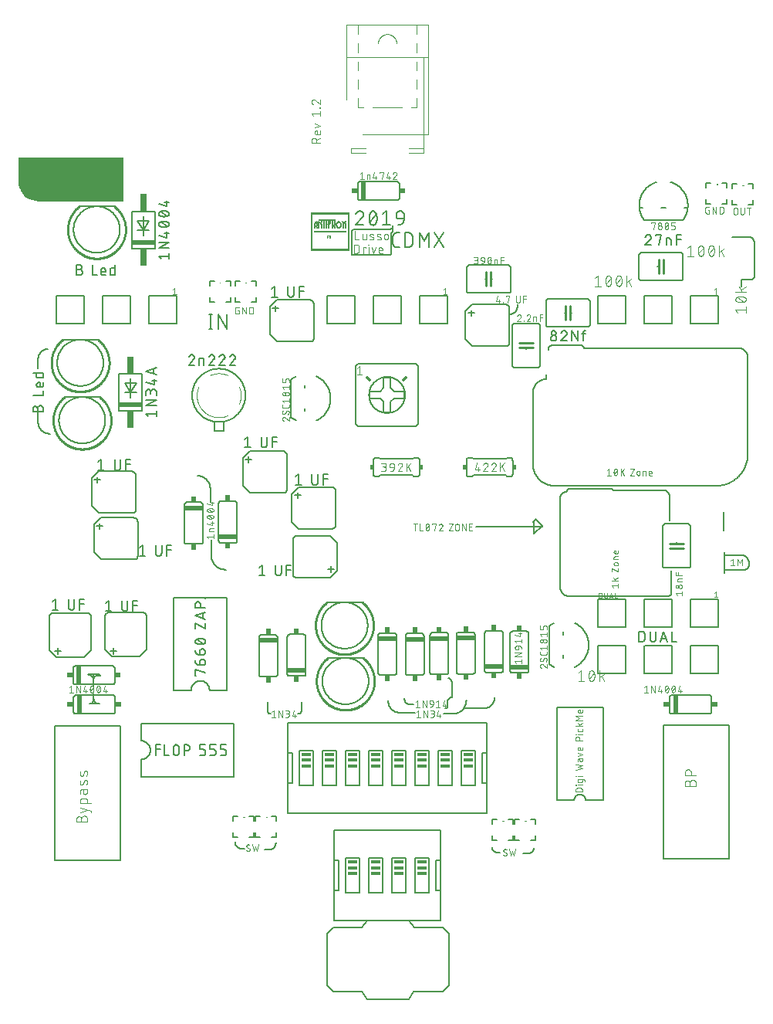
<source format=gbr>
G04 EAGLE Gerber X2 export*
%TF.Part,Single*%
%TF.FileFunction,Legend,Top,1*%
%TF.FilePolarity,Positive*%
%TF.GenerationSoftware,Autodesk,EAGLE,9.0.0*%
%TF.CreationDate,2019-09-03T03:29:10Z*%
G75*
%MOMM*%
%FSLAX34Y34*%
%LPD*%
%AMOC8*
5,1,8,0,0,1.08239X$1,22.5*%
G01*
%ADD10C,0.152400*%
%ADD11C,0.076200*%
%ADD12R,4.206238X0.007619*%
%ADD13R,0.190500X0.007619*%
%ADD14R,0.053338X0.007619*%
%ADD15R,0.114300X0.007619*%
%ADD16R,0.106681X0.007619*%
%ADD17R,0.099056X0.007619*%
%ADD18R,0.129537X0.007619*%
%ADD19R,0.091438X0.007619*%
%ADD20R,0.083819X0.007619*%
%ADD21R,0.076200X0.007619*%
%ADD22R,0.068575X0.007619*%
%ADD23R,0.060956X0.007619*%
%ADD24R,0.160019X0.007619*%
%ADD25R,3.535675X0.007619*%
%ADD26R,0.144781X0.007619*%
%ADD27R,0.106675X0.007619*%
%ADD28R,0.220981X0.007619*%
%ADD29R,0.251456X0.007619*%
%ADD30R,0.274319X0.007619*%
%ADD31R,0.297181X0.007619*%
%ADD32R,0.312419X0.007619*%
%ADD33R,0.342900X0.007619*%
%ADD34R,0.358137X0.007619*%
%ADD35R,0.373381X0.007619*%
%ADD36R,0.388619X0.007619*%
%ADD37R,0.403856X0.007619*%
%ADD38R,0.419100X0.007619*%
%ADD39R,0.434338X0.007619*%
%ADD40R,0.449581X0.007619*%
%ADD41R,0.464819X0.007619*%
%ADD42R,0.472438X0.007619*%
%ADD43R,0.198119X0.007619*%
%ADD44R,0.396238X0.007619*%
%ADD45R,0.182881X0.007619*%
%ADD46R,0.182875X0.007619*%
%ADD47R,0.167637X0.007619*%
%ADD48R,0.152400X0.007619*%
%ADD49R,0.365756X0.007619*%
%ADD50R,0.144775X0.007619*%
%ADD51R,0.137156X0.007619*%
%ADD52R,0.121919X0.007619*%
%ADD53R,0.205738X0.007619*%
%ADD54R,0.213356X0.007619*%
%ADD55R,0.220975X0.007619*%
%ADD56R,0.228600X0.007619*%
%ADD57R,0.236219X0.007619*%
%ADD58R,0.243838X0.007619*%
%ADD59R,0.259075X0.007619*%
%ADD60R,0.266700X0.007619*%
%ADD61R,0.281938X0.007619*%
%ADD62R,0.289556X0.007619*%
%ADD63R,0.175256X0.007619*%
%ADD64R,0.137162X0.007619*%
%ADD65R,0.320038X0.007619*%
%ADD66R,0.373375X0.007619*%
%ADD67R,0.327656X0.007619*%
%ADD68R,0.304800X0.007619*%
%ADD69R,0.335275X0.007619*%
%ADD70R,0.457200X0.007619*%
%ADD71R,0.259081X0.007619*%
%ADD72R,0.381000X0.007619*%
%ADD73R,0.365762X0.007619*%
%ADD74R,0.350519X0.007619*%
%ADD75R,0.007619X0.007619*%
%ADD76R,0.022856X0.007619*%
%ADD77R,1.882138X0.007619*%
%ADD78C,0.127000*%
%ADD79C,0.101600*%
%ADD80C,0.254000*%
%ADD81R,2.032000X0.508000*%
%ADD82R,0.508000X0.635000*%
%ADD83R,0.508000X2.032000*%
%ADD84R,0.635000X0.508000*%
%ADD85R,2.540000X0.508000*%
%ADD86R,0.762000X1.905000*%
%ADD87C,0.050800*%
%ADD88C,0.000000*%
%ADD89C,0.100000*%
%ADD90C,0.203200*%
%ADD91C,0.304800*%
%ADD92R,0.381000X0.508000*%
%ADD93R,1.016000X0.381000*%

G36*
X421253Y851920D02*
X421253Y851920D01*
X421273Y851918D01*
X421374Y851940D01*
X421476Y851957D01*
X421494Y851966D01*
X421513Y851970D01*
X421602Y852023D01*
X421694Y852072D01*
X421707Y852086D01*
X421725Y852096D01*
X421792Y852175D01*
X421863Y852250D01*
X421871Y852268D01*
X421884Y852283D01*
X421923Y852379D01*
X421967Y852473D01*
X421969Y852493D01*
X421976Y852511D01*
X421995Y852678D01*
X421995Y898931D01*
X421992Y898951D01*
X421994Y898971D01*
X421972Y899072D01*
X421955Y899174D01*
X421946Y899192D01*
X421942Y899211D01*
X421888Y899300D01*
X421840Y899392D01*
X421826Y899405D01*
X421815Y899422D01*
X421737Y899490D01*
X421662Y899561D01*
X421644Y899569D01*
X421628Y899582D01*
X421532Y899621D01*
X421439Y899665D01*
X421419Y899667D01*
X421400Y899674D01*
X421234Y899693D01*
X307851Y899693D01*
X307769Y899849D01*
X307590Y900018D01*
X307367Y900122D01*
X307123Y900149D01*
X306882Y900097D01*
X306671Y899970D01*
X306511Y899783D01*
X306419Y899555D01*
X306401Y899389D01*
X306401Y873709D01*
X306405Y873688D01*
X306403Y873650D01*
X306662Y870360D01*
X306670Y870327D01*
X306681Y870242D01*
X307451Y867033D01*
X307464Y867002D01*
X307488Y866919D01*
X308751Y863870D01*
X308769Y863842D01*
X308805Y863764D01*
X310530Y860950D01*
X310551Y860925D01*
X310600Y860853D01*
X312743Y858344D01*
X312768Y858322D01*
X312828Y858259D01*
X315337Y856116D01*
X315365Y856099D01*
X315434Y856046D01*
X315780Y855834D01*
X315780Y855833D01*
X317022Y855072D01*
X318248Y854321D01*
X318270Y854312D01*
X318271Y854311D01*
X318283Y854306D01*
X318354Y854267D01*
X321403Y853004D01*
X321435Y852996D01*
X321517Y852967D01*
X324726Y852197D01*
X324759Y852194D01*
X324844Y852178D01*
X328134Y851919D01*
X328156Y851921D01*
X328193Y851917D01*
X421234Y851917D01*
X421253Y851920D01*
G37*
D10*
X328000Y669000D02*
X328000Y679000D01*
X328003Y679266D01*
X328013Y679531D01*
X328029Y679797D01*
X328051Y680062D01*
X328080Y680326D01*
X328115Y680589D01*
X328157Y680852D01*
X328205Y681113D01*
X328259Y681374D01*
X328320Y681632D01*
X328386Y681890D01*
X328459Y682145D01*
X328538Y682399D01*
X328624Y682651D01*
X328715Y682901D01*
X328812Y683148D01*
X328915Y683393D01*
X329024Y683635D01*
X329139Y683875D01*
X329260Y684112D01*
X329386Y684346D01*
X329518Y684577D01*
X329656Y684804D01*
X329799Y685028D01*
X329947Y685249D01*
X330101Y685466D01*
X330260Y685679D01*
X330424Y685888D01*
X330593Y686093D01*
X330766Y686294D01*
X330945Y686491D01*
X331128Y686684D01*
X331316Y686872D01*
X331509Y687055D01*
X331706Y687234D01*
X331907Y687407D01*
X332112Y687576D01*
X332321Y687740D01*
X332534Y687899D01*
X332751Y688053D01*
X332972Y688201D01*
X333196Y688344D01*
X333423Y688482D01*
X333654Y688614D01*
X333888Y688740D01*
X334125Y688861D01*
X334365Y688976D01*
X334607Y689085D01*
X334852Y689188D01*
X335099Y689285D01*
X335349Y689376D01*
X335601Y689462D01*
X335855Y689541D01*
X336110Y689614D01*
X336368Y689680D01*
X336626Y689741D01*
X336887Y689795D01*
X337148Y689843D01*
X337411Y689885D01*
X337674Y689920D01*
X337938Y689949D01*
X338203Y689971D01*
X338469Y689987D01*
X338734Y689997D01*
X339000Y690000D01*
X328000Y620000D02*
X328000Y610000D01*
X328004Y609686D01*
X328015Y609372D01*
X328034Y609058D01*
X328061Y608745D01*
X328095Y608433D01*
X328136Y608122D01*
X328186Y607811D01*
X328242Y607502D01*
X328306Y607195D01*
X328378Y606889D01*
X328457Y606585D01*
X328543Y606283D01*
X328636Y605983D01*
X328737Y605685D01*
X328845Y605390D01*
X328960Y605098D01*
X329082Y604808D01*
X329211Y604522D01*
X329346Y604239D01*
X329489Y603959D01*
X329638Y603682D01*
X329794Y603410D01*
X329957Y603141D01*
X330126Y602876D01*
X330301Y602615D01*
X330483Y602359D01*
X330670Y602107D01*
X330864Y601860D01*
X331064Y601617D01*
X331269Y601379D01*
X331481Y601147D01*
X331697Y600919D01*
X331919Y600697D01*
X332147Y600481D01*
X332379Y600269D01*
X332617Y600064D01*
X332860Y599864D01*
X333107Y599670D01*
X333359Y599483D01*
X333615Y599301D01*
X333876Y599126D01*
X334141Y598957D01*
X334410Y598794D01*
X334682Y598638D01*
X334959Y598489D01*
X335239Y598346D01*
X335522Y598211D01*
X335808Y598082D01*
X336098Y597960D01*
X336390Y597845D01*
X336685Y597737D01*
X336983Y597636D01*
X337283Y597543D01*
X337585Y597457D01*
X337889Y597378D01*
X338195Y597306D01*
X338502Y597242D01*
X338811Y597186D01*
X339122Y597136D01*
X339433Y597095D01*
X339745Y597061D01*
X340058Y597034D01*
X340372Y597015D01*
X340686Y597004D01*
X341000Y597000D01*
X517568Y711762D02*
X517568Y728018D01*
X515762Y711762D02*
X519374Y711762D01*
X519374Y728018D02*
X515762Y728018D01*
X526079Y728018D02*
X526079Y711762D01*
X535110Y711762D02*
X526079Y728018D01*
X535110Y728018D02*
X535110Y711762D01*
D11*
X547246Y732473D02*
X548473Y732473D01*
X548473Y728381D01*
X546018Y728381D01*
X545940Y728383D01*
X545862Y728388D01*
X545785Y728398D01*
X545708Y728411D01*
X545632Y728427D01*
X545557Y728447D01*
X545483Y728471D01*
X545410Y728498D01*
X545338Y728529D01*
X545268Y728563D01*
X545200Y728600D01*
X545133Y728641D01*
X545068Y728685D01*
X545006Y728731D01*
X544946Y728781D01*
X544888Y728833D01*
X544833Y728888D01*
X544781Y728946D01*
X544731Y729006D01*
X544685Y729068D01*
X544641Y729133D01*
X544600Y729200D01*
X544563Y729268D01*
X544529Y729338D01*
X544498Y729410D01*
X544471Y729483D01*
X544447Y729557D01*
X544427Y729632D01*
X544411Y729708D01*
X544398Y729785D01*
X544388Y729862D01*
X544383Y729940D01*
X544381Y730018D01*
X544381Y734110D01*
X544383Y734190D01*
X544389Y734270D01*
X544399Y734350D01*
X544412Y734429D01*
X544430Y734508D01*
X544451Y734585D01*
X544477Y734661D01*
X544506Y734736D01*
X544538Y734810D01*
X544574Y734882D01*
X544614Y734952D01*
X544657Y735019D01*
X544703Y735085D01*
X544753Y735148D01*
X544805Y735209D01*
X544860Y735268D01*
X544919Y735323D01*
X544979Y735375D01*
X545043Y735425D01*
X545109Y735471D01*
X545176Y735514D01*
X545246Y735554D01*
X545318Y735590D01*
X545392Y735622D01*
X545466Y735651D01*
X545543Y735677D01*
X545620Y735698D01*
X545699Y735716D01*
X545778Y735729D01*
X545858Y735739D01*
X545938Y735745D01*
X546018Y735747D01*
X548473Y735747D01*
X552184Y735747D02*
X552184Y728381D01*
X556276Y728381D02*
X552184Y735747D01*
X556276Y735747D02*
X556276Y728381D01*
X559987Y728381D02*
X559987Y735747D01*
X562033Y735747D01*
X562122Y735745D01*
X562211Y735739D01*
X562300Y735729D01*
X562388Y735716D01*
X562476Y735699D01*
X562563Y735677D01*
X562648Y735652D01*
X562733Y735624D01*
X562816Y735591D01*
X562898Y735555D01*
X562978Y735516D01*
X563056Y735473D01*
X563132Y735427D01*
X563207Y735377D01*
X563279Y735324D01*
X563348Y735268D01*
X563415Y735209D01*
X563480Y735148D01*
X563541Y735083D01*
X563600Y735016D01*
X563656Y734947D01*
X563709Y734875D01*
X563759Y734800D01*
X563805Y734724D01*
X563848Y734646D01*
X563887Y734566D01*
X563923Y734484D01*
X563956Y734401D01*
X563984Y734316D01*
X564009Y734231D01*
X564031Y734144D01*
X564048Y734056D01*
X564061Y733968D01*
X564071Y733879D01*
X564077Y733790D01*
X564079Y733701D01*
X564079Y730427D01*
X564077Y730338D01*
X564071Y730249D01*
X564061Y730160D01*
X564048Y730072D01*
X564031Y729984D01*
X564009Y729897D01*
X563984Y729812D01*
X563956Y729727D01*
X563923Y729644D01*
X563887Y729562D01*
X563848Y729482D01*
X563805Y729404D01*
X563759Y729328D01*
X563709Y729253D01*
X563656Y729181D01*
X563600Y729112D01*
X563541Y729045D01*
X563480Y728980D01*
X563415Y728919D01*
X563348Y728860D01*
X563279Y728804D01*
X563207Y728751D01*
X563132Y728701D01*
X563056Y728655D01*
X562978Y728612D01*
X562898Y728573D01*
X562816Y728537D01*
X562733Y728504D01*
X562648Y728476D01*
X562563Y728451D01*
X562476Y728429D01*
X562388Y728412D01*
X562300Y728399D01*
X562211Y728389D01*
X562122Y728383D01*
X562033Y728381D01*
X559987Y728381D01*
X1063246Y842473D02*
X1064473Y842473D01*
X1064473Y838381D01*
X1062018Y838381D01*
X1061940Y838383D01*
X1061862Y838388D01*
X1061785Y838398D01*
X1061708Y838411D01*
X1061632Y838427D01*
X1061557Y838447D01*
X1061483Y838471D01*
X1061410Y838498D01*
X1061338Y838529D01*
X1061268Y838563D01*
X1061200Y838600D01*
X1061133Y838641D01*
X1061068Y838685D01*
X1061006Y838731D01*
X1060946Y838781D01*
X1060888Y838833D01*
X1060833Y838888D01*
X1060781Y838946D01*
X1060731Y839006D01*
X1060685Y839068D01*
X1060641Y839133D01*
X1060600Y839200D01*
X1060563Y839268D01*
X1060529Y839338D01*
X1060498Y839410D01*
X1060471Y839483D01*
X1060447Y839557D01*
X1060427Y839632D01*
X1060411Y839708D01*
X1060398Y839785D01*
X1060388Y839862D01*
X1060383Y839940D01*
X1060381Y840018D01*
X1060381Y844110D01*
X1060383Y844190D01*
X1060389Y844270D01*
X1060399Y844350D01*
X1060412Y844429D01*
X1060430Y844508D01*
X1060451Y844585D01*
X1060477Y844661D01*
X1060506Y844736D01*
X1060538Y844810D01*
X1060574Y844882D01*
X1060614Y844952D01*
X1060657Y845019D01*
X1060703Y845085D01*
X1060753Y845148D01*
X1060805Y845209D01*
X1060860Y845268D01*
X1060919Y845323D01*
X1060979Y845375D01*
X1061043Y845425D01*
X1061109Y845471D01*
X1061176Y845514D01*
X1061246Y845554D01*
X1061318Y845590D01*
X1061392Y845622D01*
X1061466Y845651D01*
X1061543Y845677D01*
X1061620Y845698D01*
X1061699Y845716D01*
X1061778Y845729D01*
X1061858Y845739D01*
X1061938Y845745D01*
X1062018Y845747D01*
X1064473Y845747D01*
X1068184Y845747D02*
X1068184Y838381D01*
X1072276Y838381D02*
X1068184Y845747D01*
X1072276Y845747D02*
X1072276Y838381D01*
X1075987Y838381D02*
X1075987Y845747D01*
X1078033Y845747D01*
X1078122Y845745D01*
X1078211Y845739D01*
X1078300Y845729D01*
X1078388Y845716D01*
X1078476Y845699D01*
X1078563Y845677D01*
X1078648Y845652D01*
X1078733Y845624D01*
X1078816Y845591D01*
X1078898Y845555D01*
X1078978Y845516D01*
X1079056Y845473D01*
X1079132Y845427D01*
X1079207Y845377D01*
X1079279Y845324D01*
X1079348Y845268D01*
X1079415Y845209D01*
X1079480Y845148D01*
X1079541Y845083D01*
X1079600Y845016D01*
X1079656Y844947D01*
X1079709Y844875D01*
X1079759Y844800D01*
X1079805Y844724D01*
X1079848Y844646D01*
X1079887Y844566D01*
X1079923Y844484D01*
X1079956Y844401D01*
X1079984Y844316D01*
X1080009Y844231D01*
X1080031Y844144D01*
X1080048Y844056D01*
X1080061Y843968D01*
X1080071Y843879D01*
X1080077Y843790D01*
X1080079Y843701D01*
X1080079Y840427D01*
X1080077Y840338D01*
X1080071Y840249D01*
X1080061Y840160D01*
X1080048Y840072D01*
X1080031Y839984D01*
X1080009Y839897D01*
X1079984Y839812D01*
X1079956Y839727D01*
X1079923Y839644D01*
X1079887Y839562D01*
X1079848Y839482D01*
X1079805Y839404D01*
X1079759Y839328D01*
X1079709Y839253D01*
X1079656Y839181D01*
X1079600Y839112D01*
X1079541Y839045D01*
X1079480Y838980D01*
X1079415Y838919D01*
X1079348Y838860D01*
X1079279Y838804D01*
X1079207Y838751D01*
X1079132Y838701D01*
X1079056Y838655D01*
X1078978Y838612D01*
X1078898Y838573D01*
X1078816Y838537D01*
X1078733Y838504D01*
X1078648Y838476D01*
X1078563Y838451D01*
X1078476Y838429D01*
X1078388Y838412D01*
X1078300Y838399D01*
X1078211Y838389D01*
X1078122Y838383D01*
X1078033Y838381D01*
X1075987Y838381D01*
X1091381Y839427D02*
X1091381Y842701D01*
X1091383Y842790D01*
X1091389Y842879D01*
X1091399Y842968D01*
X1091412Y843056D01*
X1091429Y843144D01*
X1091451Y843231D01*
X1091476Y843316D01*
X1091504Y843401D01*
X1091537Y843484D01*
X1091573Y843566D01*
X1091612Y843646D01*
X1091655Y843724D01*
X1091701Y843800D01*
X1091751Y843875D01*
X1091804Y843947D01*
X1091860Y844016D01*
X1091919Y844083D01*
X1091980Y844148D01*
X1092045Y844209D01*
X1092112Y844268D01*
X1092181Y844324D01*
X1092253Y844377D01*
X1092328Y844427D01*
X1092404Y844473D01*
X1092482Y844516D01*
X1092562Y844555D01*
X1092644Y844591D01*
X1092727Y844624D01*
X1092812Y844652D01*
X1092897Y844677D01*
X1092984Y844699D01*
X1093072Y844716D01*
X1093160Y844729D01*
X1093249Y844739D01*
X1093338Y844745D01*
X1093427Y844747D01*
X1093516Y844745D01*
X1093605Y844739D01*
X1093694Y844729D01*
X1093782Y844716D01*
X1093870Y844699D01*
X1093957Y844677D01*
X1094042Y844652D01*
X1094127Y844624D01*
X1094210Y844591D01*
X1094292Y844555D01*
X1094372Y844516D01*
X1094450Y844473D01*
X1094526Y844427D01*
X1094601Y844377D01*
X1094673Y844324D01*
X1094742Y844268D01*
X1094809Y844209D01*
X1094874Y844148D01*
X1094935Y844083D01*
X1094994Y844016D01*
X1095050Y843947D01*
X1095103Y843875D01*
X1095153Y843800D01*
X1095199Y843724D01*
X1095242Y843646D01*
X1095281Y843566D01*
X1095317Y843484D01*
X1095350Y843401D01*
X1095378Y843316D01*
X1095403Y843231D01*
X1095425Y843144D01*
X1095442Y843056D01*
X1095455Y842968D01*
X1095465Y842879D01*
X1095471Y842790D01*
X1095473Y842701D01*
X1095473Y839427D01*
X1095471Y839338D01*
X1095465Y839249D01*
X1095455Y839160D01*
X1095442Y839072D01*
X1095425Y838984D01*
X1095403Y838897D01*
X1095378Y838812D01*
X1095350Y838727D01*
X1095317Y838644D01*
X1095281Y838562D01*
X1095242Y838482D01*
X1095199Y838404D01*
X1095153Y838328D01*
X1095103Y838253D01*
X1095050Y838181D01*
X1094994Y838112D01*
X1094935Y838045D01*
X1094874Y837980D01*
X1094809Y837919D01*
X1094742Y837860D01*
X1094673Y837804D01*
X1094601Y837751D01*
X1094526Y837701D01*
X1094450Y837655D01*
X1094372Y837612D01*
X1094292Y837573D01*
X1094210Y837537D01*
X1094127Y837504D01*
X1094042Y837476D01*
X1093957Y837451D01*
X1093870Y837429D01*
X1093782Y837412D01*
X1093694Y837399D01*
X1093605Y837389D01*
X1093516Y837383D01*
X1093427Y837381D01*
X1093338Y837383D01*
X1093249Y837389D01*
X1093160Y837399D01*
X1093072Y837412D01*
X1092984Y837429D01*
X1092897Y837451D01*
X1092812Y837476D01*
X1092727Y837504D01*
X1092644Y837537D01*
X1092562Y837573D01*
X1092482Y837612D01*
X1092404Y837655D01*
X1092328Y837701D01*
X1092253Y837751D01*
X1092181Y837804D01*
X1092112Y837860D01*
X1092045Y837919D01*
X1091980Y837980D01*
X1091919Y838045D01*
X1091860Y838112D01*
X1091804Y838181D01*
X1091751Y838253D01*
X1091701Y838328D01*
X1091655Y838404D01*
X1091612Y838482D01*
X1091573Y838562D01*
X1091537Y838644D01*
X1091504Y838727D01*
X1091476Y838812D01*
X1091451Y838897D01*
X1091429Y838984D01*
X1091412Y839072D01*
X1091399Y839160D01*
X1091389Y839249D01*
X1091383Y839338D01*
X1091381Y839427D01*
X1098940Y839427D02*
X1098940Y844747D01*
X1098940Y839427D02*
X1098942Y839338D01*
X1098948Y839249D01*
X1098958Y839160D01*
X1098971Y839072D01*
X1098988Y838984D01*
X1099010Y838897D01*
X1099035Y838812D01*
X1099063Y838727D01*
X1099096Y838644D01*
X1099132Y838562D01*
X1099171Y838482D01*
X1099214Y838404D01*
X1099260Y838328D01*
X1099310Y838253D01*
X1099363Y838181D01*
X1099419Y838112D01*
X1099478Y838045D01*
X1099539Y837980D01*
X1099604Y837919D01*
X1099671Y837860D01*
X1099740Y837804D01*
X1099812Y837751D01*
X1099887Y837701D01*
X1099963Y837655D01*
X1100041Y837612D01*
X1100121Y837573D01*
X1100203Y837537D01*
X1100286Y837504D01*
X1100371Y837476D01*
X1100456Y837451D01*
X1100543Y837429D01*
X1100631Y837412D01*
X1100719Y837399D01*
X1100808Y837389D01*
X1100897Y837383D01*
X1100986Y837381D01*
X1101075Y837383D01*
X1101164Y837389D01*
X1101253Y837399D01*
X1101341Y837412D01*
X1101429Y837429D01*
X1101516Y837451D01*
X1101601Y837476D01*
X1101686Y837504D01*
X1101769Y837537D01*
X1101851Y837573D01*
X1101931Y837612D01*
X1102009Y837655D01*
X1102085Y837701D01*
X1102160Y837751D01*
X1102232Y837804D01*
X1102301Y837860D01*
X1102368Y837919D01*
X1102433Y837980D01*
X1102494Y838045D01*
X1102553Y838112D01*
X1102609Y838181D01*
X1102662Y838253D01*
X1102712Y838328D01*
X1102758Y838404D01*
X1102801Y838482D01*
X1102840Y838562D01*
X1102876Y838644D01*
X1102909Y838727D01*
X1102937Y838812D01*
X1102962Y838897D01*
X1102984Y838984D01*
X1103001Y839072D01*
X1103014Y839160D01*
X1103024Y839249D01*
X1103030Y839338D01*
X1103032Y839427D01*
X1103032Y844747D01*
X1108057Y844747D02*
X1108057Y837381D01*
X1106011Y844747D02*
X1110104Y844747D01*
X683427Y883747D02*
X681381Y882110D01*
X683427Y883747D02*
X683427Y876381D01*
X681381Y876381D02*
X685473Y876381D01*
X688862Y876381D02*
X688862Y881292D01*
X690908Y881292D01*
X690977Y881290D01*
X691045Y881284D01*
X691114Y881275D01*
X691181Y881261D01*
X691248Y881244D01*
X691314Y881223D01*
X691378Y881199D01*
X691441Y881170D01*
X691502Y881139D01*
X691561Y881104D01*
X691619Y881066D01*
X691674Y881024D01*
X691726Y880980D01*
X691776Y880932D01*
X691824Y880882D01*
X691868Y880830D01*
X691910Y880775D01*
X691948Y880717D01*
X691983Y880658D01*
X692014Y880597D01*
X692043Y880534D01*
X692067Y880470D01*
X692088Y880404D01*
X692105Y880337D01*
X692119Y880270D01*
X692128Y880201D01*
X692134Y880133D01*
X692136Y880064D01*
X692135Y880064D02*
X692135Y876381D01*
X695524Y878018D02*
X697161Y883747D01*
X695524Y878018D02*
X699616Y878018D01*
X698388Y879655D02*
X698388Y876381D01*
X702839Y882929D02*
X702839Y883747D01*
X706931Y883747D01*
X704885Y876381D01*
X710154Y878018D02*
X711791Y883747D01*
X710154Y878018D02*
X714246Y878018D01*
X713019Y879655D02*
X713019Y876381D01*
X719720Y883748D02*
X719805Y883746D01*
X719890Y883740D01*
X719974Y883730D01*
X720058Y883717D01*
X720142Y883699D01*
X720224Y883678D01*
X720305Y883653D01*
X720385Y883624D01*
X720464Y883591D01*
X720541Y883555D01*
X720616Y883515D01*
X720690Y883472D01*
X720761Y883426D01*
X720830Y883376D01*
X720897Y883323D01*
X720961Y883267D01*
X721022Y883208D01*
X721081Y883147D01*
X721137Y883083D01*
X721190Y883016D01*
X721240Y882947D01*
X721286Y882876D01*
X721329Y882802D01*
X721369Y882727D01*
X721405Y882650D01*
X721438Y882571D01*
X721467Y882491D01*
X721492Y882410D01*
X721513Y882328D01*
X721531Y882244D01*
X721544Y882160D01*
X721554Y882076D01*
X721560Y881991D01*
X721562Y881906D01*
X719720Y883747D02*
X719624Y883745D01*
X719528Y883739D01*
X719433Y883729D01*
X719338Y883716D01*
X719243Y883698D01*
X719150Y883677D01*
X719057Y883652D01*
X718966Y883623D01*
X718875Y883591D01*
X718786Y883555D01*
X718699Y883515D01*
X718613Y883472D01*
X718529Y883426D01*
X718447Y883376D01*
X718367Y883322D01*
X718290Y883266D01*
X718215Y883206D01*
X718142Y883144D01*
X718072Y883078D01*
X718004Y883010D01*
X717939Y882939D01*
X717878Y882866D01*
X717819Y882790D01*
X717763Y882711D01*
X717711Y882631D01*
X717662Y882548D01*
X717616Y882464D01*
X717574Y882378D01*
X717536Y882290D01*
X717501Y882201D01*
X717469Y882110D01*
X720948Y880474D02*
X721008Y880533D01*
X721065Y880595D01*
X721120Y880659D01*
X721171Y880726D01*
X721220Y880795D01*
X721266Y880865D01*
X721309Y880938D01*
X721349Y881012D01*
X721385Y881088D01*
X721418Y881166D01*
X721448Y881245D01*
X721475Y881325D01*
X721498Y881406D01*
X721517Y881488D01*
X721533Y881570D01*
X721546Y881654D01*
X721555Y881738D01*
X721560Y881822D01*
X721562Y881906D01*
X720948Y880473D02*
X717469Y876381D01*
X721562Y876381D01*
D10*
X854000Y739000D02*
X854000Y737000D01*
X853997Y736783D01*
X853989Y736565D01*
X853976Y736348D01*
X853958Y736131D01*
X853934Y735915D01*
X853906Y735700D01*
X853872Y735485D01*
X853832Y735271D01*
X853788Y735058D01*
X853738Y734846D01*
X853684Y734636D01*
X853624Y734426D01*
X853560Y734219D01*
X853490Y734013D01*
X853415Y733809D01*
X853336Y733606D01*
X853251Y733406D01*
X853162Y733207D01*
X853068Y733011D01*
X852969Y732817D01*
X852866Y732626D01*
X852758Y732437D01*
X852645Y732251D01*
X852528Y732068D01*
X852407Y731887D01*
X852281Y731710D01*
X852151Y731536D01*
X852017Y731364D01*
X851879Y731196D01*
X851737Y731032D01*
X851590Y730871D01*
X851440Y730713D01*
X851287Y730560D01*
X851129Y730410D01*
X850968Y730263D01*
X850804Y730121D01*
X850636Y729983D01*
X850464Y729849D01*
X850290Y729719D01*
X850113Y729593D01*
X849932Y729472D01*
X849749Y729355D01*
X849563Y729242D01*
X849374Y729134D01*
X849183Y729031D01*
X848989Y728932D01*
X848793Y728838D01*
X848594Y728749D01*
X848394Y728664D01*
X848191Y728585D01*
X847987Y728510D01*
X847781Y728440D01*
X847574Y728376D01*
X847364Y728316D01*
X847154Y728262D01*
X846942Y728212D01*
X846729Y728168D01*
X846515Y728128D01*
X846300Y728094D01*
X846085Y728066D01*
X845869Y728042D01*
X845652Y728024D01*
X845435Y728011D01*
X845217Y728003D01*
X845000Y728000D01*
X1100000Y758000D02*
X1100000Y766000D01*
X1110000Y766000D01*
X1110126Y766002D01*
X1110251Y766008D01*
X1110376Y766018D01*
X1110501Y766032D01*
X1110626Y766049D01*
X1110750Y766071D01*
X1110873Y766096D01*
X1110995Y766126D01*
X1111116Y766159D01*
X1111236Y766196D01*
X1111355Y766236D01*
X1111472Y766281D01*
X1111589Y766329D01*
X1111703Y766381D01*
X1111816Y766436D01*
X1111927Y766495D01*
X1112036Y766557D01*
X1112143Y766623D01*
X1112248Y766692D01*
X1112351Y766764D01*
X1112452Y766839D01*
X1112550Y766918D01*
X1112645Y767000D01*
X1112738Y767084D01*
X1112828Y767172D01*
X1112916Y767262D01*
X1113000Y767355D01*
X1113082Y767450D01*
X1113161Y767548D01*
X1113236Y767649D01*
X1113308Y767752D01*
X1113377Y767857D01*
X1113443Y767964D01*
X1113505Y768073D01*
X1113564Y768184D01*
X1113619Y768297D01*
X1113671Y768411D01*
X1113719Y768528D01*
X1113764Y768645D01*
X1113804Y768764D01*
X1113841Y768884D01*
X1113874Y769005D01*
X1113904Y769127D01*
X1113929Y769250D01*
X1113951Y769374D01*
X1113968Y769499D01*
X1113982Y769624D01*
X1113992Y769749D01*
X1113998Y769874D01*
X1114000Y770000D01*
X1114000Y807000D01*
X1113998Y807152D01*
X1113992Y807304D01*
X1113983Y807456D01*
X1113969Y807607D01*
X1113952Y807758D01*
X1113931Y807909D01*
X1113906Y808059D01*
X1113877Y808208D01*
X1113845Y808356D01*
X1113808Y808504D01*
X1113769Y808651D01*
X1113725Y808796D01*
X1113677Y808941D01*
X1113627Y809084D01*
X1113572Y809226D01*
X1113514Y809366D01*
X1113452Y809505D01*
X1113387Y809642D01*
X1113318Y809778D01*
X1113246Y809912D01*
X1113171Y810044D01*
X1113092Y810174D01*
X1113010Y810302D01*
X1112925Y810428D01*
X1112836Y810551D01*
X1112745Y810673D01*
X1112650Y810792D01*
X1112553Y810908D01*
X1112452Y811022D01*
X1112349Y811134D01*
X1112243Y811243D01*
X1112134Y811349D01*
X1112022Y811452D01*
X1111908Y811553D01*
X1111792Y811650D01*
X1111673Y811745D01*
X1111551Y811836D01*
X1111428Y811925D01*
X1111302Y812010D01*
X1111174Y812092D01*
X1111044Y812171D01*
X1110912Y812246D01*
X1110778Y812318D01*
X1110642Y812387D01*
X1110505Y812452D01*
X1110366Y812514D01*
X1110226Y812572D01*
X1110084Y812627D01*
X1109941Y812677D01*
X1109796Y812725D01*
X1109651Y812769D01*
X1109504Y812808D01*
X1109356Y812845D01*
X1109208Y812877D01*
X1109059Y812906D01*
X1108909Y812931D01*
X1108758Y812952D01*
X1108607Y812969D01*
X1108456Y812983D01*
X1108304Y812992D01*
X1108152Y812998D01*
X1108000Y813000D01*
X1090000Y813000D01*
D11*
X514890Y482381D02*
X513253Y484427D01*
X520619Y484427D01*
X520619Y482381D02*
X520619Y486473D01*
X520619Y489862D02*
X515708Y489862D01*
X515708Y491908D01*
X515710Y491977D01*
X515716Y492045D01*
X515725Y492114D01*
X515739Y492181D01*
X515756Y492248D01*
X515777Y492314D01*
X515801Y492378D01*
X515830Y492441D01*
X515861Y492502D01*
X515896Y492561D01*
X515934Y492619D01*
X515976Y492674D01*
X516020Y492726D01*
X516068Y492776D01*
X516118Y492824D01*
X516170Y492868D01*
X516225Y492910D01*
X516283Y492948D01*
X516342Y492983D01*
X516403Y493014D01*
X516466Y493043D01*
X516530Y493067D01*
X516596Y493088D01*
X516663Y493105D01*
X516730Y493119D01*
X516799Y493128D01*
X516867Y493134D01*
X516936Y493136D01*
X516936Y493135D02*
X520619Y493135D01*
X518982Y496524D02*
X513253Y498161D01*
X518982Y496524D02*
X518982Y500616D01*
X517345Y499388D02*
X520619Y499388D01*
X516936Y503839D02*
X516783Y503841D01*
X516630Y503847D01*
X516478Y503856D01*
X516325Y503870D01*
X516173Y503887D01*
X516022Y503908D01*
X515871Y503933D01*
X515721Y503962D01*
X515571Y503994D01*
X515423Y504031D01*
X515275Y504071D01*
X515128Y504114D01*
X514983Y504162D01*
X514839Y504213D01*
X514696Y504267D01*
X514554Y504326D01*
X514415Y504387D01*
X514276Y504453D01*
X514206Y504479D01*
X514136Y504509D01*
X514069Y504542D01*
X514003Y504578D01*
X513939Y504617D01*
X513877Y504660D01*
X513818Y504706D01*
X513760Y504754D01*
X513706Y504805D01*
X513653Y504859D01*
X513604Y504916D01*
X513557Y504975D01*
X513514Y505036D01*
X513473Y505099D01*
X513436Y505164D01*
X513401Y505231D01*
X513371Y505300D01*
X513343Y505370D01*
X513320Y505441D01*
X513299Y505513D01*
X513283Y505586D01*
X513270Y505660D01*
X513260Y505735D01*
X513255Y505810D01*
X513253Y505885D01*
X513255Y505960D01*
X513260Y506035D01*
X513270Y506110D01*
X513283Y506184D01*
X513299Y506257D01*
X513320Y506329D01*
X513343Y506400D01*
X513371Y506470D01*
X513401Y506539D01*
X513436Y506606D01*
X513473Y506671D01*
X513514Y506734D01*
X513557Y506795D01*
X513604Y506854D01*
X513653Y506911D01*
X513706Y506965D01*
X513760Y507016D01*
X513818Y507065D01*
X513877Y507110D01*
X513939Y507153D01*
X514003Y507192D01*
X514069Y507229D01*
X514137Y507261D01*
X514206Y507291D01*
X514276Y507317D01*
X514414Y507382D01*
X514554Y507444D01*
X514696Y507502D01*
X514839Y507557D01*
X514983Y507608D01*
X515128Y507656D01*
X515275Y507699D01*
X515422Y507739D01*
X515571Y507776D01*
X515721Y507808D01*
X515871Y507837D01*
X516022Y507862D01*
X516173Y507883D01*
X516325Y507900D01*
X516478Y507914D01*
X516630Y507923D01*
X516783Y507929D01*
X516936Y507931D01*
X516936Y503839D02*
X517089Y503841D01*
X517242Y503847D01*
X517394Y503856D01*
X517547Y503870D01*
X517699Y503887D01*
X517850Y503908D01*
X518001Y503933D01*
X518151Y503962D01*
X518301Y503994D01*
X518449Y504031D01*
X518597Y504071D01*
X518744Y504114D01*
X518889Y504162D01*
X519033Y504213D01*
X519176Y504267D01*
X519318Y504326D01*
X519457Y504387D01*
X519596Y504453D01*
X519667Y504479D01*
X519736Y504509D01*
X519803Y504542D01*
X519869Y504578D01*
X519933Y504617D01*
X519995Y504660D01*
X520054Y504706D01*
X520112Y504754D01*
X520166Y504805D01*
X520219Y504859D01*
X520268Y504916D01*
X520315Y504975D01*
X520358Y505036D01*
X520399Y505099D01*
X520436Y505164D01*
X520471Y505231D01*
X520501Y505300D01*
X520529Y505370D01*
X520552Y505441D01*
X520573Y505513D01*
X520589Y505586D01*
X520602Y505660D01*
X520612Y505735D01*
X520617Y505810D01*
X520619Y505885D01*
X519596Y507317D02*
X519458Y507382D01*
X519318Y507444D01*
X519176Y507502D01*
X519033Y507557D01*
X518889Y507608D01*
X518744Y507656D01*
X518597Y507699D01*
X518450Y507739D01*
X518301Y507776D01*
X518151Y507808D01*
X518001Y507837D01*
X517850Y507862D01*
X517699Y507883D01*
X517547Y507900D01*
X517394Y507914D01*
X517242Y507923D01*
X517089Y507929D01*
X516936Y507931D01*
X519596Y507317D02*
X519666Y507291D01*
X519736Y507261D01*
X519803Y507228D01*
X519869Y507192D01*
X519933Y507153D01*
X519995Y507110D01*
X520054Y507064D01*
X520112Y507016D01*
X520166Y506965D01*
X520219Y506911D01*
X520268Y506854D01*
X520315Y506795D01*
X520358Y506734D01*
X520399Y506671D01*
X520436Y506606D01*
X520471Y506539D01*
X520501Y506470D01*
X520529Y506400D01*
X520552Y506329D01*
X520573Y506257D01*
X520589Y506184D01*
X520602Y506110D01*
X520612Y506035D01*
X520617Y505960D01*
X520619Y505885D01*
X518982Y504248D02*
X514890Y507522D01*
X516936Y511154D02*
X516783Y511156D01*
X516630Y511162D01*
X516478Y511171D01*
X516325Y511185D01*
X516173Y511202D01*
X516022Y511223D01*
X515871Y511248D01*
X515721Y511277D01*
X515571Y511309D01*
X515423Y511346D01*
X515275Y511386D01*
X515128Y511429D01*
X514983Y511477D01*
X514839Y511528D01*
X514696Y511582D01*
X514554Y511641D01*
X514415Y511702D01*
X514276Y511768D01*
X514206Y511794D01*
X514136Y511824D01*
X514069Y511857D01*
X514003Y511893D01*
X513939Y511932D01*
X513877Y511975D01*
X513818Y512021D01*
X513760Y512069D01*
X513706Y512120D01*
X513653Y512174D01*
X513604Y512231D01*
X513557Y512290D01*
X513514Y512351D01*
X513473Y512414D01*
X513436Y512479D01*
X513401Y512546D01*
X513371Y512615D01*
X513343Y512685D01*
X513320Y512756D01*
X513299Y512828D01*
X513283Y512901D01*
X513270Y512975D01*
X513260Y513050D01*
X513255Y513125D01*
X513253Y513200D01*
X513255Y513275D01*
X513260Y513350D01*
X513270Y513425D01*
X513283Y513499D01*
X513299Y513572D01*
X513320Y513644D01*
X513343Y513715D01*
X513371Y513785D01*
X513401Y513854D01*
X513436Y513921D01*
X513473Y513986D01*
X513514Y514049D01*
X513557Y514110D01*
X513604Y514169D01*
X513653Y514226D01*
X513706Y514280D01*
X513760Y514331D01*
X513818Y514380D01*
X513877Y514425D01*
X513939Y514468D01*
X514003Y514507D01*
X514069Y514544D01*
X514137Y514576D01*
X514206Y514606D01*
X514276Y514632D01*
X514414Y514697D01*
X514554Y514759D01*
X514696Y514817D01*
X514839Y514872D01*
X514983Y514923D01*
X515128Y514971D01*
X515275Y515014D01*
X515422Y515054D01*
X515571Y515091D01*
X515721Y515123D01*
X515871Y515152D01*
X516022Y515177D01*
X516173Y515198D01*
X516325Y515215D01*
X516478Y515229D01*
X516630Y515238D01*
X516783Y515244D01*
X516936Y515246D01*
X516936Y511155D02*
X517089Y511157D01*
X517242Y511163D01*
X517394Y511172D01*
X517547Y511186D01*
X517699Y511203D01*
X517850Y511224D01*
X518001Y511249D01*
X518151Y511278D01*
X518301Y511310D01*
X518449Y511347D01*
X518597Y511387D01*
X518744Y511430D01*
X518889Y511478D01*
X519033Y511529D01*
X519176Y511583D01*
X519318Y511642D01*
X519457Y511703D01*
X519596Y511769D01*
X519596Y511768D02*
X519667Y511794D01*
X519736Y511824D01*
X519803Y511857D01*
X519869Y511893D01*
X519933Y511932D01*
X519995Y511975D01*
X520054Y512021D01*
X520112Y512069D01*
X520166Y512120D01*
X520219Y512174D01*
X520268Y512231D01*
X520315Y512290D01*
X520358Y512351D01*
X520399Y512414D01*
X520436Y512479D01*
X520471Y512546D01*
X520501Y512615D01*
X520529Y512685D01*
X520552Y512756D01*
X520573Y512828D01*
X520589Y512901D01*
X520602Y512975D01*
X520612Y513050D01*
X520617Y513125D01*
X520619Y513200D01*
X519596Y514632D02*
X519458Y514697D01*
X519318Y514759D01*
X519176Y514817D01*
X519033Y514872D01*
X518889Y514923D01*
X518744Y514971D01*
X518597Y515014D01*
X518450Y515054D01*
X518301Y515091D01*
X518151Y515123D01*
X518001Y515152D01*
X517850Y515177D01*
X517699Y515198D01*
X517547Y515215D01*
X517394Y515229D01*
X517242Y515238D01*
X517089Y515244D01*
X516936Y515246D01*
X519596Y514632D02*
X519666Y514606D01*
X519736Y514576D01*
X519803Y514543D01*
X519869Y514507D01*
X519933Y514468D01*
X519995Y514425D01*
X520054Y514379D01*
X520112Y514331D01*
X520166Y514280D01*
X520219Y514226D01*
X520268Y514169D01*
X520315Y514110D01*
X520358Y514049D01*
X520399Y513986D01*
X520436Y513921D01*
X520471Y513854D01*
X520501Y513785D01*
X520529Y513715D01*
X520552Y513644D01*
X520573Y513572D01*
X520589Y513499D01*
X520602Y513425D01*
X520612Y513350D01*
X520617Y513275D01*
X520619Y513200D01*
X518982Y511563D02*
X514890Y514837D01*
X518982Y518469D02*
X513253Y520106D01*
X518982Y518469D02*
X518982Y522562D01*
X517345Y521334D02*
X520619Y521334D01*
D10*
X517000Y522000D02*
X517000Y537000D01*
X516996Y537338D01*
X516984Y537676D01*
X516963Y538014D01*
X516935Y538351D01*
X516898Y538688D01*
X516853Y539023D01*
X516800Y539357D01*
X516739Y539690D01*
X516670Y540021D01*
X516593Y540350D01*
X516508Y540678D01*
X516415Y541003D01*
X516315Y541326D01*
X516206Y541647D01*
X516090Y541964D01*
X515966Y542279D01*
X515835Y542591D01*
X515696Y542900D01*
X515550Y543205D01*
X515396Y543506D01*
X515236Y543804D01*
X515068Y544097D01*
X514893Y544387D01*
X514711Y544672D01*
X514522Y544953D01*
X514326Y545229D01*
X514124Y545500D01*
X513915Y545767D01*
X513700Y546028D01*
X513479Y546284D01*
X513252Y546534D01*
X513018Y546779D01*
X512779Y547018D01*
X512534Y547252D01*
X512284Y547479D01*
X512028Y547700D01*
X511767Y547915D01*
X511500Y548124D01*
X511229Y548326D01*
X510953Y548522D01*
X510672Y548711D01*
X510387Y548893D01*
X510097Y549068D01*
X509804Y549236D01*
X509506Y549396D01*
X509205Y549550D01*
X508900Y549696D01*
X508591Y549835D01*
X508279Y549966D01*
X507964Y550090D01*
X507647Y550206D01*
X507326Y550315D01*
X507003Y550415D01*
X506678Y550508D01*
X506350Y550593D01*
X506021Y550670D01*
X505690Y550739D01*
X505357Y550800D01*
X505023Y550853D01*
X504688Y550898D01*
X504351Y550935D01*
X504014Y550963D01*
X503676Y550984D01*
X503338Y550996D01*
X503000Y551000D01*
X518000Y481000D02*
X518000Y464000D01*
X518005Y463613D01*
X518019Y463227D01*
X518042Y462841D01*
X518075Y462456D01*
X518117Y462071D01*
X518168Y461688D01*
X518228Y461306D01*
X518298Y460926D01*
X518377Y460547D01*
X518465Y460171D01*
X518562Y459797D01*
X518668Y459425D01*
X518783Y459056D01*
X518907Y458689D01*
X519040Y458326D01*
X519181Y457966D01*
X519331Y457610D01*
X519490Y457258D01*
X519657Y456909D01*
X519833Y456564D01*
X520017Y456224D01*
X520208Y455889D01*
X520409Y455558D01*
X520616Y455232D01*
X520832Y454911D01*
X521056Y454595D01*
X521287Y454285D01*
X521525Y453981D01*
X521771Y453683D01*
X522024Y453390D01*
X522284Y453104D01*
X522550Y452824D01*
X522824Y452550D01*
X523104Y452284D01*
X523390Y452024D01*
X523683Y451771D01*
X523981Y451525D01*
X524285Y451287D01*
X524595Y451056D01*
X524911Y450832D01*
X525232Y450616D01*
X525558Y450409D01*
X525889Y450208D01*
X526224Y450017D01*
X526564Y449833D01*
X526909Y449657D01*
X527258Y449490D01*
X527610Y449331D01*
X527966Y449181D01*
X528326Y449040D01*
X528689Y448907D01*
X529056Y448783D01*
X529425Y448668D01*
X529797Y448562D01*
X530171Y448465D01*
X530547Y448377D01*
X530926Y448298D01*
X531306Y448228D01*
X531688Y448168D01*
X532071Y448117D01*
X532456Y448075D01*
X532841Y448042D01*
X533227Y448019D01*
X533613Y448005D01*
X534000Y448000D01*
D11*
X742023Y490824D02*
X742023Y498190D01*
X739977Y498190D02*
X744069Y498190D01*
X747064Y498190D02*
X747064Y490824D01*
X750338Y490824D01*
X753144Y494507D02*
X753146Y494660D01*
X753152Y494813D01*
X753161Y494965D01*
X753175Y495118D01*
X753192Y495270D01*
X753213Y495421D01*
X753238Y495572D01*
X753267Y495722D01*
X753299Y495872D01*
X753336Y496020D01*
X753376Y496168D01*
X753419Y496315D01*
X753467Y496460D01*
X753518Y496604D01*
X753572Y496747D01*
X753631Y496889D01*
X753692Y497028D01*
X753758Y497167D01*
X753784Y497237D01*
X753814Y497307D01*
X753847Y497374D01*
X753883Y497440D01*
X753922Y497504D01*
X753965Y497566D01*
X754011Y497625D01*
X754059Y497683D01*
X754110Y497737D01*
X754164Y497790D01*
X754221Y497839D01*
X754280Y497886D01*
X754341Y497929D01*
X754404Y497970D01*
X754469Y498007D01*
X754536Y498042D01*
X754605Y498072D01*
X754675Y498100D01*
X754746Y498123D01*
X754818Y498144D01*
X754891Y498160D01*
X754965Y498173D01*
X755040Y498183D01*
X755115Y498188D01*
X755190Y498190D01*
X755265Y498188D01*
X755340Y498183D01*
X755415Y498173D01*
X755489Y498160D01*
X755562Y498144D01*
X755634Y498123D01*
X755705Y498100D01*
X755775Y498072D01*
X755844Y498042D01*
X755911Y498007D01*
X755976Y497970D01*
X756039Y497929D01*
X756100Y497886D01*
X756159Y497839D01*
X756216Y497790D01*
X756270Y497737D01*
X756321Y497683D01*
X756370Y497625D01*
X756415Y497566D01*
X756458Y497504D01*
X756497Y497440D01*
X756534Y497374D01*
X756566Y497306D01*
X756596Y497237D01*
X756622Y497167D01*
X756687Y497029D01*
X756749Y496889D01*
X756807Y496747D01*
X756862Y496604D01*
X756913Y496460D01*
X756961Y496315D01*
X757004Y496168D01*
X757044Y496021D01*
X757081Y495872D01*
X757113Y495722D01*
X757142Y495572D01*
X757167Y495421D01*
X757188Y495270D01*
X757205Y495118D01*
X757219Y494965D01*
X757228Y494813D01*
X757234Y494660D01*
X757236Y494507D01*
X753144Y494507D02*
X753146Y494354D01*
X753152Y494201D01*
X753161Y494048D01*
X753175Y493896D01*
X753192Y493744D01*
X753213Y493593D01*
X753238Y493442D01*
X753267Y493291D01*
X753299Y493142D01*
X753336Y492993D01*
X753376Y492846D01*
X753419Y492699D01*
X753467Y492554D01*
X753518Y492409D01*
X753573Y492267D01*
X753631Y492125D01*
X753693Y491985D01*
X753758Y491847D01*
X753784Y491776D01*
X753814Y491707D01*
X753847Y491640D01*
X753883Y491574D01*
X753922Y491510D01*
X753965Y491448D01*
X754011Y491389D01*
X754059Y491331D01*
X754110Y491277D01*
X754164Y491224D01*
X754221Y491175D01*
X754280Y491128D01*
X754341Y491085D01*
X754404Y491044D01*
X754469Y491007D01*
X754536Y490972D01*
X754605Y490942D01*
X754675Y490914D01*
X754746Y490891D01*
X754818Y490870D01*
X754891Y490854D01*
X754965Y490841D01*
X755040Y490831D01*
X755115Y490826D01*
X755190Y490824D01*
X756622Y491847D02*
X756687Y491985D01*
X756749Y492125D01*
X756807Y492267D01*
X756862Y492410D01*
X756913Y492554D01*
X756961Y492699D01*
X757004Y492846D01*
X757044Y492994D01*
X757081Y493142D01*
X757113Y493292D01*
X757142Y493442D01*
X757167Y493593D01*
X757188Y493744D01*
X757205Y493896D01*
X757219Y494049D01*
X757228Y494201D01*
X757234Y494354D01*
X757236Y494507D01*
X756622Y491847D02*
X756596Y491777D01*
X756566Y491707D01*
X756534Y491640D01*
X756497Y491574D01*
X756458Y491510D01*
X756415Y491448D01*
X756369Y491389D01*
X756321Y491331D01*
X756270Y491277D01*
X756216Y491224D01*
X756159Y491175D01*
X756100Y491128D01*
X756039Y491085D01*
X755976Y491044D01*
X755911Y491007D01*
X755844Y490972D01*
X755775Y490942D01*
X755705Y490914D01*
X755634Y490891D01*
X755562Y490870D01*
X755489Y490854D01*
X755415Y490841D01*
X755340Y490831D01*
X755265Y490826D01*
X755190Y490824D01*
X753553Y492461D02*
X756827Y496553D01*
X760459Y497371D02*
X760459Y498190D01*
X764552Y498190D01*
X762505Y490824D01*
X770025Y498190D02*
X770110Y498188D01*
X770195Y498182D01*
X770279Y498172D01*
X770363Y498159D01*
X770447Y498141D01*
X770529Y498120D01*
X770610Y498095D01*
X770690Y498066D01*
X770769Y498033D01*
X770846Y497997D01*
X770921Y497957D01*
X770995Y497914D01*
X771066Y497868D01*
X771135Y497818D01*
X771202Y497765D01*
X771266Y497709D01*
X771327Y497650D01*
X771386Y497589D01*
X771442Y497525D01*
X771495Y497458D01*
X771545Y497389D01*
X771591Y497318D01*
X771634Y497244D01*
X771674Y497169D01*
X771710Y497092D01*
X771743Y497013D01*
X771772Y496933D01*
X771797Y496852D01*
X771818Y496770D01*
X771836Y496686D01*
X771849Y496602D01*
X771859Y496518D01*
X771865Y496433D01*
X771867Y496348D01*
X770025Y498190D02*
X769929Y498188D01*
X769833Y498182D01*
X769738Y498172D01*
X769643Y498159D01*
X769548Y498141D01*
X769455Y498120D01*
X769362Y498095D01*
X769271Y498066D01*
X769180Y498034D01*
X769091Y497998D01*
X769004Y497958D01*
X768918Y497915D01*
X768834Y497869D01*
X768752Y497819D01*
X768672Y497765D01*
X768595Y497709D01*
X768520Y497649D01*
X768447Y497587D01*
X768377Y497521D01*
X768309Y497453D01*
X768244Y497382D01*
X768183Y497309D01*
X768124Y497233D01*
X768068Y497154D01*
X768016Y497074D01*
X767967Y496991D01*
X767921Y496907D01*
X767879Y496821D01*
X767841Y496733D01*
X767806Y496644D01*
X767774Y496553D01*
X771253Y494916D02*
X771313Y494975D01*
X771370Y495037D01*
X771425Y495101D01*
X771476Y495168D01*
X771525Y495237D01*
X771571Y495307D01*
X771614Y495380D01*
X771654Y495454D01*
X771690Y495530D01*
X771723Y495608D01*
X771753Y495687D01*
X771780Y495767D01*
X771803Y495848D01*
X771822Y495930D01*
X771838Y496012D01*
X771851Y496096D01*
X771860Y496180D01*
X771865Y496264D01*
X771867Y496348D01*
X771253Y494916D02*
X767775Y490824D01*
X771867Y490824D01*
X778747Y498190D02*
X782840Y498190D01*
X778747Y490824D01*
X782840Y490824D01*
X785819Y492870D02*
X785819Y496144D01*
X785821Y496233D01*
X785827Y496322D01*
X785837Y496411D01*
X785850Y496499D01*
X785867Y496587D01*
X785889Y496674D01*
X785914Y496759D01*
X785942Y496844D01*
X785975Y496927D01*
X786011Y497009D01*
X786050Y497089D01*
X786093Y497167D01*
X786139Y497243D01*
X786189Y497318D01*
X786242Y497390D01*
X786298Y497459D01*
X786357Y497526D01*
X786418Y497591D01*
X786483Y497652D01*
X786550Y497711D01*
X786619Y497767D01*
X786691Y497820D01*
X786766Y497870D01*
X786842Y497916D01*
X786920Y497959D01*
X787000Y497998D01*
X787082Y498034D01*
X787165Y498067D01*
X787250Y498095D01*
X787335Y498120D01*
X787422Y498142D01*
X787510Y498159D01*
X787598Y498172D01*
X787687Y498182D01*
X787776Y498188D01*
X787865Y498190D01*
X787954Y498188D01*
X788043Y498182D01*
X788132Y498172D01*
X788220Y498159D01*
X788308Y498142D01*
X788395Y498120D01*
X788480Y498095D01*
X788565Y498067D01*
X788648Y498034D01*
X788730Y497998D01*
X788810Y497959D01*
X788888Y497916D01*
X788964Y497870D01*
X789039Y497820D01*
X789111Y497767D01*
X789180Y497711D01*
X789247Y497652D01*
X789312Y497591D01*
X789373Y497526D01*
X789432Y497459D01*
X789488Y497390D01*
X789541Y497318D01*
X789591Y497243D01*
X789637Y497167D01*
X789680Y497089D01*
X789719Y497009D01*
X789755Y496927D01*
X789788Y496844D01*
X789816Y496759D01*
X789841Y496674D01*
X789863Y496587D01*
X789880Y496499D01*
X789893Y496411D01*
X789903Y496322D01*
X789909Y496233D01*
X789911Y496144D01*
X789911Y492870D01*
X789909Y492781D01*
X789903Y492692D01*
X789893Y492603D01*
X789880Y492515D01*
X789863Y492427D01*
X789841Y492340D01*
X789816Y492255D01*
X789788Y492170D01*
X789755Y492087D01*
X789719Y492005D01*
X789680Y491925D01*
X789637Y491847D01*
X789591Y491771D01*
X789541Y491696D01*
X789488Y491624D01*
X789432Y491555D01*
X789373Y491488D01*
X789312Y491423D01*
X789247Y491362D01*
X789180Y491303D01*
X789111Y491247D01*
X789039Y491194D01*
X788964Y491144D01*
X788888Y491098D01*
X788810Y491055D01*
X788730Y491016D01*
X788648Y490980D01*
X788565Y490947D01*
X788480Y490919D01*
X788395Y490894D01*
X788308Y490872D01*
X788220Y490855D01*
X788132Y490842D01*
X788043Y490832D01*
X787954Y490826D01*
X787865Y490824D01*
X787776Y490826D01*
X787687Y490832D01*
X787598Y490842D01*
X787510Y490855D01*
X787422Y490872D01*
X787335Y490894D01*
X787250Y490919D01*
X787165Y490947D01*
X787082Y490980D01*
X787000Y491016D01*
X786920Y491055D01*
X786842Y491098D01*
X786766Y491144D01*
X786691Y491194D01*
X786619Y491247D01*
X786550Y491303D01*
X786483Y491362D01*
X786418Y491423D01*
X786357Y491488D01*
X786298Y491555D01*
X786242Y491624D01*
X786189Y491696D01*
X786139Y491771D01*
X786093Y491847D01*
X786050Y491925D01*
X786011Y492005D01*
X785975Y492087D01*
X785942Y492170D01*
X785914Y492255D01*
X785889Y492340D01*
X785867Y492427D01*
X785850Y492515D01*
X785837Y492603D01*
X785827Y492692D01*
X785821Y492781D01*
X785819Y492870D01*
X793378Y490824D02*
X793378Y498190D01*
X797470Y490824D01*
X797470Y498190D01*
X801196Y490824D02*
X804470Y490824D01*
X801196Y490824D02*
X801196Y498190D01*
X804470Y498190D01*
X803652Y494916D02*
X801196Y494916D01*
X560473Y141018D02*
X560471Y140940D01*
X560466Y140862D01*
X560456Y140785D01*
X560443Y140708D01*
X560427Y140632D01*
X560407Y140557D01*
X560383Y140483D01*
X560356Y140410D01*
X560325Y140338D01*
X560291Y140268D01*
X560254Y140200D01*
X560213Y140133D01*
X560169Y140068D01*
X560123Y140006D01*
X560073Y139946D01*
X560021Y139888D01*
X559966Y139833D01*
X559908Y139781D01*
X559848Y139731D01*
X559786Y139685D01*
X559721Y139641D01*
X559655Y139600D01*
X559586Y139563D01*
X559516Y139529D01*
X559444Y139498D01*
X559371Y139471D01*
X559297Y139447D01*
X559222Y139427D01*
X559146Y139411D01*
X559069Y139398D01*
X558992Y139388D01*
X558914Y139383D01*
X558836Y139381D01*
X558722Y139383D01*
X558609Y139388D01*
X558495Y139398D01*
X558382Y139411D01*
X558270Y139428D01*
X558158Y139448D01*
X558047Y139472D01*
X557936Y139500D01*
X557827Y139531D01*
X557719Y139566D01*
X557612Y139605D01*
X557506Y139647D01*
X557402Y139692D01*
X557299Y139741D01*
X557198Y139794D01*
X557099Y139849D01*
X557001Y139908D01*
X556906Y139970D01*
X556813Y140035D01*
X556721Y140103D01*
X556633Y140174D01*
X556546Y140248D01*
X556462Y140325D01*
X556381Y140404D01*
X556585Y145110D02*
X556587Y145188D01*
X556592Y145266D01*
X556602Y145343D01*
X556615Y145420D01*
X556631Y145496D01*
X556651Y145571D01*
X556675Y145645D01*
X556702Y145718D01*
X556733Y145790D01*
X556767Y145860D01*
X556804Y145929D01*
X556845Y145995D01*
X556889Y146060D01*
X556935Y146122D01*
X556985Y146182D01*
X557037Y146240D01*
X557092Y146295D01*
X557150Y146347D01*
X557210Y146397D01*
X557272Y146443D01*
X557337Y146487D01*
X557404Y146528D01*
X557472Y146565D01*
X557542Y146599D01*
X557614Y146630D01*
X557687Y146657D01*
X557761Y146681D01*
X557836Y146701D01*
X557912Y146717D01*
X557989Y146730D01*
X558066Y146740D01*
X558144Y146745D01*
X558222Y146747D01*
X558332Y146745D01*
X558441Y146739D01*
X558551Y146729D01*
X558659Y146716D01*
X558768Y146698D01*
X558875Y146677D01*
X558982Y146651D01*
X559088Y146622D01*
X559193Y146590D01*
X559296Y146553D01*
X559398Y146513D01*
X559499Y146469D01*
X559598Y146421D01*
X559695Y146371D01*
X559790Y146316D01*
X559883Y146258D01*
X559974Y146197D01*
X560063Y146133D01*
X557404Y143677D02*
X557337Y143719D01*
X557272Y143763D01*
X557210Y143811D01*
X557150Y143861D01*
X557092Y143914D01*
X557037Y143970D01*
X556985Y144029D01*
X556935Y144089D01*
X556888Y144153D01*
X556845Y144218D01*
X556804Y144285D01*
X556767Y144354D01*
X556733Y144425D01*
X556702Y144497D01*
X556675Y144571D01*
X556651Y144645D01*
X556631Y144721D01*
X556615Y144798D01*
X556602Y144875D01*
X556592Y144953D01*
X556587Y145032D01*
X556585Y145110D01*
X559655Y142450D02*
X559721Y142408D01*
X559786Y142364D01*
X559848Y142317D01*
X559908Y142266D01*
X559966Y142213D01*
X560021Y142157D01*
X560074Y142099D01*
X560123Y142038D01*
X560170Y141975D01*
X560213Y141910D01*
X560254Y141843D01*
X560291Y141774D01*
X560325Y141703D01*
X560356Y141631D01*
X560383Y141557D01*
X560407Y141482D01*
X560427Y141407D01*
X560443Y141330D01*
X560456Y141253D01*
X560466Y141175D01*
X560471Y141096D01*
X560473Y141018D01*
X559655Y142450D02*
X557404Y143678D01*
X563200Y146747D02*
X564837Y139381D01*
X566474Y144292D01*
X568111Y139381D01*
X569748Y146747D01*
X840836Y134381D02*
X840914Y134383D01*
X840992Y134388D01*
X841069Y134398D01*
X841146Y134411D01*
X841222Y134427D01*
X841297Y134447D01*
X841371Y134471D01*
X841444Y134498D01*
X841516Y134529D01*
X841586Y134563D01*
X841655Y134600D01*
X841721Y134641D01*
X841786Y134685D01*
X841848Y134731D01*
X841908Y134781D01*
X841966Y134833D01*
X842021Y134888D01*
X842073Y134946D01*
X842123Y135006D01*
X842169Y135068D01*
X842213Y135133D01*
X842254Y135200D01*
X842291Y135268D01*
X842325Y135338D01*
X842356Y135410D01*
X842383Y135483D01*
X842407Y135557D01*
X842427Y135632D01*
X842443Y135708D01*
X842456Y135785D01*
X842466Y135862D01*
X842471Y135940D01*
X842473Y136018D01*
X840836Y134381D02*
X840722Y134383D01*
X840609Y134388D01*
X840495Y134398D01*
X840382Y134411D01*
X840270Y134428D01*
X840158Y134448D01*
X840047Y134472D01*
X839936Y134500D01*
X839827Y134531D01*
X839719Y134566D01*
X839612Y134605D01*
X839506Y134647D01*
X839402Y134692D01*
X839299Y134741D01*
X839198Y134794D01*
X839099Y134849D01*
X839001Y134908D01*
X838906Y134970D01*
X838813Y135035D01*
X838721Y135103D01*
X838633Y135174D01*
X838546Y135248D01*
X838462Y135325D01*
X838381Y135404D01*
X838585Y140110D02*
X838587Y140188D01*
X838592Y140266D01*
X838602Y140343D01*
X838615Y140420D01*
X838631Y140496D01*
X838651Y140571D01*
X838675Y140645D01*
X838702Y140718D01*
X838733Y140790D01*
X838767Y140860D01*
X838804Y140929D01*
X838845Y140995D01*
X838889Y141060D01*
X838935Y141122D01*
X838985Y141182D01*
X839037Y141240D01*
X839092Y141295D01*
X839150Y141347D01*
X839210Y141397D01*
X839272Y141443D01*
X839337Y141487D01*
X839404Y141528D01*
X839472Y141565D01*
X839542Y141599D01*
X839614Y141630D01*
X839687Y141657D01*
X839761Y141681D01*
X839836Y141701D01*
X839912Y141717D01*
X839989Y141730D01*
X840066Y141740D01*
X840144Y141745D01*
X840222Y141747D01*
X840332Y141745D01*
X840441Y141739D01*
X840551Y141729D01*
X840659Y141716D01*
X840768Y141698D01*
X840875Y141677D01*
X840982Y141651D01*
X841088Y141622D01*
X841193Y141590D01*
X841296Y141553D01*
X841398Y141513D01*
X841499Y141469D01*
X841598Y141421D01*
X841695Y141371D01*
X841790Y141316D01*
X841883Y141258D01*
X841974Y141197D01*
X842063Y141133D01*
X839404Y138677D02*
X839337Y138719D01*
X839272Y138763D01*
X839210Y138811D01*
X839150Y138861D01*
X839092Y138914D01*
X839037Y138970D01*
X838985Y139029D01*
X838935Y139089D01*
X838888Y139153D01*
X838845Y139218D01*
X838804Y139285D01*
X838767Y139354D01*
X838733Y139425D01*
X838702Y139497D01*
X838675Y139571D01*
X838651Y139645D01*
X838631Y139721D01*
X838615Y139798D01*
X838602Y139875D01*
X838592Y139953D01*
X838587Y140032D01*
X838585Y140110D01*
X841655Y137450D02*
X841721Y137408D01*
X841786Y137364D01*
X841848Y137317D01*
X841908Y137266D01*
X841966Y137213D01*
X842021Y137157D01*
X842074Y137099D01*
X842123Y137038D01*
X842170Y136975D01*
X842213Y136910D01*
X842254Y136843D01*
X842291Y136774D01*
X842325Y136703D01*
X842356Y136631D01*
X842383Y136557D01*
X842407Y136482D01*
X842427Y136407D01*
X842443Y136330D01*
X842456Y136253D01*
X842466Y136175D01*
X842471Y136096D01*
X842473Y136018D01*
X841655Y137450D02*
X839404Y138678D01*
X845200Y141747D02*
X846837Y134381D01*
X848474Y139292D01*
X850111Y134381D01*
X851748Y141747D01*
D10*
X555000Y142000D02*
X552000Y142000D01*
X551807Y142002D01*
X551613Y142009D01*
X551421Y142021D01*
X551228Y142037D01*
X551036Y142058D01*
X550844Y142084D01*
X550653Y142114D01*
X550463Y142149D01*
X550274Y142188D01*
X550085Y142232D01*
X549898Y142281D01*
X549712Y142334D01*
X549528Y142392D01*
X549345Y142454D01*
X549163Y142520D01*
X548983Y142591D01*
X548805Y142666D01*
X548629Y142745D01*
X548454Y142829D01*
X548282Y142916D01*
X548112Y143008D01*
X547944Y143104D01*
X547779Y143204D01*
X547616Y143308D01*
X547455Y143416D01*
X547298Y143528D01*
X547143Y143643D01*
X546991Y143763D01*
X546841Y143885D01*
X546695Y144012D01*
X546552Y144142D01*
X546412Y144275D01*
X546275Y144412D01*
X546142Y144552D01*
X546012Y144695D01*
X545885Y144841D01*
X545763Y144991D01*
X545643Y145143D01*
X545528Y145298D01*
X545416Y145455D01*
X545308Y145616D01*
X545204Y145779D01*
X545104Y145944D01*
X545008Y146112D01*
X544916Y146282D01*
X544829Y146454D01*
X544745Y146629D01*
X544666Y146805D01*
X544591Y146983D01*
X544520Y147163D01*
X544454Y147345D01*
X544392Y147528D01*
X544334Y147712D01*
X544281Y147898D01*
X544232Y148085D01*
X544188Y148274D01*
X544149Y148463D01*
X544114Y148653D01*
X544084Y148844D01*
X544058Y149036D01*
X544037Y149228D01*
X544021Y149421D01*
X544009Y149613D01*
X544002Y149807D01*
X544000Y150000D01*
X577000Y141000D02*
X581000Y141000D01*
X581193Y141002D01*
X581387Y141009D01*
X581579Y141021D01*
X581772Y141037D01*
X581964Y141058D01*
X582156Y141084D01*
X582347Y141114D01*
X582537Y141149D01*
X582726Y141188D01*
X582915Y141232D01*
X583102Y141281D01*
X583288Y141334D01*
X583472Y141392D01*
X583655Y141454D01*
X583837Y141520D01*
X584017Y141591D01*
X584195Y141666D01*
X584371Y141745D01*
X584546Y141829D01*
X584718Y141916D01*
X584888Y142008D01*
X585056Y142104D01*
X585221Y142204D01*
X585384Y142308D01*
X585545Y142416D01*
X585702Y142528D01*
X585857Y142643D01*
X586009Y142763D01*
X586159Y142885D01*
X586305Y143012D01*
X586448Y143142D01*
X586588Y143275D01*
X586725Y143412D01*
X586858Y143552D01*
X586988Y143695D01*
X587115Y143841D01*
X587237Y143991D01*
X587357Y144143D01*
X587472Y144298D01*
X587584Y144455D01*
X587692Y144616D01*
X587796Y144779D01*
X587896Y144944D01*
X587992Y145112D01*
X588084Y145282D01*
X588171Y145454D01*
X588255Y145629D01*
X588334Y145805D01*
X588409Y145983D01*
X588480Y146163D01*
X588546Y146345D01*
X588608Y146528D01*
X588666Y146712D01*
X588719Y146898D01*
X588768Y147085D01*
X588812Y147274D01*
X588851Y147463D01*
X588886Y147653D01*
X588916Y147844D01*
X588942Y148036D01*
X588963Y148228D01*
X588979Y148421D01*
X588991Y148613D01*
X588998Y148807D01*
X589000Y149000D01*
X832000Y138000D02*
X835000Y138000D01*
X832000Y138000D02*
X831848Y138002D01*
X831696Y138008D01*
X831544Y138017D01*
X831393Y138031D01*
X831242Y138048D01*
X831091Y138069D01*
X830941Y138094D01*
X830792Y138123D01*
X830644Y138155D01*
X830496Y138192D01*
X830349Y138231D01*
X830204Y138275D01*
X830059Y138323D01*
X829916Y138373D01*
X829774Y138428D01*
X829634Y138486D01*
X829495Y138548D01*
X829358Y138613D01*
X829222Y138682D01*
X829088Y138754D01*
X828956Y138829D01*
X828826Y138908D01*
X828698Y138990D01*
X828572Y139075D01*
X828449Y139164D01*
X828327Y139255D01*
X828208Y139350D01*
X828092Y139447D01*
X827978Y139548D01*
X827866Y139651D01*
X827757Y139757D01*
X827651Y139866D01*
X827548Y139978D01*
X827447Y140092D01*
X827350Y140208D01*
X827255Y140327D01*
X827164Y140449D01*
X827075Y140572D01*
X826990Y140698D01*
X826908Y140826D01*
X826829Y140956D01*
X826754Y141088D01*
X826682Y141222D01*
X826613Y141358D01*
X826548Y141495D01*
X826486Y141634D01*
X826428Y141774D01*
X826373Y141916D01*
X826323Y142059D01*
X826275Y142204D01*
X826231Y142349D01*
X826192Y142496D01*
X826155Y142644D01*
X826123Y142792D01*
X826094Y142941D01*
X826069Y143091D01*
X826048Y143242D01*
X826031Y143393D01*
X826017Y143544D01*
X826008Y143696D01*
X826002Y143848D01*
X826000Y144000D01*
X860000Y137000D02*
X866000Y137000D01*
X866152Y137002D01*
X866304Y137008D01*
X866456Y137017D01*
X866607Y137031D01*
X866758Y137048D01*
X866909Y137069D01*
X867059Y137094D01*
X867208Y137123D01*
X867356Y137155D01*
X867504Y137192D01*
X867651Y137231D01*
X867796Y137275D01*
X867941Y137323D01*
X868084Y137373D01*
X868226Y137428D01*
X868366Y137486D01*
X868505Y137548D01*
X868642Y137613D01*
X868778Y137682D01*
X868912Y137754D01*
X869044Y137829D01*
X869174Y137908D01*
X869302Y137990D01*
X869428Y138075D01*
X869551Y138164D01*
X869673Y138255D01*
X869792Y138350D01*
X869908Y138447D01*
X870022Y138548D01*
X870134Y138651D01*
X870243Y138757D01*
X870349Y138866D01*
X870452Y138978D01*
X870553Y139092D01*
X870650Y139208D01*
X870745Y139327D01*
X870836Y139449D01*
X870925Y139572D01*
X871010Y139698D01*
X871092Y139826D01*
X871171Y139956D01*
X871246Y140088D01*
X871318Y140222D01*
X871387Y140358D01*
X871452Y140495D01*
X871514Y140634D01*
X871572Y140774D01*
X871627Y140916D01*
X871677Y141059D01*
X871725Y141204D01*
X871769Y141349D01*
X871808Y141496D01*
X871845Y141644D01*
X871877Y141792D01*
X871906Y141941D01*
X871931Y142091D01*
X871952Y142242D01*
X871969Y142393D01*
X871983Y142544D01*
X871992Y142696D01*
X871998Y142848D01*
X872000Y143000D01*
D11*
X364427Y320747D02*
X362381Y319110D01*
X364427Y320747D02*
X364427Y313381D01*
X362381Y313381D02*
X366473Y313381D01*
X369940Y313381D02*
X369940Y320747D01*
X374032Y313381D01*
X374032Y320747D01*
X379136Y320747D02*
X377499Y315018D01*
X381591Y315018D01*
X380364Y316655D02*
X380364Y313381D01*
X384815Y317064D02*
X384817Y317217D01*
X384823Y317370D01*
X384832Y317522D01*
X384846Y317675D01*
X384863Y317827D01*
X384884Y317978D01*
X384909Y318129D01*
X384938Y318279D01*
X384970Y318429D01*
X385007Y318577D01*
X385047Y318725D01*
X385090Y318872D01*
X385138Y319017D01*
X385189Y319161D01*
X385243Y319304D01*
X385302Y319446D01*
X385363Y319585D01*
X385429Y319724D01*
X385428Y319724D02*
X385454Y319794D01*
X385484Y319864D01*
X385517Y319931D01*
X385553Y319997D01*
X385592Y320061D01*
X385635Y320123D01*
X385681Y320182D01*
X385729Y320240D01*
X385780Y320294D01*
X385834Y320347D01*
X385891Y320396D01*
X385950Y320443D01*
X386011Y320486D01*
X386074Y320527D01*
X386139Y320564D01*
X386206Y320599D01*
X386275Y320629D01*
X386345Y320657D01*
X386416Y320680D01*
X386488Y320701D01*
X386561Y320717D01*
X386635Y320730D01*
X386710Y320740D01*
X386785Y320745D01*
X386860Y320747D01*
X386935Y320745D01*
X387010Y320740D01*
X387085Y320730D01*
X387159Y320717D01*
X387232Y320701D01*
X387304Y320680D01*
X387375Y320657D01*
X387445Y320629D01*
X387514Y320599D01*
X387581Y320564D01*
X387646Y320527D01*
X387709Y320486D01*
X387770Y320443D01*
X387829Y320396D01*
X387886Y320347D01*
X387940Y320294D01*
X387991Y320240D01*
X388040Y320182D01*
X388085Y320123D01*
X388128Y320061D01*
X388167Y319997D01*
X388204Y319931D01*
X388236Y319863D01*
X388266Y319794D01*
X388292Y319724D01*
X388357Y319586D01*
X388419Y319446D01*
X388477Y319304D01*
X388532Y319161D01*
X388583Y319017D01*
X388631Y318872D01*
X388674Y318725D01*
X388714Y318578D01*
X388751Y318429D01*
X388783Y318279D01*
X388812Y318129D01*
X388837Y317978D01*
X388858Y317827D01*
X388875Y317675D01*
X388889Y317522D01*
X388898Y317370D01*
X388904Y317217D01*
X388906Y317064D01*
X384814Y317064D02*
X384816Y316911D01*
X384822Y316758D01*
X384831Y316605D01*
X384845Y316453D01*
X384862Y316301D01*
X384883Y316150D01*
X384908Y315999D01*
X384937Y315848D01*
X384969Y315699D01*
X385006Y315550D01*
X385046Y315403D01*
X385089Y315256D01*
X385137Y315111D01*
X385188Y314966D01*
X385243Y314824D01*
X385301Y314682D01*
X385363Y314542D01*
X385428Y314404D01*
X385454Y314333D01*
X385484Y314264D01*
X385517Y314197D01*
X385553Y314131D01*
X385592Y314067D01*
X385635Y314005D01*
X385681Y313946D01*
X385729Y313888D01*
X385780Y313834D01*
X385834Y313781D01*
X385891Y313732D01*
X385950Y313685D01*
X386011Y313642D01*
X386074Y313601D01*
X386139Y313564D01*
X386206Y313529D01*
X386275Y313499D01*
X386345Y313471D01*
X386416Y313448D01*
X386488Y313427D01*
X386561Y313411D01*
X386635Y313398D01*
X386710Y313388D01*
X386785Y313383D01*
X386860Y313381D01*
X388292Y314404D02*
X388357Y314542D01*
X388419Y314682D01*
X388477Y314824D01*
X388532Y314967D01*
X388583Y315111D01*
X388631Y315256D01*
X388674Y315403D01*
X388714Y315551D01*
X388751Y315699D01*
X388783Y315849D01*
X388812Y315999D01*
X388837Y316150D01*
X388858Y316301D01*
X388875Y316453D01*
X388889Y316606D01*
X388898Y316758D01*
X388904Y316911D01*
X388906Y317064D01*
X388292Y314404D02*
X388266Y314334D01*
X388236Y314264D01*
X388204Y314197D01*
X388167Y314131D01*
X388128Y314067D01*
X388085Y314005D01*
X388039Y313946D01*
X387991Y313888D01*
X387940Y313834D01*
X387886Y313781D01*
X387829Y313732D01*
X387770Y313685D01*
X387709Y313642D01*
X387646Y313601D01*
X387581Y313564D01*
X387514Y313529D01*
X387445Y313499D01*
X387375Y313471D01*
X387304Y313448D01*
X387232Y313427D01*
X387159Y313411D01*
X387085Y313398D01*
X387010Y313388D01*
X386935Y313383D01*
X386860Y313381D01*
X385224Y315018D02*
X388497Y319110D01*
X392130Y317064D02*
X392132Y317217D01*
X392138Y317370D01*
X392147Y317522D01*
X392161Y317675D01*
X392178Y317827D01*
X392199Y317978D01*
X392224Y318129D01*
X392253Y318279D01*
X392285Y318429D01*
X392322Y318577D01*
X392362Y318725D01*
X392405Y318872D01*
X392453Y319017D01*
X392504Y319161D01*
X392558Y319304D01*
X392617Y319446D01*
X392678Y319585D01*
X392744Y319724D01*
X392770Y319794D01*
X392800Y319864D01*
X392833Y319931D01*
X392869Y319997D01*
X392908Y320061D01*
X392951Y320123D01*
X392997Y320182D01*
X393045Y320240D01*
X393096Y320294D01*
X393150Y320347D01*
X393207Y320396D01*
X393266Y320443D01*
X393327Y320486D01*
X393390Y320527D01*
X393455Y320564D01*
X393522Y320599D01*
X393591Y320629D01*
X393661Y320657D01*
X393732Y320680D01*
X393804Y320701D01*
X393877Y320717D01*
X393951Y320730D01*
X394026Y320740D01*
X394101Y320745D01*
X394176Y320747D01*
X394251Y320745D01*
X394326Y320740D01*
X394401Y320730D01*
X394475Y320717D01*
X394548Y320701D01*
X394620Y320680D01*
X394691Y320657D01*
X394761Y320629D01*
X394830Y320599D01*
X394897Y320564D01*
X394962Y320527D01*
X395025Y320486D01*
X395086Y320443D01*
X395145Y320396D01*
X395202Y320347D01*
X395256Y320294D01*
X395307Y320240D01*
X395356Y320182D01*
X395401Y320123D01*
X395444Y320061D01*
X395483Y319997D01*
X395520Y319931D01*
X395552Y319863D01*
X395582Y319794D01*
X395608Y319724D01*
X395673Y319586D01*
X395735Y319446D01*
X395793Y319304D01*
X395848Y319161D01*
X395899Y319017D01*
X395947Y318872D01*
X395990Y318725D01*
X396030Y318578D01*
X396067Y318429D01*
X396099Y318279D01*
X396128Y318129D01*
X396153Y317978D01*
X396174Y317827D01*
X396191Y317675D01*
X396205Y317522D01*
X396214Y317370D01*
X396220Y317217D01*
X396222Y317064D01*
X392129Y317064D02*
X392131Y316911D01*
X392137Y316758D01*
X392146Y316605D01*
X392160Y316453D01*
X392177Y316301D01*
X392198Y316150D01*
X392223Y315999D01*
X392252Y315848D01*
X392284Y315699D01*
X392321Y315550D01*
X392361Y315403D01*
X392404Y315256D01*
X392452Y315111D01*
X392503Y314966D01*
X392558Y314824D01*
X392616Y314682D01*
X392678Y314542D01*
X392743Y314404D01*
X392744Y314404D02*
X392770Y314333D01*
X392800Y314264D01*
X392833Y314197D01*
X392869Y314131D01*
X392908Y314067D01*
X392951Y314005D01*
X392997Y313946D01*
X393045Y313888D01*
X393096Y313834D01*
X393150Y313781D01*
X393207Y313732D01*
X393266Y313685D01*
X393327Y313642D01*
X393390Y313601D01*
X393455Y313564D01*
X393522Y313529D01*
X393591Y313499D01*
X393661Y313471D01*
X393732Y313448D01*
X393804Y313427D01*
X393877Y313411D01*
X393951Y313398D01*
X394026Y313388D01*
X394101Y313383D01*
X394176Y313381D01*
X395608Y314404D02*
X395673Y314542D01*
X395735Y314682D01*
X395793Y314824D01*
X395848Y314967D01*
X395899Y315111D01*
X395947Y315256D01*
X395990Y315403D01*
X396030Y315551D01*
X396067Y315699D01*
X396099Y315849D01*
X396128Y315999D01*
X396153Y316150D01*
X396174Y316301D01*
X396191Y316453D01*
X396205Y316606D01*
X396214Y316758D01*
X396220Y316911D01*
X396222Y317064D01*
X395608Y314404D02*
X395582Y314334D01*
X395552Y314264D01*
X395520Y314197D01*
X395483Y314131D01*
X395444Y314067D01*
X395401Y314005D01*
X395355Y313946D01*
X395307Y313888D01*
X395256Y313834D01*
X395202Y313781D01*
X395145Y313732D01*
X395086Y313685D01*
X395025Y313642D01*
X394962Y313601D01*
X394897Y313564D01*
X394830Y313529D01*
X394761Y313499D01*
X394691Y313471D01*
X394620Y313448D01*
X394548Y313427D01*
X394475Y313411D01*
X394401Y313398D01*
X394326Y313388D01*
X394251Y313383D01*
X394176Y313381D01*
X392539Y315018D02*
X395813Y319110D01*
X399445Y315018D02*
X401082Y320747D01*
X399445Y315018D02*
X403537Y315018D01*
X402309Y316655D02*
X402309Y313381D01*
D10*
X389000Y328000D02*
X389000Y333000D01*
X389000Y328000D02*
X389000Y327000D01*
X389000Y322000D01*
X389000Y327000D02*
X388998Y327152D01*
X388992Y327304D01*
X388983Y327456D01*
X388969Y327607D01*
X388952Y327758D01*
X388931Y327909D01*
X388906Y328059D01*
X388877Y328208D01*
X388845Y328356D01*
X388808Y328504D01*
X388769Y328651D01*
X388725Y328796D01*
X388677Y328941D01*
X388627Y329084D01*
X388572Y329226D01*
X388514Y329366D01*
X388452Y329505D01*
X388387Y329642D01*
X388318Y329778D01*
X388246Y329912D01*
X388171Y330044D01*
X388092Y330174D01*
X388010Y330302D01*
X387925Y330428D01*
X387836Y330551D01*
X387745Y330673D01*
X387650Y330792D01*
X387553Y330908D01*
X387452Y331022D01*
X387349Y331134D01*
X387243Y331243D01*
X387134Y331349D01*
X387022Y331452D01*
X386908Y331553D01*
X386792Y331650D01*
X386673Y331745D01*
X386551Y331836D01*
X386428Y331925D01*
X386302Y332010D01*
X386174Y332092D01*
X386044Y332171D01*
X385912Y332246D01*
X385778Y332318D01*
X385642Y332387D01*
X385505Y332452D01*
X385366Y332514D01*
X385226Y332572D01*
X385084Y332627D01*
X384941Y332677D01*
X384796Y332725D01*
X384651Y332769D01*
X384504Y332808D01*
X384356Y332845D01*
X384208Y332877D01*
X384059Y332906D01*
X383909Y332931D01*
X383758Y332952D01*
X383607Y332969D01*
X383456Y332983D01*
X383304Y332992D01*
X383152Y332998D01*
X383000Y333000D01*
X395000Y333000D01*
X395060Y332998D01*
X395121Y332993D01*
X395180Y332984D01*
X395239Y332971D01*
X395298Y332955D01*
X395355Y332935D01*
X395410Y332912D01*
X395465Y332885D01*
X395517Y332856D01*
X395568Y332823D01*
X395617Y332787D01*
X395663Y332749D01*
X395707Y332707D01*
X395749Y332663D01*
X395787Y332617D01*
X395823Y332568D01*
X395856Y332517D01*
X395885Y332465D01*
X395912Y332410D01*
X395935Y332355D01*
X395955Y332298D01*
X395971Y332239D01*
X395984Y332180D01*
X395993Y332121D01*
X395998Y332060D01*
X396000Y332000D01*
X393000Y332000D01*
X392874Y331998D01*
X392749Y331992D01*
X392624Y331982D01*
X392499Y331968D01*
X392374Y331951D01*
X392250Y331929D01*
X392127Y331904D01*
X392005Y331874D01*
X391884Y331841D01*
X391764Y331804D01*
X391645Y331764D01*
X391528Y331719D01*
X391411Y331671D01*
X391297Y331619D01*
X391184Y331564D01*
X391073Y331505D01*
X390964Y331443D01*
X390857Y331377D01*
X390752Y331308D01*
X390649Y331236D01*
X390548Y331161D01*
X390450Y331082D01*
X390355Y331000D01*
X390262Y330916D01*
X390172Y330828D01*
X390084Y330738D01*
X390000Y330645D01*
X389918Y330550D01*
X389839Y330452D01*
X389764Y330351D01*
X389692Y330248D01*
X389623Y330143D01*
X389557Y330036D01*
X389495Y329927D01*
X389436Y329816D01*
X389381Y329703D01*
X389329Y329589D01*
X389281Y329472D01*
X389236Y329355D01*
X389196Y329236D01*
X389159Y329116D01*
X389126Y328995D01*
X389096Y328873D01*
X389071Y328750D01*
X389049Y328626D01*
X389032Y328501D01*
X389018Y328376D01*
X389008Y328251D01*
X389002Y328126D01*
X389000Y328000D01*
X389000Y322000D02*
X388998Y321940D01*
X388993Y321879D01*
X388984Y321820D01*
X388971Y321761D01*
X388955Y321702D01*
X388935Y321645D01*
X388912Y321590D01*
X388885Y321535D01*
X388856Y321483D01*
X388823Y321432D01*
X388787Y321383D01*
X388749Y321337D01*
X388707Y321293D01*
X388663Y321251D01*
X388617Y321213D01*
X388568Y321177D01*
X388517Y321144D01*
X388465Y321115D01*
X388410Y321088D01*
X388355Y321065D01*
X388298Y321045D01*
X388239Y321029D01*
X388180Y321016D01*
X388121Y321007D01*
X388060Y321002D01*
X388000Y321000D01*
X389000Y307000D02*
X389000Y306000D01*
X388998Y305860D01*
X388992Y305720D01*
X388982Y305580D01*
X388969Y305440D01*
X388951Y305301D01*
X388929Y305162D01*
X388904Y305025D01*
X388875Y304887D01*
X388842Y304751D01*
X388805Y304616D01*
X388764Y304482D01*
X388719Y304349D01*
X388671Y304217D01*
X388619Y304087D01*
X388564Y303958D01*
X388505Y303831D01*
X388442Y303705D01*
X388376Y303581D01*
X388307Y303460D01*
X388234Y303340D01*
X388157Y303222D01*
X388078Y303107D01*
X387995Y302993D01*
X387909Y302883D01*
X387820Y302774D01*
X387728Y302668D01*
X387633Y302565D01*
X387536Y302464D01*
X387435Y302367D01*
X387332Y302272D01*
X387226Y302180D01*
X387117Y302091D01*
X387007Y302005D01*
X386893Y301922D01*
X386778Y301843D01*
X386660Y301766D01*
X386540Y301693D01*
X386419Y301624D01*
X386295Y301558D01*
X386169Y301495D01*
X386042Y301436D01*
X385913Y301381D01*
X385783Y301329D01*
X385651Y301281D01*
X385518Y301236D01*
X385384Y301195D01*
X385249Y301158D01*
X385113Y301125D01*
X384975Y301096D01*
X384838Y301071D01*
X384699Y301049D01*
X384560Y301031D01*
X384420Y301018D01*
X384280Y301008D01*
X384140Y301002D01*
X384000Y301000D01*
X395000Y301000D01*
X394848Y301002D01*
X394696Y301008D01*
X394544Y301017D01*
X394393Y301031D01*
X394242Y301048D01*
X394091Y301069D01*
X393941Y301094D01*
X393792Y301123D01*
X393644Y301155D01*
X393496Y301192D01*
X393349Y301231D01*
X393204Y301275D01*
X393059Y301323D01*
X392916Y301373D01*
X392774Y301428D01*
X392634Y301486D01*
X392495Y301548D01*
X392358Y301613D01*
X392222Y301682D01*
X392088Y301754D01*
X391956Y301829D01*
X391826Y301908D01*
X391698Y301990D01*
X391572Y302075D01*
X391449Y302164D01*
X391327Y302255D01*
X391208Y302350D01*
X391092Y302447D01*
X390978Y302548D01*
X390866Y302651D01*
X390757Y302757D01*
X390651Y302866D01*
X390548Y302978D01*
X390447Y303092D01*
X390350Y303208D01*
X390255Y303327D01*
X390164Y303449D01*
X390075Y303572D01*
X389990Y303698D01*
X389908Y303826D01*
X389829Y303956D01*
X389754Y304088D01*
X389682Y304222D01*
X389613Y304358D01*
X389548Y304495D01*
X389486Y304634D01*
X389428Y304774D01*
X389373Y304916D01*
X389323Y305059D01*
X389275Y305204D01*
X389231Y305349D01*
X389192Y305496D01*
X389155Y305644D01*
X389123Y305792D01*
X389094Y305941D01*
X389069Y306091D01*
X389048Y306242D01*
X389031Y306393D01*
X389017Y306544D01*
X389008Y306696D01*
X389002Y306848D01*
X389000Y307000D01*
X389000Y312000D01*
D11*
X584381Y292110D02*
X586427Y293747D01*
X586427Y286381D01*
X584381Y286381D02*
X588473Y286381D01*
X591940Y286381D02*
X591940Y293747D01*
X596032Y286381D01*
X596032Y293747D01*
X599499Y286381D02*
X601545Y286381D01*
X601634Y286383D01*
X601723Y286389D01*
X601812Y286399D01*
X601900Y286412D01*
X601988Y286429D01*
X602075Y286451D01*
X602160Y286476D01*
X602245Y286504D01*
X602328Y286537D01*
X602410Y286573D01*
X602490Y286612D01*
X602568Y286655D01*
X602644Y286701D01*
X602719Y286751D01*
X602791Y286804D01*
X602860Y286860D01*
X602927Y286919D01*
X602992Y286980D01*
X603053Y287045D01*
X603112Y287112D01*
X603168Y287181D01*
X603221Y287253D01*
X603271Y287328D01*
X603317Y287404D01*
X603360Y287482D01*
X603399Y287562D01*
X603435Y287644D01*
X603468Y287727D01*
X603496Y287812D01*
X603521Y287897D01*
X603543Y287984D01*
X603560Y288072D01*
X603573Y288160D01*
X603583Y288249D01*
X603589Y288338D01*
X603591Y288427D01*
X603589Y288516D01*
X603583Y288605D01*
X603573Y288694D01*
X603560Y288782D01*
X603543Y288870D01*
X603521Y288957D01*
X603496Y289042D01*
X603468Y289127D01*
X603435Y289210D01*
X603399Y289292D01*
X603360Y289372D01*
X603317Y289450D01*
X603271Y289526D01*
X603221Y289601D01*
X603168Y289673D01*
X603112Y289742D01*
X603053Y289809D01*
X602992Y289874D01*
X602927Y289935D01*
X602860Y289994D01*
X602791Y290050D01*
X602719Y290103D01*
X602644Y290153D01*
X602568Y290199D01*
X602490Y290242D01*
X602410Y290281D01*
X602328Y290317D01*
X602245Y290350D01*
X602160Y290378D01*
X602075Y290403D01*
X601988Y290425D01*
X601900Y290442D01*
X601812Y290455D01*
X601723Y290465D01*
X601634Y290471D01*
X601545Y290473D01*
X601954Y293747D02*
X599499Y293747D01*
X601954Y293747D02*
X602033Y293745D01*
X602112Y293739D01*
X602191Y293730D01*
X602269Y293717D01*
X602346Y293699D01*
X602422Y293679D01*
X602497Y293654D01*
X602571Y293626D01*
X602644Y293595D01*
X602715Y293559D01*
X602784Y293521D01*
X602851Y293479D01*
X602916Y293434D01*
X602979Y293386D01*
X603040Y293335D01*
X603097Y293281D01*
X603153Y293225D01*
X603205Y293166D01*
X603255Y293104D01*
X603301Y293040D01*
X603345Y292974D01*
X603385Y292906D01*
X603421Y292836D01*
X603455Y292764D01*
X603485Y292690D01*
X603511Y292616D01*
X603534Y292540D01*
X603552Y292463D01*
X603568Y292386D01*
X603579Y292307D01*
X603587Y292229D01*
X603591Y292150D01*
X603591Y292070D01*
X603587Y291991D01*
X603579Y291913D01*
X603568Y291834D01*
X603552Y291757D01*
X603534Y291680D01*
X603511Y291604D01*
X603485Y291530D01*
X603455Y291456D01*
X603421Y291384D01*
X603385Y291314D01*
X603345Y291246D01*
X603301Y291180D01*
X603255Y291116D01*
X603205Y291054D01*
X603153Y290995D01*
X603097Y290939D01*
X603040Y290885D01*
X602979Y290834D01*
X602916Y290786D01*
X602851Y290741D01*
X602784Y290699D01*
X602715Y290661D01*
X602644Y290625D01*
X602571Y290594D01*
X602497Y290566D01*
X602422Y290541D01*
X602346Y290521D01*
X602269Y290503D01*
X602191Y290490D01*
X602112Y290481D01*
X602033Y290475D01*
X601954Y290473D01*
X600318Y290473D01*
X606814Y288018D02*
X608451Y293747D01*
X606814Y288018D02*
X610907Y288018D01*
X609679Y289655D02*
X609679Y286381D01*
D10*
X583000Y290000D02*
X582893Y290002D01*
X582786Y290008D01*
X582679Y290017D01*
X582573Y290031D01*
X582467Y290048D01*
X582362Y290069D01*
X582258Y290093D01*
X582155Y290122D01*
X582053Y290154D01*
X581952Y290189D01*
X581852Y290228D01*
X581754Y290271D01*
X581657Y290317D01*
X581562Y290367D01*
X581469Y290420D01*
X581378Y290476D01*
X581289Y290536D01*
X581202Y290598D01*
X581118Y290664D01*
X581035Y290733D01*
X580956Y290804D01*
X580879Y290879D01*
X580804Y290956D01*
X580733Y291035D01*
X580664Y291118D01*
X580598Y291202D01*
X580536Y291289D01*
X580476Y291378D01*
X580420Y291469D01*
X580367Y291562D01*
X580317Y291657D01*
X580271Y291754D01*
X580228Y291852D01*
X580189Y291952D01*
X580154Y292053D01*
X580122Y292155D01*
X580093Y292258D01*
X580069Y292362D01*
X580048Y292467D01*
X580031Y292573D01*
X580017Y292679D01*
X580008Y292786D01*
X580002Y292893D01*
X580000Y293000D01*
X580000Y303000D01*
X613000Y290000D02*
X613126Y290002D01*
X613251Y290008D01*
X613376Y290018D01*
X613501Y290032D01*
X613626Y290049D01*
X613750Y290071D01*
X613873Y290096D01*
X613995Y290126D01*
X614116Y290159D01*
X614236Y290196D01*
X614355Y290236D01*
X614472Y290281D01*
X614589Y290329D01*
X614703Y290381D01*
X614816Y290436D01*
X614927Y290495D01*
X615036Y290557D01*
X615143Y290623D01*
X615248Y290692D01*
X615351Y290764D01*
X615452Y290839D01*
X615550Y290918D01*
X615645Y291000D01*
X615738Y291084D01*
X615828Y291172D01*
X615916Y291262D01*
X616000Y291355D01*
X616082Y291450D01*
X616161Y291548D01*
X616236Y291649D01*
X616308Y291752D01*
X616377Y291857D01*
X616443Y291964D01*
X616505Y292073D01*
X616564Y292184D01*
X616619Y292297D01*
X616671Y292411D01*
X616719Y292528D01*
X616764Y292645D01*
X616804Y292764D01*
X616841Y292884D01*
X616874Y293005D01*
X616904Y293127D01*
X616929Y293250D01*
X616951Y293374D01*
X616968Y293499D01*
X616982Y293624D01*
X616992Y293749D01*
X616998Y293874D01*
X617000Y294000D01*
X617000Y303000D01*
D11*
X743381Y292110D02*
X745427Y293747D01*
X745427Y286381D01*
X743381Y286381D02*
X747473Y286381D01*
X750940Y286381D02*
X750940Y293747D01*
X755032Y286381D01*
X755032Y293747D01*
X758499Y286381D02*
X760545Y286381D01*
X760634Y286383D01*
X760723Y286389D01*
X760812Y286399D01*
X760900Y286412D01*
X760988Y286429D01*
X761075Y286451D01*
X761160Y286476D01*
X761245Y286504D01*
X761328Y286537D01*
X761410Y286573D01*
X761490Y286612D01*
X761568Y286655D01*
X761644Y286701D01*
X761719Y286751D01*
X761791Y286804D01*
X761860Y286860D01*
X761927Y286919D01*
X761992Y286980D01*
X762053Y287045D01*
X762112Y287112D01*
X762168Y287181D01*
X762221Y287253D01*
X762271Y287328D01*
X762317Y287404D01*
X762360Y287482D01*
X762399Y287562D01*
X762435Y287644D01*
X762468Y287727D01*
X762496Y287812D01*
X762521Y287897D01*
X762543Y287984D01*
X762560Y288072D01*
X762573Y288160D01*
X762583Y288249D01*
X762589Y288338D01*
X762591Y288427D01*
X762589Y288516D01*
X762583Y288605D01*
X762573Y288694D01*
X762560Y288782D01*
X762543Y288870D01*
X762521Y288957D01*
X762496Y289042D01*
X762468Y289127D01*
X762435Y289210D01*
X762399Y289292D01*
X762360Y289372D01*
X762317Y289450D01*
X762271Y289526D01*
X762221Y289601D01*
X762168Y289673D01*
X762112Y289742D01*
X762053Y289809D01*
X761992Y289874D01*
X761927Y289935D01*
X761860Y289994D01*
X761791Y290050D01*
X761719Y290103D01*
X761644Y290153D01*
X761568Y290199D01*
X761490Y290242D01*
X761410Y290281D01*
X761328Y290317D01*
X761245Y290350D01*
X761160Y290378D01*
X761075Y290403D01*
X760988Y290425D01*
X760900Y290442D01*
X760812Y290455D01*
X760723Y290465D01*
X760634Y290471D01*
X760545Y290473D01*
X760954Y293747D02*
X758499Y293747D01*
X760954Y293747D02*
X761033Y293745D01*
X761112Y293739D01*
X761191Y293730D01*
X761269Y293717D01*
X761346Y293699D01*
X761422Y293679D01*
X761497Y293654D01*
X761571Y293626D01*
X761644Y293595D01*
X761715Y293559D01*
X761784Y293521D01*
X761851Y293479D01*
X761916Y293434D01*
X761979Y293386D01*
X762040Y293335D01*
X762097Y293281D01*
X762153Y293225D01*
X762205Y293166D01*
X762255Y293104D01*
X762301Y293040D01*
X762345Y292974D01*
X762385Y292906D01*
X762421Y292836D01*
X762455Y292764D01*
X762485Y292690D01*
X762511Y292616D01*
X762534Y292540D01*
X762552Y292463D01*
X762568Y292386D01*
X762579Y292307D01*
X762587Y292229D01*
X762591Y292150D01*
X762591Y292070D01*
X762587Y291991D01*
X762579Y291913D01*
X762568Y291834D01*
X762552Y291757D01*
X762534Y291680D01*
X762511Y291604D01*
X762485Y291530D01*
X762455Y291456D01*
X762421Y291384D01*
X762385Y291314D01*
X762345Y291246D01*
X762301Y291180D01*
X762255Y291116D01*
X762205Y291054D01*
X762153Y290995D01*
X762097Y290939D01*
X762040Y290885D01*
X761979Y290834D01*
X761916Y290786D01*
X761851Y290741D01*
X761784Y290699D01*
X761715Y290661D01*
X761644Y290625D01*
X761571Y290594D01*
X761497Y290566D01*
X761422Y290541D01*
X761346Y290521D01*
X761269Y290503D01*
X761191Y290490D01*
X761112Y290481D01*
X761033Y290475D01*
X760954Y290473D01*
X759318Y290473D01*
X765814Y288018D02*
X767451Y293747D01*
X765814Y288018D02*
X769907Y288018D01*
X768679Y289655D02*
X768679Y286381D01*
D10*
X742000Y291000D02*
X726000Y291000D01*
X725662Y291004D01*
X725324Y291016D01*
X724986Y291037D01*
X724649Y291065D01*
X724312Y291102D01*
X723977Y291147D01*
X723643Y291200D01*
X723310Y291261D01*
X722979Y291330D01*
X722650Y291407D01*
X722322Y291492D01*
X721997Y291585D01*
X721674Y291685D01*
X721353Y291794D01*
X721036Y291910D01*
X720721Y292034D01*
X720409Y292165D01*
X720100Y292304D01*
X719795Y292450D01*
X719494Y292604D01*
X719196Y292764D01*
X718903Y292932D01*
X718613Y293107D01*
X718328Y293289D01*
X718047Y293478D01*
X717771Y293674D01*
X717500Y293876D01*
X717233Y294085D01*
X716972Y294300D01*
X716716Y294521D01*
X716466Y294748D01*
X716221Y294982D01*
X715982Y295221D01*
X715748Y295466D01*
X715521Y295716D01*
X715300Y295972D01*
X715085Y296233D01*
X714876Y296500D01*
X714674Y296771D01*
X714478Y297047D01*
X714289Y297328D01*
X714107Y297613D01*
X713932Y297903D01*
X713764Y298196D01*
X713604Y298494D01*
X713450Y298795D01*
X713304Y299100D01*
X713165Y299409D01*
X713034Y299721D01*
X712910Y300036D01*
X712794Y300353D01*
X712685Y300674D01*
X712585Y300997D01*
X712492Y301322D01*
X712407Y301650D01*
X712330Y301979D01*
X712261Y302310D01*
X712200Y302643D01*
X712147Y302977D01*
X712102Y303312D01*
X712065Y303649D01*
X712037Y303986D01*
X712016Y304324D01*
X712004Y304662D01*
X712000Y305000D01*
X773000Y290000D02*
X783000Y290000D01*
X783362Y290004D01*
X783725Y290018D01*
X784087Y290039D01*
X784448Y290070D01*
X784808Y290109D01*
X785167Y290157D01*
X785525Y290214D01*
X785882Y290279D01*
X786237Y290353D01*
X786590Y290436D01*
X786941Y290527D01*
X787289Y290626D01*
X787635Y290734D01*
X787979Y290850D01*
X788319Y290975D01*
X788656Y291107D01*
X788990Y291248D01*
X789321Y291397D01*
X789648Y291554D01*
X789971Y291718D01*
X790290Y291890D01*
X790604Y292070D01*
X790915Y292258D01*
X791220Y292453D01*
X791521Y292655D01*
X791817Y292865D01*
X792107Y293081D01*
X792393Y293305D01*
X792673Y293535D01*
X792947Y293772D01*
X793215Y294016D01*
X793478Y294266D01*
X793734Y294522D01*
X793984Y294785D01*
X794228Y295053D01*
X794465Y295327D01*
X794695Y295607D01*
X794919Y295893D01*
X795135Y296183D01*
X795345Y296479D01*
X795547Y296780D01*
X795742Y297085D01*
X795930Y297396D01*
X796110Y297710D01*
X796282Y298029D01*
X796446Y298352D01*
X796603Y298679D01*
X796752Y299010D01*
X796893Y299344D01*
X797025Y299681D01*
X797150Y300021D01*
X797266Y300365D01*
X797374Y300711D01*
X797473Y301059D01*
X797564Y301410D01*
X797647Y301763D01*
X797721Y302118D01*
X797786Y302475D01*
X797843Y302833D01*
X797891Y303192D01*
X797930Y303552D01*
X797961Y303913D01*
X797982Y304275D01*
X797996Y304638D01*
X798000Y305000D01*
D11*
X744427Y304747D02*
X742381Y303110D01*
X744427Y304747D02*
X744427Y297381D01*
X742381Y297381D02*
X746473Y297381D01*
X749940Y297381D02*
X749940Y304747D01*
X754032Y297381D01*
X754032Y304747D01*
X759136Y300655D02*
X761591Y300655D01*
X759136Y300655D02*
X759058Y300657D01*
X758980Y300662D01*
X758903Y300672D01*
X758826Y300685D01*
X758750Y300701D01*
X758675Y300721D01*
X758601Y300745D01*
X758528Y300772D01*
X758456Y300803D01*
X758386Y300837D01*
X758317Y300874D01*
X758251Y300915D01*
X758186Y300959D01*
X758124Y301005D01*
X758064Y301055D01*
X758006Y301107D01*
X757951Y301162D01*
X757899Y301220D01*
X757849Y301280D01*
X757803Y301342D01*
X757759Y301407D01*
X757718Y301474D01*
X757681Y301542D01*
X757647Y301612D01*
X757616Y301684D01*
X757589Y301757D01*
X757565Y301831D01*
X757545Y301906D01*
X757529Y301982D01*
X757516Y302059D01*
X757506Y302136D01*
X757501Y302214D01*
X757499Y302292D01*
X757499Y302701D01*
X757501Y302790D01*
X757507Y302879D01*
X757517Y302968D01*
X757530Y303056D01*
X757547Y303144D01*
X757569Y303231D01*
X757594Y303316D01*
X757622Y303401D01*
X757655Y303484D01*
X757691Y303566D01*
X757730Y303646D01*
X757773Y303724D01*
X757819Y303800D01*
X757869Y303875D01*
X757922Y303947D01*
X757978Y304016D01*
X758037Y304083D01*
X758098Y304148D01*
X758163Y304209D01*
X758230Y304268D01*
X758299Y304324D01*
X758371Y304377D01*
X758446Y304427D01*
X758522Y304473D01*
X758600Y304516D01*
X758680Y304555D01*
X758762Y304591D01*
X758845Y304624D01*
X758930Y304652D01*
X759015Y304677D01*
X759102Y304699D01*
X759190Y304716D01*
X759278Y304729D01*
X759367Y304739D01*
X759456Y304745D01*
X759545Y304747D01*
X759634Y304745D01*
X759723Y304739D01*
X759812Y304729D01*
X759900Y304716D01*
X759988Y304699D01*
X760075Y304677D01*
X760160Y304652D01*
X760245Y304624D01*
X760328Y304591D01*
X760410Y304555D01*
X760490Y304516D01*
X760568Y304473D01*
X760644Y304427D01*
X760719Y304377D01*
X760791Y304324D01*
X760860Y304268D01*
X760927Y304209D01*
X760992Y304148D01*
X761053Y304083D01*
X761112Y304016D01*
X761168Y303947D01*
X761221Y303875D01*
X761271Y303800D01*
X761317Y303724D01*
X761360Y303646D01*
X761399Y303566D01*
X761435Y303484D01*
X761468Y303401D01*
X761496Y303316D01*
X761521Y303231D01*
X761543Y303144D01*
X761560Y303056D01*
X761573Y302968D01*
X761583Y302879D01*
X761589Y302790D01*
X761591Y302701D01*
X761591Y300655D01*
X761592Y300655D02*
X761590Y300543D01*
X761584Y300432D01*
X761575Y300320D01*
X761562Y300209D01*
X761544Y300099D01*
X761524Y299989D01*
X761499Y299880D01*
X761471Y299772D01*
X761439Y299665D01*
X761403Y299559D01*
X761364Y299454D01*
X761321Y299351D01*
X761275Y299249D01*
X761225Y299149D01*
X761172Y299050D01*
X761115Y298954D01*
X761056Y298859D01*
X760993Y298767D01*
X760927Y298677D01*
X760858Y298589D01*
X760786Y298503D01*
X760711Y298420D01*
X760633Y298340D01*
X760553Y298262D01*
X760470Y298187D01*
X760384Y298115D01*
X760296Y298046D01*
X760206Y297980D01*
X760114Y297917D01*
X760019Y297858D01*
X759923Y297801D01*
X759824Y297748D01*
X759724Y297698D01*
X759622Y297652D01*
X759519Y297609D01*
X759414Y297570D01*
X759308Y297534D01*
X759201Y297502D01*
X759093Y297474D01*
X758984Y297449D01*
X758874Y297429D01*
X758764Y297411D01*
X758653Y297398D01*
X758541Y297389D01*
X758430Y297383D01*
X758318Y297381D01*
X764814Y303110D02*
X766860Y304747D01*
X766860Y297381D01*
X764814Y297381D02*
X768907Y297381D01*
X772130Y299018D02*
X773766Y304747D01*
X772130Y299018D02*
X776222Y299018D01*
X774994Y300655D02*
X774994Y297381D01*
D10*
X740000Y300000D02*
X737000Y300000D01*
X736831Y300002D01*
X736662Y300008D01*
X736493Y300018D01*
X736324Y300033D01*
X736156Y300051D01*
X735989Y300073D01*
X735822Y300100D01*
X735655Y300130D01*
X735490Y300165D01*
X735325Y300203D01*
X735161Y300246D01*
X734998Y300292D01*
X734837Y300343D01*
X734677Y300397D01*
X734518Y300455D01*
X734360Y300517D01*
X734204Y300582D01*
X734050Y300652D01*
X733898Y300725D01*
X733747Y300802D01*
X733598Y300882D01*
X733451Y300966D01*
X733307Y301054D01*
X733164Y301145D01*
X733024Y301239D01*
X732886Y301337D01*
X732750Y301438D01*
X732617Y301542D01*
X732486Y301650D01*
X732358Y301760D01*
X732233Y301874D01*
X732110Y301991D01*
X731991Y302110D01*
X731874Y302233D01*
X731760Y302358D01*
X731650Y302486D01*
X731542Y302617D01*
X731438Y302750D01*
X731337Y302886D01*
X731239Y303024D01*
X731145Y303164D01*
X731054Y303307D01*
X730966Y303451D01*
X730882Y303598D01*
X730802Y303747D01*
X730725Y303898D01*
X730652Y304050D01*
X730582Y304204D01*
X730517Y304360D01*
X730455Y304518D01*
X730397Y304677D01*
X730343Y304837D01*
X730292Y304998D01*
X730246Y305161D01*
X730203Y305325D01*
X730165Y305490D01*
X730130Y305655D01*
X730100Y305822D01*
X730073Y305989D01*
X730051Y306156D01*
X730033Y306324D01*
X730018Y306493D01*
X730008Y306662D01*
X730002Y306831D01*
X730000Y307000D01*
X777000Y303000D02*
X777002Y303140D01*
X777008Y303280D01*
X777018Y303420D01*
X777031Y303560D01*
X777049Y303699D01*
X777071Y303838D01*
X777096Y303975D01*
X777125Y304113D01*
X777158Y304249D01*
X777195Y304384D01*
X777236Y304518D01*
X777281Y304651D01*
X777329Y304783D01*
X777381Y304913D01*
X777436Y305042D01*
X777495Y305169D01*
X777558Y305295D01*
X777624Y305419D01*
X777693Y305540D01*
X777766Y305660D01*
X777843Y305778D01*
X777922Y305893D01*
X778005Y306007D01*
X778091Y306117D01*
X778180Y306226D01*
X778272Y306332D01*
X778367Y306435D01*
X778464Y306536D01*
X778565Y306633D01*
X778668Y306728D01*
X778774Y306820D01*
X778883Y306909D01*
X778993Y306995D01*
X779107Y307078D01*
X779222Y307157D01*
X779340Y307234D01*
X779460Y307307D01*
X779581Y307376D01*
X779705Y307442D01*
X779831Y307505D01*
X779958Y307564D01*
X780087Y307619D01*
X780217Y307671D01*
X780349Y307719D01*
X780482Y307764D01*
X780616Y307805D01*
X780751Y307842D01*
X780887Y307875D01*
X781025Y307904D01*
X781162Y307929D01*
X781301Y307951D01*
X781440Y307969D01*
X781580Y307982D01*
X781720Y307992D01*
X781860Y307998D01*
X782000Y308000D01*
X782000Y325000D01*
X781998Y325126D01*
X781992Y325251D01*
X781982Y325376D01*
X781968Y325501D01*
X781951Y325626D01*
X781929Y325750D01*
X781904Y325873D01*
X781874Y325995D01*
X781841Y326116D01*
X781804Y326236D01*
X781764Y326355D01*
X781719Y326472D01*
X781671Y326589D01*
X781619Y326703D01*
X781564Y326816D01*
X781505Y326927D01*
X781443Y327036D01*
X781377Y327143D01*
X781308Y327248D01*
X781236Y327351D01*
X781161Y327452D01*
X781082Y327550D01*
X781000Y327645D01*
X780916Y327738D01*
X780828Y327828D01*
X780738Y327916D01*
X780645Y328000D01*
X780550Y328082D01*
X780452Y328161D01*
X780351Y328236D01*
X780248Y328308D01*
X780143Y328377D01*
X780036Y328443D01*
X779927Y328505D01*
X779816Y328564D01*
X779703Y328619D01*
X779589Y328671D01*
X779472Y328719D01*
X779355Y328764D01*
X779236Y328804D01*
X779116Y328841D01*
X778995Y328874D01*
X778873Y328904D01*
X778750Y328929D01*
X778626Y328951D01*
X778501Y328968D01*
X778376Y328982D01*
X778251Y328992D01*
X778126Y328998D01*
X778000Y329000D01*
X777000Y303000D02*
X777000Y298000D01*
X776998Y297913D01*
X776992Y297826D01*
X776983Y297739D01*
X776970Y297653D01*
X776953Y297567D01*
X776932Y297482D01*
X776907Y297399D01*
X776879Y297316D01*
X776848Y297235D01*
X776813Y297155D01*
X776774Y297077D01*
X776732Y297000D01*
X776687Y296925D01*
X776638Y296853D01*
X776587Y296782D01*
X776532Y296714D01*
X776475Y296649D01*
X776414Y296586D01*
X776351Y296525D01*
X776286Y296468D01*
X776218Y296413D01*
X776147Y296362D01*
X776075Y296313D01*
X776000Y296268D01*
X775923Y296226D01*
X775845Y296187D01*
X775765Y296152D01*
X775684Y296121D01*
X775601Y296093D01*
X775518Y296068D01*
X775433Y296047D01*
X775347Y296030D01*
X775261Y296017D01*
X775174Y296008D01*
X775087Y296002D01*
X775000Y296000D01*
X796000Y296000D02*
X817000Y296000D01*
X817290Y296004D01*
X817580Y296014D01*
X817869Y296032D01*
X818158Y296056D01*
X818446Y296087D01*
X818734Y296126D01*
X819020Y296171D01*
X819306Y296224D01*
X819589Y296283D01*
X819872Y296349D01*
X820152Y296421D01*
X820431Y296501D01*
X820708Y296587D01*
X820983Y296680D01*
X821255Y296780D01*
X821525Y296886D01*
X821792Y296998D01*
X822057Y297118D01*
X822318Y297243D01*
X822577Y297375D01*
X822832Y297512D01*
X823084Y297656D01*
X823332Y297806D01*
X823576Y297962D01*
X823817Y298124D01*
X824053Y298292D01*
X824286Y298465D01*
X824514Y298644D01*
X824738Y298828D01*
X824957Y299018D01*
X825172Y299213D01*
X825382Y299413D01*
X825587Y299618D01*
X825787Y299828D01*
X825982Y300043D01*
X826172Y300262D01*
X826356Y300486D01*
X826535Y300714D01*
X826708Y300947D01*
X826876Y301183D01*
X827038Y301424D01*
X827194Y301668D01*
X827344Y301916D01*
X827488Y302168D01*
X827625Y302423D01*
X827757Y302682D01*
X827882Y302943D01*
X828002Y303208D01*
X828114Y303475D01*
X828220Y303745D01*
X828320Y304017D01*
X828413Y304292D01*
X828499Y304569D01*
X828579Y304848D01*
X828651Y305128D01*
X828717Y305411D01*
X828776Y305694D01*
X828829Y305980D01*
X828874Y306266D01*
X828913Y306554D01*
X828944Y306842D01*
X828968Y307131D01*
X828986Y307420D01*
X828996Y307710D01*
X829000Y308000D01*
D11*
X852890Y345381D02*
X851253Y347427D01*
X858619Y347427D01*
X858619Y345381D02*
X858619Y349473D01*
X858619Y352940D02*
X851253Y352940D01*
X858619Y357032D01*
X851253Y357032D01*
X855345Y362136D02*
X855345Y364591D01*
X855345Y362136D02*
X855343Y362058D01*
X855338Y361980D01*
X855328Y361903D01*
X855315Y361826D01*
X855299Y361750D01*
X855279Y361675D01*
X855255Y361601D01*
X855228Y361528D01*
X855197Y361456D01*
X855163Y361386D01*
X855126Y361318D01*
X855085Y361251D01*
X855041Y361186D01*
X854995Y361124D01*
X854945Y361064D01*
X854893Y361006D01*
X854838Y360951D01*
X854780Y360899D01*
X854720Y360849D01*
X854658Y360803D01*
X854593Y360759D01*
X854527Y360718D01*
X854458Y360681D01*
X854388Y360647D01*
X854316Y360616D01*
X854243Y360589D01*
X854169Y360565D01*
X854094Y360545D01*
X854018Y360529D01*
X853941Y360516D01*
X853864Y360506D01*
X853786Y360501D01*
X853708Y360499D01*
X853299Y360499D01*
X853210Y360501D01*
X853121Y360507D01*
X853032Y360517D01*
X852944Y360530D01*
X852856Y360547D01*
X852769Y360569D01*
X852684Y360594D01*
X852599Y360622D01*
X852516Y360655D01*
X852434Y360691D01*
X852354Y360730D01*
X852276Y360773D01*
X852200Y360819D01*
X852125Y360869D01*
X852053Y360922D01*
X851984Y360978D01*
X851917Y361037D01*
X851852Y361098D01*
X851791Y361163D01*
X851732Y361230D01*
X851676Y361299D01*
X851623Y361371D01*
X851573Y361446D01*
X851527Y361522D01*
X851484Y361600D01*
X851445Y361680D01*
X851409Y361762D01*
X851376Y361845D01*
X851348Y361930D01*
X851323Y362015D01*
X851301Y362102D01*
X851284Y362190D01*
X851271Y362278D01*
X851261Y362367D01*
X851255Y362456D01*
X851253Y362545D01*
X851255Y362634D01*
X851261Y362723D01*
X851271Y362812D01*
X851284Y362900D01*
X851301Y362988D01*
X851323Y363075D01*
X851348Y363160D01*
X851376Y363245D01*
X851409Y363328D01*
X851445Y363410D01*
X851484Y363490D01*
X851527Y363568D01*
X851573Y363644D01*
X851623Y363719D01*
X851676Y363791D01*
X851732Y363860D01*
X851791Y363927D01*
X851852Y363992D01*
X851917Y364053D01*
X851984Y364112D01*
X852053Y364168D01*
X852125Y364221D01*
X852200Y364271D01*
X852276Y364317D01*
X852354Y364360D01*
X852434Y364399D01*
X852516Y364435D01*
X852599Y364468D01*
X852684Y364496D01*
X852769Y364521D01*
X852856Y364543D01*
X852944Y364560D01*
X853032Y364573D01*
X853121Y364583D01*
X853210Y364589D01*
X853299Y364591D01*
X855345Y364591D01*
X855345Y364592D02*
X855457Y364590D01*
X855568Y364584D01*
X855680Y364575D01*
X855791Y364562D01*
X855901Y364544D01*
X856011Y364524D01*
X856120Y364499D01*
X856228Y364471D01*
X856335Y364439D01*
X856441Y364403D01*
X856546Y364364D01*
X856649Y364321D01*
X856751Y364275D01*
X856851Y364225D01*
X856950Y364172D01*
X857046Y364115D01*
X857141Y364056D01*
X857233Y363993D01*
X857323Y363927D01*
X857411Y363858D01*
X857497Y363786D01*
X857580Y363711D01*
X857660Y363633D01*
X857738Y363553D01*
X857813Y363470D01*
X857885Y363384D01*
X857954Y363296D01*
X858020Y363206D01*
X858083Y363114D01*
X858142Y363019D01*
X858199Y362923D01*
X858252Y362824D01*
X858302Y362724D01*
X858348Y362622D01*
X858391Y362519D01*
X858430Y362414D01*
X858466Y362308D01*
X858498Y362201D01*
X858526Y362093D01*
X858551Y361984D01*
X858571Y361874D01*
X858589Y361764D01*
X858602Y361653D01*
X858611Y361541D01*
X858617Y361430D01*
X858619Y361318D01*
X852890Y367814D02*
X851253Y369860D01*
X858619Y369860D01*
X858619Y367814D02*
X858619Y371907D01*
X856982Y375130D02*
X851253Y376766D01*
X856982Y375130D02*
X856982Y379222D01*
X855345Y377994D02*
X858619Y377994D01*
X993381Y319110D02*
X995427Y320747D01*
X995427Y313381D01*
X993381Y313381D02*
X997473Y313381D01*
X1000940Y313381D02*
X1000940Y320747D01*
X1005032Y313381D01*
X1005032Y320747D01*
X1010136Y320747D02*
X1008499Y315018D01*
X1012591Y315018D01*
X1011364Y316655D02*
X1011364Y313381D01*
X1015815Y317064D02*
X1015817Y317217D01*
X1015823Y317370D01*
X1015832Y317522D01*
X1015846Y317675D01*
X1015863Y317827D01*
X1015884Y317978D01*
X1015909Y318129D01*
X1015938Y318279D01*
X1015970Y318429D01*
X1016007Y318577D01*
X1016047Y318725D01*
X1016090Y318872D01*
X1016138Y319017D01*
X1016189Y319161D01*
X1016243Y319304D01*
X1016302Y319446D01*
X1016363Y319585D01*
X1016429Y319724D01*
X1016428Y319724D02*
X1016454Y319794D01*
X1016484Y319864D01*
X1016517Y319931D01*
X1016553Y319997D01*
X1016592Y320061D01*
X1016635Y320123D01*
X1016681Y320182D01*
X1016729Y320240D01*
X1016780Y320294D01*
X1016834Y320347D01*
X1016891Y320396D01*
X1016950Y320443D01*
X1017011Y320486D01*
X1017074Y320527D01*
X1017139Y320564D01*
X1017206Y320599D01*
X1017275Y320629D01*
X1017345Y320657D01*
X1017416Y320680D01*
X1017488Y320701D01*
X1017561Y320717D01*
X1017635Y320730D01*
X1017710Y320740D01*
X1017785Y320745D01*
X1017860Y320747D01*
X1017935Y320745D01*
X1018010Y320740D01*
X1018085Y320730D01*
X1018159Y320717D01*
X1018232Y320701D01*
X1018304Y320680D01*
X1018375Y320657D01*
X1018445Y320629D01*
X1018514Y320599D01*
X1018581Y320564D01*
X1018646Y320527D01*
X1018709Y320486D01*
X1018770Y320443D01*
X1018829Y320396D01*
X1018886Y320347D01*
X1018940Y320294D01*
X1018991Y320240D01*
X1019040Y320182D01*
X1019085Y320123D01*
X1019128Y320061D01*
X1019167Y319997D01*
X1019204Y319931D01*
X1019236Y319863D01*
X1019266Y319794D01*
X1019292Y319724D01*
X1019357Y319586D01*
X1019419Y319446D01*
X1019477Y319304D01*
X1019532Y319161D01*
X1019583Y319017D01*
X1019631Y318872D01*
X1019674Y318725D01*
X1019714Y318578D01*
X1019751Y318429D01*
X1019783Y318279D01*
X1019812Y318129D01*
X1019837Y317978D01*
X1019858Y317827D01*
X1019875Y317675D01*
X1019889Y317522D01*
X1019898Y317370D01*
X1019904Y317217D01*
X1019906Y317064D01*
X1015814Y317064D02*
X1015816Y316911D01*
X1015822Y316758D01*
X1015831Y316605D01*
X1015845Y316453D01*
X1015862Y316301D01*
X1015883Y316150D01*
X1015908Y315999D01*
X1015937Y315848D01*
X1015969Y315699D01*
X1016006Y315550D01*
X1016046Y315403D01*
X1016089Y315256D01*
X1016137Y315111D01*
X1016188Y314966D01*
X1016243Y314824D01*
X1016301Y314682D01*
X1016363Y314542D01*
X1016428Y314404D01*
X1016454Y314333D01*
X1016484Y314264D01*
X1016517Y314197D01*
X1016553Y314131D01*
X1016592Y314067D01*
X1016635Y314005D01*
X1016681Y313946D01*
X1016729Y313888D01*
X1016780Y313834D01*
X1016834Y313781D01*
X1016891Y313732D01*
X1016950Y313685D01*
X1017011Y313642D01*
X1017074Y313601D01*
X1017139Y313564D01*
X1017206Y313529D01*
X1017275Y313499D01*
X1017345Y313471D01*
X1017416Y313448D01*
X1017488Y313427D01*
X1017561Y313411D01*
X1017635Y313398D01*
X1017710Y313388D01*
X1017785Y313383D01*
X1017860Y313381D01*
X1019292Y314404D02*
X1019357Y314542D01*
X1019419Y314682D01*
X1019477Y314824D01*
X1019532Y314967D01*
X1019583Y315111D01*
X1019631Y315256D01*
X1019674Y315403D01*
X1019714Y315551D01*
X1019751Y315699D01*
X1019783Y315849D01*
X1019812Y315999D01*
X1019837Y316150D01*
X1019858Y316301D01*
X1019875Y316453D01*
X1019889Y316606D01*
X1019898Y316758D01*
X1019904Y316911D01*
X1019906Y317064D01*
X1019292Y314404D02*
X1019266Y314334D01*
X1019236Y314264D01*
X1019204Y314197D01*
X1019167Y314131D01*
X1019128Y314067D01*
X1019085Y314005D01*
X1019039Y313946D01*
X1018991Y313888D01*
X1018940Y313834D01*
X1018886Y313781D01*
X1018829Y313732D01*
X1018770Y313685D01*
X1018709Y313642D01*
X1018646Y313601D01*
X1018581Y313564D01*
X1018514Y313529D01*
X1018445Y313499D01*
X1018375Y313471D01*
X1018304Y313448D01*
X1018232Y313427D01*
X1018159Y313411D01*
X1018085Y313398D01*
X1018010Y313388D01*
X1017935Y313383D01*
X1017860Y313381D01*
X1016224Y315018D02*
X1019497Y319110D01*
X1023130Y317064D02*
X1023132Y317217D01*
X1023138Y317370D01*
X1023147Y317522D01*
X1023161Y317675D01*
X1023178Y317827D01*
X1023199Y317978D01*
X1023224Y318129D01*
X1023253Y318279D01*
X1023285Y318429D01*
X1023322Y318577D01*
X1023362Y318725D01*
X1023405Y318872D01*
X1023453Y319017D01*
X1023504Y319161D01*
X1023558Y319304D01*
X1023617Y319446D01*
X1023678Y319585D01*
X1023744Y319724D01*
X1023770Y319794D01*
X1023800Y319864D01*
X1023833Y319931D01*
X1023869Y319997D01*
X1023908Y320061D01*
X1023951Y320123D01*
X1023997Y320182D01*
X1024045Y320240D01*
X1024096Y320294D01*
X1024150Y320347D01*
X1024207Y320396D01*
X1024266Y320443D01*
X1024327Y320486D01*
X1024390Y320527D01*
X1024455Y320564D01*
X1024522Y320599D01*
X1024591Y320629D01*
X1024661Y320657D01*
X1024732Y320680D01*
X1024804Y320701D01*
X1024877Y320717D01*
X1024951Y320730D01*
X1025026Y320740D01*
X1025101Y320745D01*
X1025176Y320747D01*
X1025251Y320745D01*
X1025326Y320740D01*
X1025401Y320730D01*
X1025475Y320717D01*
X1025548Y320701D01*
X1025620Y320680D01*
X1025691Y320657D01*
X1025761Y320629D01*
X1025830Y320599D01*
X1025897Y320564D01*
X1025962Y320527D01*
X1026025Y320486D01*
X1026086Y320443D01*
X1026145Y320396D01*
X1026202Y320347D01*
X1026256Y320294D01*
X1026307Y320240D01*
X1026356Y320182D01*
X1026401Y320123D01*
X1026444Y320061D01*
X1026483Y319997D01*
X1026520Y319931D01*
X1026552Y319863D01*
X1026582Y319794D01*
X1026608Y319724D01*
X1026673Y319586D01*
X1026735Y319446D01*
X1026793Y319304D01*
X1026848Y319161D01*
X1026899Y319017D01*
X1026947Y318872D01*
X1026990Y318725D01*
X1027030Y318578D01*
X1027067Y318429D01*
X1027099Y318279D01*
X1027128Y318129D01*
X1027153Y317978D01*
X1027174Y317827D01*
X1027191Y317675D01*
X1027205Y317522D01*
X1027214Y317370D01*
X1027220Y317217D01*
X1027222Y317064D01*
X1023129Y317064D02*
X1023131Y316911D01*
X1023137Y316758D01*
X1023146Y316605D01*
X1023160Y316453D01*
X1023177Y316301D01*
X1023198Y316150D01*
X1023223Y315999D01*
X1023252Y315848D01*
X1023284Y315699D01*
X1023321Y315550D01*
X1023361Y315403D01*
X1023404Y315256D01*
X1023452Y315111D01*
X1023503Y314966D01*
X1023558Y314824D01*
X1023616Y314682D01*
X1023678Y314542D01*
X1023743Y314404D01*
X1023744Y314404D02*
X1023770Y314333D01*
X1023800Y314264D01*
X1023833Y314197D01*
X1023869Y314131D01*
X1023908Y314067D01*
X1023951Y314005D01*
X1023997Y313946D01*
X1024045Y313888D01*
X1024096Y313834D01*
X1024150Y313781D01*
X1024207Y313732D01*
X1024266Y313685D01*
X1024327Y313642D01*
X1024390Y313601D01*
X1024455Y313564D01*
X1024522Y313529D01*
X1024591Y313499D01*
X1024661Y313471D01*
X1024732Y313448D01*
X1024804Y313427D01*
X1024877Y313411D01*
X1024951Y313398D01*
X1025026Y313388D01*
X1025101Y313383D01*
X1025176Y313381D01*
X1026608Y314404D02*
X1026673Y314542D01*
X1026735Y314682D01*
X1026793Y314824D01*
X1026848Y314967D01*
X1026899Y315111D01*
X1026947Y315256D01*
X1026990Y315403D01*
X1027030Y315551D01*
X1027067Y315699D01*
X1027099Y315849D01*
X1027128Y315999D01*
X1027153Y316150D01*
X1027174Y316301D01*
X1027191Y316453D01*
X1027205Y316606D01*
X1027214Y316758D01*
X1027220Y316911D01*
X1027222Y317064D01*
X1026608Y314404D02*
X1026582Y314334D01*
X1026552Y314264D01*
X1026520Y314197D01*
X1026483Y314131D01*
X1026444Y314067D01*
X1026401Y314005D01*
X1026355Y313946D01*
X1026307Y313888D01*
X1026256Y313834D01*
X1026202Y313781D01*
X1026145Y313732D01*
X1026086Y313685D01*
X1026025Y313642D01*
X1025962Y313601D01*
X1025897Y313564D01*
X1025830Y313529D01*
X1025761Y313499D01*
X1025691Y313471D01*
X1025620Y313448D01*
X1025548Y313427D01*
X1025475Y313411D01*
X1025401Y313398D01*
X1025326Y313388D01*
X1025251Y313383D01*
X1025176Y313381D01*
X1023539Y315018D02*
X1026813Y319110D01*
X1030445Y315018D02*
X1032082Y320747D01*
X1030445Y315018D02*
X1034537Y315018D01*
X1033309Y316655D02*
X1033309Y313381D01*
D10*
X1097000Y691000D02*
X927000Y691000D01*
X1097000Y691000D02*
X1097242Y690997D01*
X1097483Y690988D01*
X1097724Y690974D01*
X1097965Y690953D01*
X1098205Y690927D01*
X1098445Y690895D01*
X1098684Y690857D01*
X1098921Y690814D01*
X1099158Y690764D01*
X1099393Y690709D01*
X1099627Y690649D01*
X1099859Y690582D01*
X1100090Y690511D01*
X1100319Y690433D01*
X1100546Y690350D01*
X1100771Y690262D01*
X1100994Y690168D01*
X1101214Y690069D01*
X1101432Y689964D01*
X1101647Y689855D01*
X1101860Y689740D01*
X1102070Y689620D01*
X1102276Y689495D01*
X1102480Y689365D01*
X1102681Y689230D01*
X1102878Y689090D01*
X1103072Y688946D01*
X1103262Y688797D01*
X1103448Y688643D01*
X1103631Y688485D01*
X1103810Y688323D01*
X1103985Y688156D01*
X1104156Y687985D01*
X1104323Y687810D01*
X1104485Y687631D01*
X1104643Y687448D01*
X1104797Y687262D01*
X1104946Y687072D01*
X1105090Y686878D01*
X1105230Y686681D01*
X1105365Y686480D01*
X1105495Y686276D01*
X1105620Y686070D01*
X1105740Y685860D01*
X1105855Y685647D01*
X1105964Y685432D01*
X1106069Y685214D01*
X1106168Y684994D01*
X1106262Y684771D01*
X1106350Y684546D01*
X1106433Y684319D01*
X1106511Y684090D01*
X1106582Y683859D01*
X1106649Y683627D01*
X1106709Y683393D01*
X1106764Y683158D01*
X1106814Y682921D01*
X1106857Y682684D01*
X1106895Y682445D01*
X1106927Y682205D01*
X1106953Y681965D01*
X1106974Y681724D01*
X1106988Y681483D01*
X1106997Y681242D01*
X1107000Y681000D01*
X1107000Y575000D01*
X1106990Y574154D01*
X1106959Y573309D01*
X1106908Y572465D01*
X1106837Y571622D01*
X1106745Y570781D01*
X1106633Y569943D01*
X1106500Y569108D01*
X1106348Y568276D01*
X1106175Y567448D01*
X1105983Y566624D01*
X1105771Y565805D01*
X1105539Y564992D01*
X1105287Y564184D01*
X1105016Y563383D01*
X1104726Y562589D01*
X1104416Y561802D01*
X1104088Y561022D01*
X1103741Y560251D01*
X1103375Y559488D01*
X1102991Y558735D01*
X1102589Y557991D01*
X1102169Y557256D01*
X1101731Y556533D01*
X1101276Y555820D01*
X1100804Y555118D01*
X1100316Y554428D01*
X1099810Y553749D01*
X1099289Y553084D01*
X1098751Y552431D01*
X1098198Y551791D01*
X1097629Y551164D01*
X1097046Y550552D01*
X1096448Y549954D01*
X1095836Y549371D01*
X1095209Y548802D01*
X1094569Y548249D01*
X1093916Y547711D01*
X1093251Y547190D01*
X1092572Y546684D01*
X1091882Y546196D01*
X1091180Y545724D01*
X1090467Y545269D01*
X1089744Y544831D01*
X1089009Y544411D01*
X1088265Y544009D01*
X1087512Y543625D01*
X1086749Y543259D01*
X1085978Y542912D01*
X1085198Y542584D01*
X1084411Y542274D01*
X1083617Y541984D01*
X1082816Y541713D01*
X1082008Y541461D01*
X1081195Y541229D01*
X1080376Y541017D01*
X1079552Y540825D01*
X1078724Y540652D01*
X1077892Y540500D01*
X1077057Y540367D01*
X1076219Y540255D01*
X1075378Y540163D01*
X1074535Y540092D01*
X1073691Y540041D01*
X1072846Y540010D01*
X1072000Y540000D01*
X895000Y540000D01*
X894420Y540007D01*
X893840Y540028D01*
X893262Y540063D01*
X892684Y540112D01*
X892107Y540175D01*
X891532Y540252D01*
X890959Y540343D01*
X890389Y540447D01*
X889821Y540565D01*
X889256Y540697D01*
X888695Y540843D01*
X888137Y541002D01*
X887584Y541175D01*
X887034Y541361D01*
X886489Y541560D01*
X885950Y541772D01*
X885415Y541997D01*
X884886Y542235D01*
X884363Y542486D01*
X883847Y542749D01*
X883336Y543025D01*
X882833Y543313D01*
X882337Y543613D01*
X881848Y543925D01*
X881366Y544248D01*
X880893Y544584D01*
X880428Y544930D01*
X879972Y545288D01*
X879524Y545656D01*
X879085Y546036D01*
X878656Y546426D01*
X878236Y546826D01*
X877826Y547236D01*
X877426Y547656D01*
X877036Y548085D01*
X876656Y548524D01*
X876288Y548972D01*
X875930Y549428D01*
X875584Y549893D01*
X875248Y550366D01*
X874925Y550848D01*
X874613Y551337D01*
X874313Y551833D01*
X874025Y552336D01*
X873749Y552847D01*
X873486Y553363D01*
X873235Y553886D01*
X872997Y554415D01*
X872772Y554950D01*
X872560Y555489D01*
X872361Y556034D01*
X872175Y556584D01*
X872002Y557137D01*
X871843Y557695D01*
X871697Y558256D01*
X871565Y558821D01*
X871447Y559389D01*
X871343Y559959D01*
X871252Y560532D01*
X871175Y561107D01*
X871112Y561684D01*
X871063Y562262D01*
X871028Y562840D01*
X871007Y563420D01*
X871000Y564000D01*
X871000Y642000D01*
X871004Y642362D01*
X871018Y642725D01*
X871039Y643087D01*
X871070Y643448D01*
X871109Y643808D01*
X871157Y644167D01*
X871214Y644525D01*
X871279Y644882D01*
X871353Y645237D01*
X871436Y645590D01*
X871527Y645941D01*
X871626Y646289D01*
X871734Y646635D01*
X871850Y646979D01*
X871975Y647319D01*
X872107Y647656D01*
X872248Y647990D01*
X872397Y648321D01*
X872554Y648648D01*
X872718Y648971D01*
X872890Y649290D01*
X873070Y649604D01*
X873258Y649915D01*
X873453Y650220D01*
X873655Y650521D01*
X873865Y650817D01*
X874081Y651107D01*
X874305Y651393D01*
X874535Y651673D01*
X874772Y651947D01*
X875016Y652215D01*
X875266Y652478D01*
X875522Y652734D01*
X875785Y652984D01*
X876053Y653228D01*
X876327Y653465D01*
X876607Y653695D01*
X876893Y653919D01*
X877183Y654135D01*
X877479Y654345D01*
X877780Y654547D01*
X878085Y654742D01*
X878396Y654930D01*
X878710Y655110D01*
X879029Y655282D01*
X879352Y655446D01*
X879679Y655603D01*
X880010Y655752D01*
X880344Y655893D01*
X880681Y656025D01*
X881021Y656150D01*
X881365Y656266D01*
X881711Y656374D01*
X882059Y656473D01*
X882410Y656564D01*
X882763Y656647D01*
X883118Y656721D01*
X883475Y656786D01*
X883833Y656843D01*
X884192Y656891D01*
X884552Y656930D01*
X884913Y656961D01*
X885275Y656982D01*
X885638Y656996D01*
X886000Y657000D01*
X886000Y662000D01*
X888000Y689000D02*
X888000Y690000D01*
X888002Y690126D01*
X888008Y690251D01*
X888018Y690376D01*
X888032Y690501D01*
X888049Y690626D01*
X888071Y690750D01*
X888096Y690873D01*
X888126Y690995D01*
X888159Y691116D01*
X888196Y691236D01*
X888236Y691355D01*
X888281Y691472D01*
X888329Y691589D01*
X888381Y691703D01*
X888436Y691816D01*
X888495Y691927D01*
X888557Y692036D01*
X888623Y692143D01*
X888692Y692248D01*
X888764Y692351D01*
X888839Y692452D01*
X888918Y692550D01*
X889000Y692645D01*
X889084Y692738D01*
X889172Y692828D01*
X889262Y692916D01*
X889355Y693000D01*
X889450Y693082D01*
X889548Y693161D01*
X889649Y693236D01*
X889752Y693308D01*
X889857Y693377D01*
X889964Y693443D01*
X890073Y693505D01*
X890184Y693564D01*
X890297Y693619D01*
X890411Y693671D01*
X890528Y693719D01*
X890645Y693764D01*
X890764Y693804D01*
X890884Y693841D01*
X891005Y693874D01*
X891127Y693904D01*
X891250Y693929D01*
X891374Y693951D01*
X891499Y693968D01*
X891624Y693982D01*
X891749Y693992D01*
X891874Y693998D01*
X892000Y694000D01*
X924000Y694000D01*
X924107Y693998D01*
X924214Y693992D01*
X924321Y693983D01*
X924427Y693969D01*
X924533Y693952D01*
X924638Y693931D01*
X924742Y693907D01*
X924845Y693878D01*
X924947Y693846D01*
X925048Y693811D01*
X925148Y693772D01*
X925246Y693729D01*
X925343Y693683D01*
X925438Y693633D01*
X925531Y693580D01*
X925622Y693524D01*
X925711Y693464D01*
X925798Y693402D01*
X925882Y693336D01*
X925965Y693267D01*
X926044Y693196D01*
X926121Y693121D01*
X926196Y693044D01*
X926267Y692965D01*
X926336Y692882D01*
X926402Y692798D01*
X926464Y692711D01*
X926524Y692622D01*
X926580Y692531D01*
X926633Y692438D01*
X926683Y692343D01*
X926729Y692246D01*
X926772Y692148D01*
X926811Y692048D01*
X926846Y691947D01*
X926878Y691845D01*
X926907Y691742D01*
X926931Y691638D01*
X926952Y691533D01*
X926969Y691427D01*
X926983Y691321D01*
X926992Y691214D01*
X926998Y691107D01*
X927000Y691000D01*
D11*
X954427Y558747D02*
X952381Y557110D01*
X954427Y558747D02*
X954427Y551381D01*
X952381Y551381D02*
X956473Y551381D01*
X959697Y555064D02*
X959699Y555217D01*
X959705Y555370D01*
X959714Y555522D01*
X959728Y555675D01*
X959745Y555827D01*
X959766Y555978D01*
X959791Y556129D01*
X959820Y556279D01*
X959852Y556429D01*
X959889Y556577D01*
X959929Y556725D01*
X959972Y556872D01*
X960020Y557017D01*
X960071Y557161D01*
X960125Y557304D01*
X960184Y557446D01*
X960245Y557585D01*
X960311Y557724D01*
X960310Y557724D02*
X960336Y557794D01*
X960366Y557864D01*
X960399Y557931D01*
X960435Y557997D01*
X960474Y558061D01*
X960517Y558123D01*
X960563Y558182D01*
X960611Y558240D01*
X960662Y558294D01*
X960716Y558347D01*
X960773Y558396D01*
X960832Y558443D01*
X960893Y558486D01*
X960956Y558527D01*
X961021Y558564D01*
X961088Y558599D01*
X961157Y558629D01*
X961227Y558657D01*
X961298Y558680D01*
X961370Y558701D01*
X961443Y558717D01*
X961517Y558730D01*
X961592Y558740D01*
X961667Y558745D01*
X961742Y558747D01*
X961817Y558745D01*
X961892Y558740D01*
X961967Y558730D01*
X962041Y558717D01*
X962114Y558701D01*
X962186Y558680D01*
X962257Y558657D01*
X962327Y558629D01*
X962396Y558599D01*
X962463Y558564D01*
X962528Y558527D01*
X962591Y558486D01*
X962652Y558443D01*
X962711Y558396D01*
X962768Y558347D01*
X962822Y558294D01*
X962873Y558240D01*
X962922Y558182D01*
X962967Y558123D01*
X963010Y558061D01*
X963049Y557997D01*
X963086Y557931D01*
X963118Y557863D01*
X963148Y557794D01*
X963174Y557724D01*
X963239Y557586D01*
X963301Y557446D01*
X963359Y557304D01*
X963414Y557161D01*
X963465Y557017D01*
X963513Y556872D01*
X963556Y556725D01*
X963596Y556578D01*
X963633Y556429D01*
X963665Y556279D01*
X963694Y556129D01*
X963719Y555978D01*
X963740Y555827D01*
X963757Y555675D01*
X963771Y555522D01*
X963780Y555370D01*
X963786Y555217D01*
X963788Y555064D01*
X959696Y555064D02*
X959698Y554911D01*
X959704Y554758D01*
X959713Y554605D01*
X959727Y554453D01*
X959744Y554301D01*
X959765Y554150D01*
X959790Y553999D01*
X959819Y553848D01*
X959851Y553699D01*
X959888Y553550D01*
X959928Y553403D01*
X959971Y553256D01*
X960019Y553111D01*
X960070Y552966D01*
X960125Y552824D01*
X960183Y552682D01*
X960245Y552542D01*
X960310Y552404D01*
X960336Y552333D01*
X960366Y552264D01*
X960399Y552197D01*
X960435Y552131D01*
X960474Y552067D01*
X960517Y552005D01*
X960563Y551946D01*
X960611Y551888D01*
X960662Y551834D01*
X960716Y551781D01*
X960773Y551732D01*
X960832Y551685D01*
X960893Y551642D01*
X960956Y551601D01*
X961021Y551564D01*
X961088Y551529D01*
X961157Y551499D01*
X961227Y551471D01*
X961298Y551448D01*
X961370Y551427D01*
X961443Y551411D01*
X961517Y551398D01*
X961592Y551388D01*
X961667Y551383D01*
X961742Y551381D01*
X963174Y552404D02*
X963239Y552542D01*
X963301Y552682D01*
X963359Y552824D01*
X963414Y552967D01*
X963465Y553111D01*
X963513Y553256D01*
X963556Y553403D01*
X963596Y553551D01*
X963633Y553699D01*
X963665Y553849D01*
X963694Y553999D01*
X963719Y554150D01*
X963740Y554301D01*
X963757Y554453D01*
X963771Y554606D01*
X963780Y554758D01*
X963786Y554911D01*
X963788Y555064D01*
X963174Y552404D02*
X963148Y552334D01*
X963118Y552264D01*
X963086Y552197D01*
X963049Y552131D01*
X963010Y552067D01*
X962967Y552005D01*
X962921Y551946D01*
X962873Y551888D01*
X962822Y551834D01*
X962768Y551781D01*
X962711Y551732D01*
X962652Y551685D01*
X962591Y551642D01*
X962528Y551601D01*
X962463Y551564D01*
X962396Y551529D01*
X962327Y551499D01*
X962257Y551471D01*
X962186Y551448D01*
X962114Y551427D01*
X962041Y551411D01*
X961967Y551398D01*
X961892Y551388D01*
X961817Y551383D01*
X961742Y551381D01*
X960105Y553018D02*
X963379Y557110D01*
X967373Y558747D02*
X967373Y551381D01*
X967373Y554246D02*
X971465Y558747D01*
X969010Y555882D02*
X971465Y551381D01*
X977984Y558747D02*
X982076Y558747D01*
X977984Y551381D01*
X982076Y551381D01*
X984977Y553018D02*
X984977Y554655D01*
X984979Y554734D01*
X984985Y554813D01*
X984994Y554892D01*
X985007Y554970D01*
X985025Y555047D01*
X985045Y555123D01*
X985070Y555198D01*
X985098Y555272D01*
X985129Y555345D01*
X985165Y555416D01*
X985203Y555485D01*
X985245Y555552D01*
X985290Y555617D01*
X985338Y555680D01*
X985389Y555741D01*
X985443Y555798D01*
X985499Y555854D01*
X985558Y555906D01*
X985620Y555956D01*
X985684Y556002D01*
X985750Y556046D01*
X985818Y556086D01*
X985888Y556122D01*
X985960Y556156D01*
X986034Y556186D01*
X986108Y556212D01*
X986184Y556235D01*
X986261Y556253D01*
X986338Y556269D01*
X986417Y556280D01*
X986495Y556288D01*
X986574Y556292D01*
X986654Y556292D01*
X986733Y556288D01*
X986811Y556280D01*
X986890Y556269D01*
X986967Y556253D01*
X987044Y556235D01*
X987120Y556212D01*
X987194Y556186D01*
X987268Y556156D01*
X987340Y556122D01*
X987410Y556086D01*
X987478Y556046D01*
X987544Y556002D01*
X987608Y555956D01*
X987670Y555906D01*
X987729Y555854D01*
X987785Y555798D01*
X987839Y555741D01*
X987890Y555680D01*
X987938Y555617D01*
X987983Y555552D01*
X988025Y555485D01*
X988063Y555416D01*
X988099Y555345D01*
X988130Y555272D01*
X988158Y555198D01*
X988183Y555123D01*
X988203Y555047D01*
X988221Y554970D01*
X988234Y554892D01*
X988243Y554813D01*
X988249Y554734D01*
X988251Y554655D01*
X988251Y553018D01*
X988249Y552939D01*
X988243Y552860D01*
X988234Y552781D01*
X988221Y552703D01*
X988203Y552626D01*
X988183Y552550D01*
X988158Y552475D01*
X988130Y552401D01*
X988099Y552328D01*
X988063Y552257D01*
X988025Y552188D01*
X987983Y552121D01*
X987938Y552056D01*
X987890Y551993D01*
X987839Y551932D01*
X987785Y551875D01*
X987729Y551819D01*
X987670Y551767D01*
X987608Y551717D01*
X987544Y551671D01*
X987478Y551627D01*
X987410Y551587D01*
X987340Y551551D01*
X987268Y551517D01*
X987194Y551487D01*
X987120Y551461D01*
X987044Y551438D01*
X986967Y551420D01*
X986890Y551404D01*
X986811Y551393D01*
X986733Y551385D01*
X986654Y551381D01*
X986574Y551381D01*
X986495Y551385D01*
X986417Y551393D01*
X986338Y551404D01*
X986261Y551420D01*
X986184Y551438D01*
X986108Y551461D01*
X986034Y551487D01*
X985960Y551517D01*
X985888Y551551D01*
X985818Y551587D01*
X985750Y551627D01*
X985684Y551671D01*
X985620Y551717D01*
X985558Y551767D01*
X985499Y551819D01*
X985443Y551875D01*
X985389Y551932D01*
X985338Y551993D01*
X985290Y552056D01*
X985245Y552121D01*
X985203Y552188D01*
X985165Y552257D01*
X985129Y552328D01*
X985098Y552401D01*
X985070Y552475D01*
X985045Y552550D01*
X985025Y552626D01*
X985007Y552703D01*
X984994Y552781D01*
X984985Y552860D01*
X984979Y552939D01*
X984977Y553018D01*
X991561Y551381D02*
X991561Y556292D01*
X993607Y556292D01*
X993676Y556290D01*
X993744Y556284D01*
X993813Y556275D01*
X993880Y556261D01*
X993947Y556244D01*
X994013Y556223D01*
X994077Y556199D01*
X994140Y556170D01*
X994201Y556139D01*
X994260Y556104D01*
X994318Y556066D01*
X994373Y556024D01*
X994425Y555980D01*
X994475Y555932D01*
X994523Y555882D01*
X994567Y555830D01*
X994609Y555775D01*
X994647Y555717D01*
X994682Y555658D01*
X994713Y555597D01*
X994742Y555534D01*
X994766Y555470D01*
X994787Y555404D01*
X994804Y555337D01*
X994818Y555270D01*
X994827Y555201D01*
X994833Y555133D01*
X994835Y555064D01*
X994835Y551381D01*
X999372Y551381D02*
X1001418Y551381D01*
X999372Y551381D02*
X999303Y551383D01*
X999235Y551389D01*
X999166Y551398D01*
X999099Y551412D01*
X999032Y551429D01*
X998966Y551450D01*
X998902Y551474D01*
X998839Y551503D01*
X998778Y551534D01*
X998719Y551569D01*
X998661Y551607D01*
X998606Y551649D01*
X998554Y551693D01*
X998504Y551741D01*
X998456Y551791D01*
X998412Y551843D01*
X998370Y551898D01*
X998332Y551956D01*
X998297Y552015D01*
X998266Y552076D01*
X998237Y552139D01*
X998213Y552203D01*
X998192Y552269D01*
X998175Y552336D01*
X998161Y552403D01*
X998152Y552472D01*
X998146Y552540D01*
X998144Y552609D01*
X998144Y554655D01*
X998146Y554734D01*
X998152Y554813D01*
X998161Y554892D01*
X998174Y554970D01*
X998192Y555047D01*
X998212Y555123D01*
X998237Y555198D01*
X998265Y555272D01*
X998296Y555345D01*
X998332Y555416D01*
X998370Y555485D01*
X998412Y555552D01*
X998457Y555617D01*
X998505Y555680D01*
X998556Y555741D01*
X998610Y555798D01*
X998666Y555854D01*
X998725Y555906D01*
X998787Y555956D01*
X998851Y556002D01*
X998917Y556046D01*
X998985Y556086D01*
X999055Y556122D01*
X999127Y556156D01*
X999201Y556186D01*
X999275Y556212D01*
X999351Y556235D01*
X999428Y556253D01*
X999505Y556269D01*
X999584Y556280D01*
X999662Y556288D01*
X999741Y556292D01*
X999821Y556292D01*
X999900Y556288D01*
X999978Y556280D01*
X1000057Y556269D01*
X1000134Y556253D01*
X1000211Y556235D01*
X1000287Y556212D01*
X1000361Y556186D01*
X1000435Y556156D01*
X1000507Y556122D01*
X1000577Y556086D01*
X1000645Y556046D01*
X1000711Y556002D01*
X1000775Y555956D01*
X1000837Y555906D01*
X1000896Y555854D01*
X1000952Y555798D01*
X1001006Y555741D01*
X1001057Y555680D01*
X1001105Y555617D01*
X1001150Y555552D01*
X1001192Y555485D01*
X1001230Y555416D01*
X1001266Y555345D01*
X1001297Y555272D01*
X1001325Y555198D01*
X1001350Y555123D01*
X1001370Y555047D01*
X1001388Y554970D01*
X1001401Y554892D01*
X1001410Y554813D01*
X1001416Y554734D01*
X1001418Y554655D01*
X1001418Y553836D01*
X998144Y553836D01*
D10*
X908000Y533000D02*
X907000Y533000D01*
X906848Y532998D01*
X906696Y532992D01*
X906544Y532983D01*
X906393Y532969D01*
X906242Y532952D01*
X906091Y532931D01*
X905941Y532906D01*
X905792Y532877D01*
X905644Y532845D01*
X905496Y532808D01*
X905349Y532769D01*
X905204Y532725D01*
X905059Y532677D01*
X904916Y532627D01*
X904774Y532572D01*
X904634Y532514D01*
X904495Y532452D01*
X904358Y532387D01*
X904222Y532318D01*
X904088Y532246D01*
X903956Y532171D01*
X903826Y532092D01*
X903698Y532010D01*
X903572Y531925D01*
X903449Y531836D01*
X903327Y531745D01*
X903208Y531650D01*
X903092Y531553D01*
X902978Y531452D01*
X902866Y531349D01*
X902757Y531243D01*
X902651Y531134D01*
X902548Y531022D01*
X902447Y530908D01*
X902350Y530792D01*
X902255Y530673D01*
X902164Y530551D01*
X902075Y530428D01*
X901990Y530302D01*
X901908Y530174D01*
X901829Y530044D01*
X901754Y529912D01*
X901682Y529778D01*
X901613Y529642D01*
X901548Y529505D01*
X901486Y529366D01*
X901428Y529226D01*
X901373Y529084D01*
X901323Y528941D01*
X901275Y528796D01*
X901231Y528651D01*
X901192Y528504D01*
X901155Y528356D01*
X901123Y528208D01*
X901094Y528059D01*
X901069Y527909D01*
X901048Y527758D01*
X901031Y527607D01*
X901017Y527456D01*
X901008Y527304D01*
X901002Y527152D01*
X901000Y527000D01*
X901000Y429000D01*
X901003Y428758D01*
X901012Y428517D01*
X901026Y428276D01*
X901047Y428035D01*
X901073Y427795D01*
X901105Y427555D01*
X901143Y427316D01*
X901186Y427079D01*
X901236Y426842D01*
X901291Y426607D01*
X901351Y426373D01*
X901418Y426141D01*
X901489Y425910D01*
X901567Y425681D01*
X901650Y425454D01*
X901738Y425229D01*
X901832Y425006D01*
X901931Y424786D01*
X902036Y424568D01*
X902145Y424353D01*
X902260Y424140D01*
X902380Y423930D01*
X902505Y423724D01*
X902635Y423520D01*
X902770Y423319D01*
X902910Y423122D01*
X903054Y422928D01*
X903203Y422738D01*
X903357Y422552D01*
X903515Y422369D01*
X903677Y422190D01*
X903844Y422015D01*
X904015Y421844D01*
X904190Y421677D01*
X904369Y421515D01*
X904552Y421357D01*
X904738Y421203D01*
X904928Y421054D01*
X905122Y420910D01*
X905319Y420770D01*
X905520Y420635D01*
X905724Y420505D01*
X905930Y420380D01*
X906140Y420260D01*
X906353Y420145D01*
X906568Y420036D01*
X906786Y419931D01*
X907006Y419832D01*
X907229Y419738D01*
X907454Y419650D01*
X907681Y419567D01*
X907910Y419489D01*
X908141Y419418D01*
X908373Y419351D01*
X908607Y419291D01*
X908842Y419236D01*
X909079Y419186D01*
X909316Y419143D01*
X909555Y419105D01*
X909795Y419073D01*
X910035Y419047D01*
X910276Y419026D01*
X910517Y419012D01*
X910758Y419003D01*
X911000Y419000D01*
X1019000Y419000D01*
X1019126Y419002D01*
X1019251Y419008D01*
X1019376Y419018D01*
X1019501Y419032D01*
X1019626Y419049D01*
X1019750Y419071D01*
X1019873Y419096D01*
X1019995Y419126D01*
X1020116Y419159D01*
X1020236Y419196D01*
X1020355Y419236D01*
X1020472Y419281D01*
X1020589Y419329D01*
X1020703Y419381D01*
X1020816Y419436D01*
X1020927Y419495D01*
X1021036Y419557D01*
X1021143Y419623D01*
X1021248Y419692D01*
X1021351Y419764D01*
X1021452Y419839D01*
X1021550Y419918D01*
X1021645Y420000D01*
X1021738Y420084D01*
X1021828Y420172D01*
X1021916Y420262D01*
X1022000Y420355D01*
X1022082Y420450D01*
X1022161Y420548D01*
X1022236Y420649D01*
X1022308Y420752D01*
X1022377Y420857D01*
X1022443Y420964D01*
X1022505Y421073D01*
X1022564Y421184D01*
X1022619Y421297D01*
X1022671Y421411D01*
X1022719Y421528D01*
X1022764Y421645D01*
X1022804Y421764D01*
X1022841Y421884D01*
X1022874Y422005D01*
X1022904Y422127D01*
X1022929Y422250D01*
X1022951Y422374D01*
X1022968Y422499D01*
X1022982Y422624D01*
X1022992Y422749D01*
X1022998Y422874D01*
X1023000Y423000D01*
X1023000Y447000D01*
X1021000Y502000D02*
X1021000Y529000D01*
X1020998Y529152D01*
X1020992Y529304D01*
X1020983Y529456D01*
X1020969Y529607D01*
X1020952Y529758D01*
X1020931Y529909D01*
X1020906Y530059D01*
X1020877Y530208D01*
X1020845Y530356D01*
X1020808Y530504D01*
X1020769Y530651D01*
X1020725Y530796D01*
X1020677Y530941D01*
X1020627Y531084D01*
X1020572Y531226D01*
X1020514Y531366D01*
X1020452Y531505D01*
X1020387Y531642D01*
X1020318Y531778D01*
X1020246Y531912D01*
X1020171Y532044D01*
X1020092Y532174D01*
X1020010Y532302D01*
X1019925Y532428D01*
X1019836Y532551D01*
X1019745Y532673D01*
X1019650Y532792D01*
X1019553Y532908D01*
X1019452Y533022D01*
X1019349Y533134D01*
X1019243Y533243D01*
X1019134Y533349D01*
X1019022Y533452D01*
X1018908Y533553D01*
X1018792Y533650D01*
X1018673Y533745D01*
X1018551Y533836D01*
X1018428Y533925D01*
X1018302Y534010D01*
X1018174Y534092D01*
X1018044Y534171D01*
X1017912Y534246D01*
X1017778Y534318D01*
X1017642Y534387D01*
X1017505Y534452D01*
X1017366Y534514D01*
X1017226Y534572D01*
X1017084Y534627D01*
X1016941Y534677D01*
X1016796Y534725D01*
X1016651Y534769D01*
X1016504Y534808D01*
X1016356Y534845D01*
X1016208Y534877D01*
X1016059Y534906D01*
X1015909Y534931D01*
X1015758Y534952D01*
X1015607Y534969D01*
X1015456Y534983D01*
X1015304Y534992D01*
X1015152Y534998D01*
X1015000Y535000D01*
X959000Y535000D01*
X958998Y535087D01*
X958992Y535174D01*
X958983Y535261D01*
X958970Y535347D01*
X958953Y535433D01*
X958932Y535518D01*
X958907Y535601D01*
X958879Y535684D01*
X958848Y535765D01*
X958813Y535845D01*
X958774Y535923D01*
X958732Y536000D01*
X958687Y536075D01*
X958638Y536147D01*
X958587Y536218D01*
X958532Y536286D01*
X958475Y536351D01*
X958414Y536414D01*
X958351Y536475D01*
X958286Y536532D01*
X958218Y536587D01*
X958147Y536638D01*
X958075Y536687D01*
X958000Y536732D01*
X957923Y536774D01*
X957845Y536813D01*
X957765Y536848D01*
X957684Y536879D01*
X957601Y536907D01*
X957518Y536932D01*
X957433Y536953D01*
X957347Y536970D01*
X957261Y536983D01*
X957174Y536992D01*
X957087Y536998D01*
X957000Y537000D01*
X912000Y537000D01*
X911874Y536998D01*
X911749Y536992D01*
X911624Y536982D01*
X911499Y536968D01*
X911374Y536951D01*
X911250Y536929D01*
X911127Y536904D01*
X911005Y536874D01*
X910884Y536841D01*
X910764Y536804D01*
X910645Y536764D01*
X910528Y536719D01*
X910411Y536671D01*
X910297Y536619D01*
X910184Y536564D01*
X910073Y536505D01*
X909964Y536443D01*
X909857Y536377D01*
X909752Y536308D01*
X909649Y536236D01*
X909548Y536161D01*
X909450Y536082D01*
X909355Y536000D01*
X909262Y535916D01*
X909172Y535828D01*
X909084Y535738D01*
X909000Y535645D01*
X908918Y535550D01*
X908839Y535452D01*
X908764Y535351D01*
X908692Y535248D01*
X908623Y535143D01*
X908557Y535036D01*
X908495Y534927D01*
X908436Y534816D01*
X908381Y534703D01*
X908329Y534589D01*
X908281Y534472D01*
X908236Y534355D01*
X908196Y534236D01*
X908159Y534116D01*
X908126Y533995D01*
X908096Y533873D01*
X908071Y533750D01*
X908049Y533626D01*
X908032Y533501D01*
X908018Y533376D01*
X908008Y533251D01*
X908002Y533126D01*
X908000Y533000D01*
D11*
X957253Y430427D02*
X958890Y428381D01*
X957253Y430427D02*
X964619Y430427D01*
X964619Y428381D02*
X964619Y432473D01*
X964619Y435956D02*
X957253Y435956D01*
X959708Y439230D02*
X962164Y435956D01*
X961141Y437388D02*
X964619Y439230D01*
X957253Y445694D02*
X957253Y449786D01*
X964619Y445694D01*
X964619Y449786D01*
X962982Y452687D02*
X961345Y452687D01*
X961345Y452686D02*
X961266Y452688D01*
X961187Y452694D01*
X961108Y452703D01*
X961030Y452716D01*
X960953Y452734D01*
X960877Y452754D01*
X960802Y452779D01*
X960728Y452807D01*
X960655Y452838D01*
X960584Y452874D01*
X960515Y452912D01*
X960448Y452954D01*
X960383Y452999D01*
X960320Y453047D01*
X960259Y453098D01*
X960202Y453152D01*
X960146Y453208D01*
X960094Y453267D01*
X960044Y453329D01*
X959998Y453393D01*
X959954Y453459D01*
X959914Y453527D01*
X959878Y453597D01*
X959844Y453669D01*
X959814Y453743D01*
X959788Y453817D01*
X959765Y453893D01*
X959747Y453970D01*
X959731Y454047D01*
X959720Y454126D01*
X959712Y454204D01*
X959708Y454283D01*
X959708Y454363D01*
X959712Y454442D01*
X959720Y454520D01*
X959731Y454599D01*
X959747Y454676D01*
X959765Y454753D01*
X959788Y454829D01*
X959814Y454903D01*
X959844Y454977D01*
X959878Y455049D01*
X959914Y455119D01*
X959954Y455187D01*
X959998Y455253D01*
X960044Y455317D01*
X960094Y455379D01*
X960146Y455438D01*
X960202Y455494D01*
X960259Y455548D01*
X960320Y455599D01*
X960383Y455647D01*
X960448Y455692D01*
X960515Y455734D01*
X960584Y455772D01*
X960655Y455808D01*
X960728Y455839D01*
X960802Y455867D01*
X960877Y455892D01*
X960953Y455912D01*
X961030Y455930D01*
X961108Y455943D01*
X961187Y455952D01*
X961266Y455958D01*
X961345Y455960D01*
X962982Y455960D01*
X963061Y455958D01*
X963140Y455952D01*
X963219Y455943D01*
X963297Y455930D01*
X963374Y455912D01*
X963450Y455892D01*
X963525Y455867D01*
X963599Y455839D01*
X963672Y455808D01*
X963743Y455772D01*
X963812Y455734D01*
X963879Y455692D01*
X963944Y455647D01*
X964007Y455599D01*
X964068Y455548D01*
X964125Y455494D01*
X964181Y455438D01*
X964233Y455379D01*
X964283Y455317D01*
X964329Y455253D01*
X964373Y455187D01*
X964413Y455119D01*
X964449Y455049D01*
X964483Y454977D01*
X964513Y454903D01*
X964539Y454829D01*
X964562Y454753D01*
X964580Y454676D01*
X964596Y454599D01*
X964607Y454520D01*
X964615Y454442D01*
X964619Y454363D01*
X964619Y454283D01*
X964615Y454204D01*
X964607Y454126D01*
X964596Y454047D01*
X964580Y453970D01*
X964562Y453893D01*
X964539Y453817D01*
X964513Y453743D01*
X964483Y453669D01*
X964449Y453597D01*
X964413Y453527D01*
X964373Y453459D01*
X964329Y453393D01*
X964283Y453329D01*
X964233Y453267D01*
X964181Y453208D01*
X964125Y453152D01*
X964068Y453098D01*
X964007Y453047D01*
X963944Y452999D01*
X963879Y452954D01*
X963812Y452912D01*
X963743Y452874D01*
X963672Y452838D01*
X963599Y452807D01*
X963525Y452779D01*
X963450Y452754D01*
X963374Y452734D01*
X963297Y452716D01*
X963219Y452703D01*
X963140Y452694D01*
X963061Y452688D01*
X962982Y452686D01*
X964619Y459270D02*
X959708Y459270D01*
X959708Y461316D01*
X959710Y461385D01*
X959716Y461453D01*
X959725Y461522D01*
X959739Y461589D01*
X959756Y461656D01*
X959777Y461722D01*
X959801Y461786D01*
X959830Y461849D01*
X959861Y461910D01*
X959896Y461969D01*
X959934Y462027D01*
X959976Y462082D01*
X960020Y462134D01*
X960068Y462184D01*
X960118Y462232D01*
X960170Y462276D01*
X960225Y462318D01*
X960283Y462356D01*
X960342Y462391D01*
X960403Y462422D01*
X960466Y462451D01*
X960530Y462475D01*
X960596Y462496D01*
X960663Y462513D01*
X960730Y462527D01*
X960799Y462536D01*
X960867Y462542D01*
X960936Y462544D01*
X964619Y462544D01*
X964619Y467082D02*
X964619Y469128D01*
X964619Y467082D02*
X964617Y467013D01*
X964611Y466945D01*
X964602Y466876D01*
X964588Y466809D01*
X964571Y466742D01*
X964550Y466676D01*
X964526Y466612D01*
X964497Y466549D01*
X964466Y466488D01*
X964431Y466429D01*
X964393Y466371D01*
X964351Y466316D01*
X964307Y466264D01*
X964259Y466214D01*
X964209Y466166D01*
X964157Y466122D01*
X964102Y466081D01*
X964044Y466042D01*
X963985Y466007D01*
X963924Y465976D01*
X963861Y465947D01*
X963797Y465923D01*
X963731Y465902D01*
X963664Y465885D01*
X963597Y465871D01*
X963529Y465862D01*
X963460Y465856D01*
X963391Y465854D01*
X961345Y465854D01*
X961266Y465856D01*
X961187Y465862D01*
X961108Y465871D01*
X961030Y465884D01*
X960953Y465902D01*
X960877Y465922D01*
X960802Y465947D01*
X960728Y465975D01*
X960655Y466006D01*
X960584Y466042D01*
X960515Y466080D01*
X960448Y466122D01*
X960383Y466167D01*
X960320Y466215D01*
X960259Y466266D01*
X960202Y466320D01*
X960146Y466376D01*
X960094Y466435D01*
X960044Y466497D01*
X959998Y466561D01*
X959954Y466627D01*
X959914Y466695D01*
X959878Y466765D01*
X959844Y466837D01*
X959814Y466911D01*
X959788Y466985D01*
X959765Y467061D01*
X959747Y467138D01*
X959731Y467215D01*
X959720Y467294D01*
X959712Y467372D01*
X959708Y467451D01*
X959708Y467531D01*
X959712Y467610D01*
X959720Y467688D01*
X959731Y467767D01*
X959747Y467844D01*
X959765Y467921D01*
X959788Y467997D01*
X959814Y468071D01*
X959844Y468145D01*
X959878Y468217D01*
X959914Y468287D01*
X959954Y468355D01*
X959998Y468421D01*
X960044Y468485D01*
X960094Y468547D01*
X960146Y468606D01*
X960202Y468662D01*
X960259Y468716D01*
X960320Y468767D01*
X960383Y468815D01*
X960448Y468860D01*
X960515Y468902D01*
X960584Y468940D01*
X960655Y468976D01*
X960728Y469007D01*
X960802Y469035D01*
X960877Y469060D01*
X960953Y469080D01*
X961030Y469098D01*
X961108Y469111D01*
X961187Y469120D01*
X961266Y469126D01*
X961345Y469128D01*
X962164Y469128D01*
X962164Y465854D01*
D10*
X1080000Y491000D02*
X1080000Y511000D01*
X1081000Y467000D02*
X1081000Y464000D01*
D11*
X1088381Y458110D02*
X1090427Y459747D01*
X1090427Y452381D01*
X1088381Y452381D02*
X1092473Y452381D01*
X1096019Y452381D02*
X1096019Y459747D01*
X1098474Y455655D01*
X1100929Y459747D01*
X1100929Y452381D01*
D10*
X1081000Y448000D02*
X1081000Y464000D01*
X1081000Y448000D02*
X1081000Y444000D01*
X1081000Y464000D02*
X1100000Y464000D01*
X1100193Y463998D01*
X1100387Y463991D01*
X1100579Y463979D01*
X1100772Y463963D01*
X1100964Y463942D01*
X1101156Y463916D01*
X1101347Y463886D01*
X1101537Y463851D01*
X1101726Y463812D01*
X1101915Y463768D01*
X1102102Y463719D01*
X1102288Y463666D01*
X1102472Y463608D01*
X1102655Y463546D01*
X1102837Y463480D01*
X1103017Y463409D01*
X1103195Y463334D01*
X1103371Y463255D01*
X1103546Y463171D01*
X1103718Y463084D01*
X1103888Y462992D01*
X1104056Y462896D01*
X1104221Y462796D01*
X1104384Y462692D01*
X1104545Y462584D01*
X1104702Y462472D01*
X1104857Y462357D01*
X1105009Y462237D01*
X1105159Y462115D01*
X1105305Y461988D01*
X1105448Y461858D01*
X1105588Y461725D01*
X1105725Y461588D01*
X1105858Y461448D01*
X1105988Y461305D01*
X1106115Y461159D01*
X1106237Y461009D01*
X1106357Y460857D01*
X1106472Y460702D01*
X1106584Y460545D01*
X1106692Y460384D01*
X1106796Y460221D01*
X1106896Y460056D01*
X1106992Y459888D01*
X1107084Y459718D01*
X1107171Y459546D01*
X1107255Y459371D01*
X1107334Y459195D01*
X1107409Y459017D01*
X1107480Y458837D01*
X1107546Y458655D01*
X1107608Y458472D01*
X1107666Y458288D01*
X1107719Y458102D01*
X1107768Y457915D01*
X1107812Y457726D01*
X1107851Y457537D01*
X1107886Y457347D01*
X1107916Y457156D01*
X1107942Y456964D01*
X1107963Y456772D01*
X1107979Y456579D01*
X1107991Y456387D01*
X1107998Y456193D01*
X1108000Y456000D01*
X1108000Y453000D01*
X1107998Y452860D01*
X1107992Y452720D01*
X1107982Y452580D01*
X1107969Y452440D01*
X1107951Y452301D01*
X1107929Y452162D01*
X1107904Y452025D01*
X1107875Y451887D01*
X1107842Y451751D01*
X1107805Y451616D01*
X1107764Y451482D01*
X1107719Y451349D01*
X1107671Y451217D01*
X1107619Y451087D01*
X1107564Y450958D01*
X1107505Y450831D01*
X1107442Y450705D01*
X1107376Y450581D01*
X1107307Y450460D01*
X1107234Y450340D01*
X1107157Y450222D01*
X1107078Y450107D01*
X1106995Y449993D01*
X1106909Y449883D01*
X1106820Y449774D01*
X1106728Y449668D01*
X1106633Y449565D01*
X1106536Y449464D01*
X1106435Y449367D01*
X1106332Y449272D01*
X1106226Y449180D01*
X1106117Y449091D01*
X1106007Y449005D01*
X1105893Y448922D01*
X1105778Y448843D01*
X1105660Y448766D01*
X1105540Y448693D01*
X1105419Y448624D01*
X1105295Y448558D01*
X1105169Y448495D01*
X1105042Y448436D01*
X1104913Y448381D01*
X1104783Y448329D01*
X1104651Y448281D01*
X1104518Y448236D01*
X1104384Y448195D01*
X1104249Y448158D01*
X1104113Y448125D01*
X1103975Y448096D01*
X1103838Y448071D01*
X1103699Y448049D01*
X1103560Y448031D01*
X1103420Y448018D01*
X1103280Y448008D01*
X1103140Y448002D01*
X1103000Y448000D01*
X1081000Y448000D01*
D12*
X648424Y796976D03*
X648424Y797052D03*
X648424Y797128D03*
X648424Y797204D03*
X648424Y797281D03*
X648424Y797357D03*
X648424Y797433D03*
X648424Y797509D03*
X648424Y797585D03*
X648424Y797662D03*
X648424Y797738D03*
X648424Y797814D03*
X648424Y797890D03*
X648424Y797966D03*
X648424Y798043D03*
X648424Y798119D03*
X648424Y798195D03*
X648424Y798271D03*
X648424Y798347D03*
X648424Y798424D03*
X648424Y798500D03*
X648424Y798576D03*
X648424Y798652D03*
X648424Y798728D03*
X648424Y798805D03*
D13*
X628345Y798881D03*
X668503Y798881D03*
X628345Y798957D03*
X668503Y798957D03*
X628345Y799033D03*
X668503Y799033D03*
X628345Y799109D03*
X668503Y799109D03*
X628345Y799186D03*
X668503Y799186D03*
X628345Y799262D03*
X668503Y799262D03*
X628345Y799338D03*
X668503Y799338D03*
X628345Y799414D03*
X668503Y799414D03*
X628345Y799490D03*
X668503Y799490D03*
X628345Y799567D03*
X668503Y799567D03*
X628345Y799643D03*
X668503Y799643D03*
X628345Y799719D03*
X668503Y799719D03*
X628345Y799795D03*
X668503Y799795D03*
X628345Y799871D03*
X668503Y799871D03*
X628345Y799948D03*
X668503Y799948D03*
X628345Y800024D03*
X668503Y800024D03*
X628345Y800100D03*
X668503Y800100D03*
X628345Y800176D03*
X668503Y800176D03*
X628345Y800252D03*
X668503Y800252D03*
X628345Y800329D03*
X668503Y800329D03*
X628345Y800405D03*
X668503Y800405D03*
X628345Y800481D03*
X668503Y800481D03*
X628345Y800557D03*
X668503Y800557D03*
X628345Y800633D03*
X668503Y800633D03*
X628345Y800710D03*
X668503Y800710D03*
X628345Y800786D03*
X668503Y800786D03*
X628345Y800862D03*
X668503Y800862D03*
X628345Y800938D03*
X668503Y800938D03*
X628345Y801014D03*
X668503Y801014D03*
X628345Y801091D03*
X668503Y801091D03*
X628345Y801167D03*
X668503Y801167D03*
X628345Y801243D03*
X668503Y801243D03*
X628345Y801319D03*
X668503Y801319D03*
X628345Y801395D03*
X668503Y801395D03*
X628345Y801472D03*
X668503Y801472D03*
X628345Y801548D03*
X668503Y801548D03*
X628345Y801624D03*
X668503Y801624D03*
X628345Y801700D03*
X668503Y801700D03*
X628345Y801776D03*
X668503Y801776D03*
X628345Y801853D03*
X668503Y801853D03*
X628345Y801929D03*
X668503Y801929D03*
X628345Y802005D03*
X668503Y802005D03*
X628345Y802081D03*
X668503Y802081D03*
X628345Y802157D03*
X668503Y802157D03*
X628345Y802234D03*
X668503Y802234D03*
X628345Y802310D03*
X668503Y802310D03*
X628345Y802386D03*
X668503Y802386D03*
X628345Y802462D03*
X668503Y802462D03*
X628345Y802538D03*
X668503Y802538D03*
X628345Y802615D03*
X668503Y802615D03*
X628345Y802691D03*
X668503Y802691D03*
X628345Y802767D03*
X668503Y802767D03*
X628345Y802843D03*
X668503Y802843D03*
X628345Y802919D03*
X668503Y802919D03*
X628345Y802996D03*
X668503Y802996D03*
X628345Y803072D03*
X668503Y803072D03*
X628345Y803148D03*
X668503Y803148D03*
X628345Y803224D03*
X668503Y803224D03*
X628345Y803300D03*
X668503Y803300D03*
X628345Y803377D03*
X668503Y803377D03*
X628345Y803453D03*
X668503Y803453D03*
X628345Y803529D03*
X668503Y803529D03*
X628345Y803605D03*
X668503Y803605D03*
X628345Y803681D03*
X668503Y803681D03*
X628345Y803758D03*
X668503Y803758D03*
X628345Y803834D03*
X668503Y803834D03*
X628345Y803910D03*
X668503Y803910D03*
X628345Y803986D03*
X668503Y803986D03*
X628345Y804062D03*
X668503Y804062D03*
X628345Y804139D03*
X668503Y804139D03*
X628345Y804215D03*
X668503Y804215D03*
X628345Y804291D03*
X668503Y804291D03*
X628345Y804367D03*
X668503Y804367D03*
X628345Y804443D03*
X668503Y804443D03*
X628345Y804520D03*
X668503Y804520D03*
X628345Y804596D03*
X668503Y804596D03*
X628345Y804672D03*
X668503Y804672D03*
X628345Y804748D03*
X668503Y804748D03*
X628345Y804824D03*
X668503Y804824D03*
X628345Y804901D03*
X668503Y804901D03*
X628345Y804977D03*
X668503Y804977D03*
X628345Y805053D03*
X668503Y805053D03*
X628345Y805129D03*
X668503Y805129D03*
X628345Y805205D03*
X668503Y805205D03*
X628345Y805282D03*
X668503Y805282D03*
X628345Y805358D03*
X668503Y805358D03*
X628345Y805434D03*
X668503Y805434D03*
X628345Y805510D03*
X668503Y805510D03*
X628345Y805586D03*
X668503Y805586D03*
X628345Y805663D03*
X668503Y805663D03*
X628345Y805739D03*
X668503Y805739D03*
X628345Y805815D03*
X668503Y805815D03*
X628345Y805891D03*
X668503Y805891D03*
X628345Y805967D03*
X668503Y805967D03*
X628345Y806044D03*
X668503Y806044D03*
X628345Y806120D03*
X668503Y806120D03*
X628345Y806196D03*
X668503Y806196D03*
X628345Y806272D03*
X668503Y806272D03*
X628345Y806348D03*
X668503Y806348D03*
X628345Y806425D03*
X668503Y806425D03*
X628345Y806501D03*
X668503Y806501D03*
X628345Y806577D03*
X668503Y806577D03*
X628345Y806653D03*
X668503Y806653D03*
X628345Y806729D03*
X668503Y806729D03*
X628345Y806806D03*
X668503Y806806D03*
X628345Y806882D03*
X668503Y806882D03*
X628345Y806958D03*
X668503Y806958D03*
X628345Y807034D03*
X668503Y807034D03*
X628345Y807110D03*
X668503Y807110D03*
X628345Y807187D03*
X668503Y807187D03*
X628345Y807263D03*
X668503Y807263D03*
X628345Y807339D03*
X668503Y807339D03*
X628345Y807415D03*
X668503Y807415D03*
X628345Y807491D03*
X668503Y807491D03*
X628345Y807568D03*
X668503Y807568D03*
X628345Y807644D03*
X668503Y807644D03*
X628345Y807720D03*
X668503Y807720D03*
X628345Y807796D03*
X668503Y807796D03*
X628345Y807872D03*
X668503Y807872D03*
X628345Y807949D03*
X668503Y807949D03*
X628345Y808025D03*
X668503Y808025D03*
X628345Y808101D03*
X668503Y808101D03*
X628345Y808177D03*
X668503Y808177D03*
X628345Y808253D03*
X668503Y808253D03*
X628345Y808330D03*
X668503Y808330D03*
X628345Y808406D03*
X668503Y808406D03*
X628345Y808482D03*
X668503Y808482D03*
X628345Y808558D03*
X668503Y808558D03*
X628345Y808634D03*
X668503Y808634D03*
X628345Y808711D03*
X668503Y808711D03*
X628345Y808787D03*
X668503Y808787D03*
X628345Y808863D03*
X668503Y808863D03*
X628345Y808939D03*
X668503Y808939D03*
X628345Y809015D03*
X668503Y809015D03*
X628345Y809092D03*
X668503Y809092D03*
X628345Y809168D03*
X668503Y809168D03*
X628345Y809244D03*
X668503Y809244D03*
X628345Y809320D03*
X668503Y809320D03*
X628345Y809396D03*
X668503Y809396D03*
X628345Y809473D03*
X668503Y809473D03*
X628345Y809549D03*
X668503Y809549D03*
X628345Y809625D03*
X668503Y809625D03*
X628345Y809701D03*
X668503Y809701D03*
X628345Y809777D03*
X668503Y809777D03*
X628345Y809854D03*
X668503Y809854D03*
X628345Y809930D03*
X668503Y809930D03*
X628345Y810006D03*
X668503Y810006D03*
X628345Y810082D03*
X668503Y810082D03*
X628345Y810158D03*
X668503Y810158D03*
X628345Y810235D03*
X668503Y810235D03*
X628345Y810311D03*
X668503Y810311D03*
X628345Y810387D03*
X668503Y810387D03*
X628345Y810463D03*
X668503Y810463D03*
X628345Y810539D03*
X668503Y810539D03*
X628345Y810616D03*
X668503Y810616D03*
X628345Y810692D03*
X668503Y810692D03*
X628345Y810768D03*
X668503Y810768D03*
X628345Y810844D03*
X668503Y810844D03*
X628345Y810920D03*
D14*
X646024Y810920D03*
X648157Y810920D03*
X649072Y810920D03*
D13*
X668503Y810920D03*
X628345Y810997D03*
D14*
X646024Y810997D03*
X648233Y810997D03*
X649072Y810997D03*
D13*
X668503Y810997D03*
X628345Y811073D03*
D14*
X646024Y811073D03*
X648233Y811073D03*
X648995Y811073D03*
D13*
X668503Y811073D03*
X628345Y811149D03*
D14*
X646024Y811149D03*
X648233Y811149D03*
X648995Y811149D03*
D13*
X668503Y811149D03*
X628345Y811225D03*
D14*
X646024Y811225D03*
X648310Y811225D03*
X648995Y811225D03*
D13*
X668503Y811225D03*
X628345Y811301D03*
D14*
X646024Y811301D03*
D15*
X648614Y811301D03*
D13*
X668503Y811301D03*
X628345Y811378D03*
D14*
X646024Y811378D03*
D16*
X648653Y811378D03*
D13*
X668503Y811378D03*
X628345Y811454D03*
D14*
X646024Y811454D03*
D17*
X648614Y811454D03*
D13*
X668503Y811454D03*
X628345Y811530D03*
D14*
X646024Y811530D03*
D17*
X648614Y811530D03*
D13*
X668503Y811530D03*
X628345Y811606D03*
D18*
X646405Y811606D03*
D19*
X648652Y811606D03*
D13*
X668503Y811606D03*
X628345Y811682D03*
D18*
X646405Y811682D03*
D20*
X648614Y811682D03*
D13*
X668503Y811682D03*
X628345Y811759D03*
D18*
X646405Y811759D03*
D21*
X648653Y811759D03*
D13*
X668503Y811759D03*
X628345Y811835D03*
D18*
X646405Y811835D03*
D22*
X648614Y811835D03*
D13*
X668503Y811835D03*
X628345Y811911D03*
D18*
X646405Y811911D03*
D22*
X648614Y811911D03*
D13*
X668503Y811911D03*
X628345Y811987D03*
D18*
X646405Y811987D03*
D23*
X648652Y811987D03*
D13*
X668503Y811987D03*
X628345Y812063D03*
D18*
X646405Y812063D03*
D14*
X648614Y812063D03*
D13*
X668503Y812063D03*
X628345Y812140D03*
D14*
X646024Y812140D03*
D23*
X648652Y812140D03*
D13*
X668503Y812140D03*
X628345Y812216D03*
D14*
X646024Y812216D03*
D22*
X648614Y812216D03*
D13*
X668503Y812216D03*
X628345Y812292D03*
D14*
X646024Y812292D03*
D22*
X648614Y812292D03*
D13*
X668503Y812292D03*
X628345Y812368D03*
D14*
X646024Y812368D03*
D21*
X648653Y812368D03*
D13*
X668503Y812368D03*
X628345Y812444D03*
D14*
X646024Y812444D03*
D20*
X648614Y812444D03*
D13*
X668503Y812444D03*
X628345Y812521D03*
D14*
X646024Y812521D03*
D19*
X648652Y812521D03*
D13*
X668503Y812521D03*
X628345Y812597D03*
D14*
X646024Y812597D03*
D17*
X648614Y812597D03*
D13*
X668503Y812597D03*
X628345Y812673D03*
D14*
X646024Y812673D03*
D17*
X648614Y812673D03*
D13*
X668503Y812673D03*
X628345Y812749D03*
D14*
X646024Y812749D03*
D16*
X648653Y812749D03*
D13*
X668503Y812749D03*
X628345Y812825D03*
D14*
X646024Y812825D03*
D15*
X648614Y812825D03*
D13*
X668503Y812825D03*
X628345Y812902D03*
D14*
X646024Y812902D03*
X648310Y812902D03*
X648995Y812902D03*
D13*
X668503Y812902D03*
X628345Y812978D03*
D14*
X646024Y812978D03*
X648233Y812978D03*
X648995Y812978D03*
D13*
X668503Y812978D03*
X628345Y813054D03*
D14*
X646024Y813054D03*
X648233Y813054D03*
X648995Y813054D03*
D13*
X668503Y813054D03*
X628345Y813130D03*
D14*
X646024Y813130D03*
X648233Y813130D03*
X649072Y813130D03*
D13*
X668503Y813130D03*
X628345Y813206D03*
D24*
X646557Y813206D03*
D14*
X648157Y813206D03*
X649072Y813206D03*
D13*
X668503Y813206D03*
X628345Y813283D03*
D24*
X646557Y813283D03*
D14*
X648157Y813283D03*
X649148Y813283D03*
D13*
X668503Y813283D03*
X628345Y813359D03*
D24*
X646557Y813359D03*
D14*
X648081Y813359D03*
X649148Y813359D03*
D13*
X668503Y813359D03*
X628345Y813435D03*
D24*
X646557Y813435D03*
D14*
X648081Y813435D03*
X649148Y813435D03*
D13*
X668503Y813435D03*
X628345Y813511D03*
D24*
X646557Y813511D03*
D14*
X648081Y813511D03*
X649224Y813511D03*
D13*
X668503Y813511D03*
X628345Y813587D03*
D24*
X646557Y813587D03*
D14*
X648005Y813587D03*
X649224Y813587D03*
D13*
X668503Y813587D03*
X628345Y813664D03*
D24*
X646557Y813664D03*
D14*
X648005Y813664D03*
X649300Y813664D03*
D13*
X668503Y813664D03*
X628345Y813740D03*
X668503Y813740D03*
X628345Y813816D03*
X668503Y813816D03*
X628345Y813892D03*
X668503Y813892D03*
X628345Y813968D03*
X668503Y813968D03*
X628345Y814045D03*
X668503Y814045D03*
X628345Y814121D03*
X668503Y814121D03*
X628345Y814197D03*
X668503Y814197D03*
X628345Y814273D03*
X668503Y814273D03*
X628345Y814349D03*
X668503Y814349D03*
X628345Y814426D03*
X668503Y814426D03*
X628345Y814502D03*
X668503Y814502D03*
X628345Y814578D03*
X668503Y814578D03*
X628345Y814654D03*
X668503Y814654D03*
X628345Y814730D03*
X668503Y814730D03*
X628345Y814807D03*
X668503Y814807D03*
X628345Y814883D03*
X668503Y814883D03*
X628345Y814959D03*
X668503Y814959D03*
X628345Y815035D03*
X668503Y815035D03*
X628345Y815111D03*
X668503Y815111D03*
X628345Y815188D03*
X668503Y815188D03*
X628345Y815264D03*
X668503Y815264D03*
X628345Y815340D03*
X668503Y815340D03*
X628345Y815416D03*
X668503Y815416D03*
X628345Y815492D03*
X668503Y815492D03*
X628345Y815569D03*
X668503Y815569D03*
X628345Y815645D03*
X668503Y815645D03*
X628345Y815721D03*
X668503Y815721D03*
X628345Y815797D03*
X668503Y815797D03*
X628345Y815873D03*
X668503Y815873D03*
X628345Y815950D03*
X668503Y815950D03*
X628345Y816026D03*
X668503Y816026D03*
X628345Y816102D03*
X668503Y816102D03*
X628345Y816178D03*
X668503Y816178D03*
X628345Y816254D03*
X668503Y816254D03*
X628345Y816331D03*
X668503Y816331D03*
X628345Y816407D03*
X668503Y816407D03*
X628345Y816483D03*
X668503Y816483D03*
X628345Y816559D03*
X668503Y816559D03*
X628345Y816635D03*
X668503Y816635D03*
X628345Y816712D03*
X668503Y816712D03*
X628345Y816788D03*
X668503Y816788D03*
X628345Y816864D03*
X668503Y816864D03*
X628345Y816940D03*
X668503Y816940D03*
X628345Y817016D03*
X668503Y817016D03*
X628345Y817093D03*
X668503Y817093D03*
X628345Y817169D03*
X668503Y817169D03*
X628345Y817245D03*
X668503Y817245D03*
X628345Y817321D03*
X668503Y817321D03*
X628345Y817397D03*
X668503Y817397D03*
X628345Y817474D03*
D25*
X648424Y817474D03*
D13*
X668503Y817474D03*
X628345Y817550D03*
D25*
X648424Y817550D03*
D13*
X668503Y817550D03*
X628345Y817626D03*
D25*
X648424Y817626D03*
D13*
X668503Y817626D03*
X628345Y817702D03*
D25*
X648424Y817702D03*
D13*
X668503Y817702D03*
X628345Y817778D03*
D25*
X648424Y817778D03*
D13*
X668503Y817778D03*
X628345Y817855D03*
D25*
X648424Y817855D03*
D13*
X668503Y817855D03*
X628345Y817931D03*
D25*
X648424Y817931D03*
D13*
X668503Y817931D03*
X628345Y818007D03*
D25*
X648424Y818007D03*
D13*
X668503Y818007D03*
X628345Y818083D03*
D25*
X648424Y818083D03*
D13*
X668503Y818083D03*
X628345Y818159D03*
D25*
X648424Y818159D03*
D13*
X668503Y818159D03*
X628345Y818236D03*
D25*
X648424Y818236D03*
D13*
X668503Y818236D03*
X628345Y818312D03*
D25*
X648424Y818312D03*
D13*
X668503Y818312D03*
X628345Y818388D03*
D25*
X648424Y818388D03*
D13*
X668503Y818388D03*
X628345Y818464D03*
D25*
X648424Y818464D03*
D13*
X668503Y818464D03*
X628345Y818540D03*
D25*
X648424Y818540D03*
D13*
X668503Y818540D03*
X628345Y818617D03*
X668503Y818617D03*
X628345Y818693D03*
X668503Y818693D03*
X628345Y818769D03*
X668503Y818769D03*
X628345Y818845D03*
X668503Y818845D03*
X628345Y818921D03*
X668503Y818921D03*
X628345Y818998D03*
X668503Y818998D03*
X628345Y819074D03*
X668503Y819074D03*
X628345Y819150D03*
X668503Y819150D03*
X628345Y819226D03*
X668503Y819226D03*
X628345Y819302D03*
X668503Y819302D03*
X628345Y819379D03*
X668503Y819379D03*
X628345Y819455D03*
X668503Y819455D03*
X628345Y819531D03*
X668503Y819531D03*
X628345Y819607D03*
X668503Y819607D03*
X628345Y819683D03*
X668503Y819683D03*
X628345Y819760D03*
X668503Y819760D03*
X628345Y819836D03*
X668503Y819836D03*
X628345Y819912D03*
X668503Y819912D03*
X628345Y819988D03*
X668503Y819988D03*
X628345Y820064D03*
X668503Y820064D03*
X628345Y820141D03*
X668503Y820141D03*
X628345Y820217D03*
X668503Y820217D03*
X628345Y820293D03*
X668503Y820293D03*
X628345Y820369D03*
X668503Y820369D03*
X628345Y820445D03*
X668503Y820445D03*
X628345Y820522D03*
X668503Y820522D03*
X628345Y820598D03*
X668503Y820598D03*
X628345Y820674D03*
X668503Y820674D03*
X628345Y820750D03*
X668503Y820750D03*
X628345Y820826D03*
X668503Y820826D03*
X628345Y820903D03*
X668503Y820903D03*
X628345Y820979D03*
X668503Y820979D03*
X628345Y821055D03*
X668503Y821055D03*
X628345Y821131D03*
X668503Y821131D03*
X628345Y821207D03*
X668503Y821207D03*
X628345Y821284D03*
X668503Y821284D03*
X628345Y821360D03*
X668503Y821360D03*
X628345Y821436D03*
X668503Y821436D03*
X628345Y821512D03*
X668503Y821512D03*
X628345Y821588D03*
X668503Y821588D03*
X628345Y821665D03*
D21*
X658025Y821665D03*
D13*
X668503Y821665D03*
X628345Y821741D03*
D26*
X658063Y821741D03*
D13*
X668503Y821741D03*
X628345Y821817D03*
D16*
X631355Y821817D03*
D15*
X634213Y821817D03*
D27*
X636232Y821817D03*
D15*
X638861Y821817D03*
X641680Y821817D03*
X644500Y821817D03*
X646557Y821817D03*
D16*
X650939Y821817D03*
D15*
X653491Y821817D03*
D13*
X658063Y821817D03*
D16*
X662597Y821817D03*
X665264Y821817D03*
D13*
X668503Y821817D03*
X628345Y821893D03*
D16*
X631355Y821893D03*
D15*
X634213Y821893D03*
D27*
X636232Y821893D03*
D15*
X638861Y821893D03*
X641680Y821893D03*
X644500Y821893D03*
X646557Y821893D03*
D16*
X650939Y821893D03*
D15*
X653491Y821893D03*
D28*
X658063Y821893D03*
D16*
X662597Y821893D03*
X665264Y821893D03*
D13*
X668503Y821893D03*
X628345Y821969D03*
D16*
X631355Y821969D03*
D15*
X634213Y821969D03*
D27*
X636232Y821969D03*
D15*
X638861Y821969D03*
X641680Y821969D03*
X644500Y821969D03*
X646557Y821969D03*
D16*
X650939Y821969D03*
D15*
X653491Y821969D03*
D29*
X658063Y821969D03*
D16*
X662597Y821969D03*
X665264Y821969D03*
D13*
X668503Y821969D03*
X628345Y822046D03*
D16*
X631355Y822046D03*
D15*
X634213Y822046D03*
D27*
X636232Y822046D03*
D15*
X638861Y822046D03*
X641680Y822046D03*
X644500Y822046D03*
X646557Y822046D03*
D16*
X650939Y822046D03*
D15*
X653491Y822046D03*
D30*
X658025Y822046D03*
D16*
X662597Y822046D03*
X665264Y822046D03*
D13*
X668503Y822046D03*
X628345Y822122D03*
D16*
X631355Y822122D03*
D15*
X634213Y822122D03*
D27*
X636232Y822122D03*
D15*
X638861Y822122D03*
X641680Y822122D03*
X644500Y822122D03*
X646557Y822122D03*
D16*
X650939Y822122D03*
D15*
X653491Y822122D03*
D31*
X658063Y822122D03*
D16*
X662597Y822122D03*
X665264Y822122D03*
D13*
X668503Y822122D03*
X628345Y822198D03*
D16*
X631355Y822198D03*
D15*
X634213Y822198D03*
D27*
X636232Y822198D03*
D15*
X638861Y822198D03*
X641680Y822198D03*
X644500Y822198D03*
X646557Y822198D03*
D16*
X650939Y822198D03*
D15*
X653491Y822198D03*
D32*
X658063Y822198D03*
D16*
X662597Y822198D03*
X665264Y822198D03*
D13*
X668503Y822198D03*
X628345Y822274D03*
D16*
X631355Y822274D03*
D15*
X634213Y822274D03*
D27*
X636232Y822274D03*
D15*
X638861Y822274D03*
X641680Y822274D03*
X644500Y822274D03*
X646557Y822274D03*
D16*
X650939Y822274D03*
D15*
X653491Y822274D03*
D33*
X658063Y822274D03*
D16*
X662597Y822274D03*
X665264Y822274D03*
D13*
X668503Y822274D03*
X628345Y822350D03*
D16*
X631355Y822350D03*
D15*
X634213Y822350D03*
D27*
X636232Y822350D03*
D15*
X638861Y822350D03*
X641680Y822350D03*
X644500Y822350D03*
X646557Y822350D03*
D16*
X650939Y822350D03*
D15*
X653491Y822350D03*
D34*
X658063Y822350D03*
D16*
X662597Y822350D03*
X665264Y822350D03*
D13*
X668503Y822350D03*
X628345Y822427D03*
D16*
X631355Y822427D03*
D15*
X634213Y822427D03*
D27*
X636232Y822427D03*
D15*
X638861Y822427D03*
X641680Y822427D03*
X644500Y822427D03*
X646557Y822427D03*
D16*
X650939Y822427D03*
D15*
X653491Y822427D03*
D35*
X658063Y822427D03*
D16*
X662597Y822427D03*
X665264Y822427D03*
D13*
X668503Y822427D03*
X628345Y822503D03*
D16*
X631355Y822503D03*
D15*
X634213Y822503D03*
D27*
X636232Y822503D03*
D15*
X638861Y822503D03*
X641680Y822503D03*
X644500Y822503D03*
X646557Y822503D03*
D16*
X650939Y822503D03*
D15*
X653491Y822503D03*
D36*
X658063Y822503D03*
D16*
X662597Y822503D03*
X665264Y822503D03*
D13*
X668503Y822503D03*
X628345Y822579D03*
D16*
X631355Y822579D03*
D15*
X634213Y822579D03*
D27*
X636232Y822579D03*
D15*
X638861Y822579D03*
X641680Y822579D03*
X644500Y822579D03*
X646557Y822579D03*
D16*
X650939Y822579D03*
D15*
X653491Y822579D03*
D37*
X658063Y822579D03*
D16*
X662597Y822579D03*
X665264Y822579D03*
D13*
X668503Y822579D03*
X628345Y822655D03*
D16*
X631355Y822655D03*
D15*
X634213Y822655D03*
D27*
X636232Y822655D03*
D15*
X638861Y822655D03*
X641680Y822655D03*
X644500Y822655D03*
X646557Y822655D03*
D16*
X650939Y822655D03*
D15*
X653491Y822655D03*
D38*
X658063Y822655D03*
D16*
X662597Y822655D03*
X665264Y822655D03*
D13*
X668503Y822655D03*
X628345Y822731D03*
D16*
X631355Y822731D03*
D15*
X634213Y822731D03*
D27*
X636232Y822731D03*
D15*
X638861Y822731D03*
X641680Y822731D03*
X644500Y822731D03*
X646557Y822731D03*
D16*
X650939Y822731D03*
D15*
X653491Y822731D03*
D39*
X658063Y822731D03*
D16*
X662597Y822731D03*
X665264Y822731D03*
D13*
X668503Y822731D03*
X628345Y822808D03*
D16*
X631355Y822808D03*
D15*
X634213Y822808D03*
D27*
X636232Y822808D03*
D15*
X638861Y822808D03*
X641680Y822808D03*
X644500Y822808D03*
X646557Y822808D03*
D16*
X650939Y822808D03*
D15*
X653491Y822808D03*
D39*
X658063Y822808D03*
D16*
X662597Y822808D03*
X665264Y822808D03*
D13*
X668503Y822808D03*
X628345Y822884D03*
D16*
X631355Y822884D03*
D15*
X634213Y822884D03*
D27*
X636232Y822884D03*
D15*
X638861Y822884D03*
X641680Y822884D03*
X644500Y822884D03*
X646557Y822884D03*
D16*
X650939Y822884D03*
D15*
X653491Y822884D03*
D40*
X658063Y822884D03*
D16*
X662597Y822884D03*
X665264Y822884D03*
D13*
X668503Y822884D03*
X628345Y822960D03*
D16*
X631355Y822960D03*
D15*
X634213Y822960D03*
D27*
X636232Y822960D03*
D15*
X638861Y822960D03*
X641680Y822960D03*
X644500Y822960D03*
X646557Y822960D03*
D16*
X650939Y822960D03*
D15*
X653491Y822960D03*
D41*
X658063Y822960D03*
D16*
X662597Y822960D03*
X665264Y822960D03*
D13*
X668503Y822960D03*
X628345Y823036D03*
D16*
X631355Y823036D03*
D15*
X634213Y823036D03*
D27*
X636232Y823036D03*
D15*
X638861Y823036D03*
X641680Y823036D03*
X644500Y823036D03*
X646557Y823036D03*
D16*
X650939Y823036D03*
D15*
X653491Y823036D03*
D42*
X658025Y823036D03*
D16*
X662597Y823036D03*
X665264Y823036D03*
D13*
X668503Y823036D03*
X628345Y823112D03*
D15*
X631393Y823112D03*
X634213Y823112D03*
D27*
X636232Y823112D03*
D15*
X638861Y823112D03*
X641680Y823112D03*
X644500Y823112D03*
X646557Y823112D03*
D16*
X650939Y823112D03*
D15*
X653491Y823112D03*
D13*
X656615Y823112D03*
D43*
X659473Y823112D03*
D16*
X662597Y823112D03*
X665264Y823112D03*
D13*
X668503Y823112D03*
X628345Y823189D03*
D44*
X632803Y823189D03*
D27*
X636232Y823189D03*
D15*
X638861Y823189D03*
X641680Y823189D03*
X644500Y823189D03*
X646557Y823189D03*
D16*
X650939Y823189D03*
D15*
X653491Y823189D03*
D45*
X656501Y823189D03*
D46*
X659625Y823189D03*
D16*
X662597Y823189D03*
X665264Y823189D03*
D13*
X668503Y823189D03*
X628345Y823265D03*
D44*
X632803Y823265D03*
D27*
X636232Y823265D03*
D15*
X638861Y823265D03*
X641680Y823265D03*
X644500Y823265D03*
X646557Y823265D03*
D16*
X650939Y823265D03*
D15*
X653491Y823265D03*
D47*
X656425Y823265D03*
X659701Y823265D03*
D16*
X662597Y823265D03*
X665264Y823265D03*
D13*
X668503Y823265D03*
X628345Y823341D03*
D44*
X632803Y823341D03*
D27*
X636232Y823341D03*
D15*
X638861Y823341D03*
X641680Y823341D03*
X644500Y823341D03*
X646557Y823341D03*
D16*
X650939Y823341D03*
D15*
X653491Y823341D03*
D24*
X656311Y823341D03*
X659816Y823341D03*
D16*
X662597Y823341D03*
X665264Y823341D03*
D13*
X668503Y823341D03*
X628345Y823417D03*
D44*
X632803Y823417D03*
D27*
X636232Y823417D03*
D15*
X638861Y823417D03*
X641680Y823417D03*
X644500Y823417D03*
X646557Y823417D03*
D16*
X650939Y823417D03*
D15*
X653491Y823417D03*
D24*
X656234Y823417D03*
D48*
X659854Y823417D03*
D16*
X662597Y823417D03*
X665264Y823417D03*
D13*
X668503Y823417D03*
X628345Y823493D03*
D44*
X632803Y823493D03*
D27*
X636232Y823493D03*
D15*
X638861Y823493D03*
X641680Y823493D03*
X644500Y823493D03*
X646557Y823493D03*
D16*
X650939Y823493D03*
D15*
X653491Y823493D03*
D48*
X656196Y823493D03*
X659930Y823493D03*
D16*
X662597Y823493D03*
X665264Y823493D03*
D13*
X668503Y823493D03*
X628345Y823570D03*
D44*
X632803Y823570D03*
D27*
X636232Y823570D03*
D15*
X638861Y823570D03*
X641680Y823570D03*
X644500Y823570D03*
X646557Y823570D03*
D16*
X650939Y823570D03*
D15*
X653491Y823570D03*
D26*
X656158Y823570D03*
X659968Y823570D03*
D16*
X662597Y823570D03*
X665264Y823570D03*
D13*
X668503Y823570D03*
X628345Y823646D03*
D44*
X632803Y823646D03*
D27*
X636232Y823646D03*
D15*
X638861Y823646D03*
X641680Y823646D03*
X644500Y823646D03*
X646557Y823646D03*
D49*
X652234Y823646D03*
D26*
X656082Y823646D03*
D50*
X660044Y823646D03*
D16*
X662597Y823646D03*
X665264Y823646D03*
D13*
X668503Y823646D03*
X628345Y823722D03*
D44*
X632803Y823722D03*
D27*
X636232Y823722D03*
D15*
X638861Y823722D03*
X641680Y823722D03*
X644500Y823722D03*
X646557Y823722D03*
D49*
X652234Y823722D03*
D51*
X656044Y823722D03*
X660082Y823722D03*
D16*
X662597Y823722D03*
X665264Y823722D03*
D13*
X668503Y823722D03*
X628345Y823798D03*
D44*
X632803Y823798D03*
D27*
X636232Y823798D03*
D15*
X638861Y823798D03*
X641680Y823798D03*
X644500Y823798D03*
X646557Y823798D03*
D49*
X652234Y823798D03*
D51*
X655968Y823798D03*
X660159Y823798D03*
D16*
X662597Y823798D03*
X665264Y823798D03*
D13*
X668503Y823798D03*
X628345Y823874D03*
D44*
X632803Y823874D03*
D27*
X636232Y823874D03*
D15*
X638861Y823874D03*
X641680Y823874D03*
X644500Y823874D03*
X646557Y823874D03*
D49*
X652234Y823874D03*
D18*
X655930Y823874D03*
X660197Y823874D03*
D16*
X662597Y823874D03*
X665264Y823874D03*
D13*
X668503Y823874D03*
X628345Y823951D03*
D44*
X632803Y823951D03*
D27*
X636232Y823951D03*
D15*
X638861Y823951D03*
X641680Y823951D03*
X644500Y823951D03*
X646557Y823951D03*
D49*
X652234Y823951D03*
D51*
X655891Y823951D03*
D18*
X660197Y823951D03*
D16*
X662597Y823951D03*
X665264Y823951D03*
D13*
X668503Y823951D03*
X628345Y824027D03*
D44*
X632803Y824027D03*
D27*
X636232Y824027D03*
D15*
X638861Y824027D03*
X641680Y824027D03*
X644500Y824027D03*
X646557Y824027D03*
D49*
X652234Y824027D03*
D18*
X655853Y824027D03*
X660273Y824027D03*
D16*
X662597Y824027D03*
X665264Y824027D03*
D13*
X668503Y824027D03*
X628345Y824103D03*
D44*
X632803Y824103D03*
D27*
X636232Y824103D03*
D15*
X638861Y824103D03*
X641680Y824103D03*
X644500Y824103D03*
X646557Y824103D03*
D49*
X652234Y824103D03*
D52*
X655815Y824103D03*
X660311Y824103D03*
D16*
X662597Y824103D03*
X665264Y824103D03*
D13*
X668503Y824103D03*
X628345Y824179D03*
D44*
X632803Y824179D03*
D27*
X636232Y824179D03*
D15*
X638861Y824179D03*
X641680Y824179D03*
X644500Y824179D03*
X646557Y824179D03*
D49*
X652234Y824179D03*
D52*
X655815Y824179D03*
X660311Y824179D03*
D16*
X662597Y824179D03*
X665264Y824179D03*
D13*
X668503Y824179D03*
X628345Y824255D03*
D44*
X632803Y824255D03*
D27*
X636232Y824255D03*
D15*
X638861Y824255D03*
X641680Y824255D03*
X644500Y824255D03*
X646557Y824255D03*
D49*
X652234Y824255D03*
D52*
X655739Y824255D03*
X660387Y824255D03*
D16*
X662597Y824255D03*
X665264Y824255D03*
D13*
X668503Y824255D03*
X628345Y824332D03*
D44*
X632803Y824332D03*
D27*
X636232Y824332D03*
D15*
X638861Y824332D03*
X641680Y824332D03*
X644500Y824332D03*
X646557Y824332D03*
D49*
X652234Y824332D03*
D52*
X655739Y824332D03*
X660387Y824332D03*
D16*
X662597Y824332D03*
X665264Y824332D03*
D13*
X668503Y824332D03*
X628345Y824408D03*
D44*
X632803Y824408D03*
D27*
X636232Y824408D03*
D15*
X638861Y824408D03*
X641680Y824408D03*
X644500Y824408D03*
X646557Y824408D03*
D49*
X652234Y824408D03*
D15*
X655701Y824408D03*
D52*
X660387Y824408D03*
D16*
X662597Y824408D03*
X665264Y824408D03*
D13*
X668503Y824408D03*
X628345Y824484D03*
D44*
X632803Y824484D03*
D27*
X636232Y824484D03*
D15*
X638861Y824484D03*
X641680Y824484D03*
X644500Y824484D03*
X646557Y824484D03*
D49*
X652234Y824484D03*
D52*
X655663Y824484D03*
D15*
X660425Y824484D03*
D16*
X662597Y824484D03*
X665264Y824484D03*
D13*
X668503Y824484D03*
X628345Y824560D03*
D16*
X631355Y824560D03*
D15*
X634213Y824560D03*
D27*
X636232Y824560D03*
D15*
X638861Y824560D03*
X641680Y824560D03*
X644500Y824560D03*
X646557Y824560D03*
D49*
X652234Y824560D03*
D52*
X655663Y824560D03*
X660464Y824560D03*
D16*
X662597Y824560D03*
X665264Y824560D03*
D13*
X668503Y824560D03*
X628345Y824636D03*
D16*
X631355Y824636D03*
D15*
X634213Y824636D03*
D27*
X636232Y824636D03*
D15*
X638861Y824636D03*
X641680Y824636D03*
X644500Y824636D03*
X646557Y824636D03*
D49*
X652234Y824636D03*
D15*
X655625Y824636D03*
X660502Y824636D03*
D16*
X662597Y824636D03*
X665264Y824636D03*
D13*
X668503Y824636D03*
X628345Y824713D03*
D16*
X631355Y824713D03*
D15*
X634213Y824713D03*
D27*
X636232Y824713D03*
D15*
X638861Y824713D03*
X641680Y824713D03*
X644500Y824713D03*
X646557Y824713D03*
D49*
X652234Y824713D03*
D15*
X655625Y824713D03*
X660502Y824713D03*
D16*
X662597Y824713D03*
X665264Y824713D03*
D13*
X668503Y824713D03*
X628345Y824789D03*
D16*
X631355Y824789D03*
D15*
X634213Y824789D03*
D27*
X636232Y824789D03*
D15*
X638861Y824789D03*
X641680Y824789D03*
X644500Y824789D03*
X646557Y824789D03*
D49*
X652234Y824789D03*
D15*
X655625Y824789D03*
X660502Y824789D03*
D16*
X662597Y824789D03*
X665264Y824789D03*
D13*
X668503Y824789D03*
X628345Y824865D03*
D16*
X631355Y824865D03*
D15*
X634213Y824865D03*
D27*
X636232Y824865D03*
D15*
X638861Y824865D03*
X641680Y824865D03*
X644500Y824865D03*
X646557Y824865D03*
D49*
X652234Y824865D03*
D15*
X655625Y824865D03*
X660502Y824865D03*
D16*
X662597Y824865D03*
X665264Y824865D03*
D13*
X668503Y824865D03*
X628345Y824941D03*
D16*
X631355Y824941D03*
D15*
X634213Y824941D03*
D27*
X636232Y824941D03*
D15*
X638861Y824941D03*
X641680Y824941D03*
X644500Y824941D03*
X646557Y824941D03*
D49*
X652234Y824941D03*
D15*
X655549Y824941D03*
D16*
X660540Y824941D03*
X662597Y824941D03*
X665264Y824941D03*
D13*
X668503Y824941D03*
X628345Y825017D03*
D16*
X631355Y825017D03*
D15*
X634213Y825017D03*
D27*
X636232Y825017D03*
D15*
X638861Y825017D03*
X641680Y825017D03*
X644500Y825017D03*
X646557Y825017D03*
D16*
X650939Y825017D03*
D15*
X653491Y825017D03*
X655549Y825017D03*
X660578Y825017D03*
D16*
X662597Y825017D03*
X665264Y825017D03*
D13*
X668503Y825017D03*
X628345Y825094D03*
D16*
X631355Y825094D03*
D15*
X634213Y825094D03*
D27*
X636232Y825094D03*
D15*
X638861Y825094D03*
X641680Y825094D03*
X644500Y825094D03*
X646557Y825094D03*
D16*
X650939Y825094D03*
D15*
X653491Y825094D03*
X655549Y825094D03*
X660578Y825094D03*
D16*
X662597Y825094D03*
X665264Y825094D03*
D13*
X668503Y825094D03*
X628345Y825170D03*
D16*
X631355Y825170D03*
D15*
X634213Y825170D03*
D27*
X636232Y825170D03*
D15*
X638861Y825170D03*
X641680Y825170D03*
X644500Y825170D03*
X646557Y825170D03*
D16*
X650939Y825170D03*
D15*
X653491Y825170D03*
X655549Y825170D03*
X660578Y825170D03*
D16*
X662597Y825170D03*
X665264Y825170D03*
D13*
X668503Y825170D03*
X628345Y825246D03*
D16*
X631355Y825246D03*
D15*
X634213Y825246D03*
D27*
X636232Y825246D03*
D15*
X638861Y825246D03*
X641680Y825246D03*
X644500Y825246D03*
X646557Y825246D03*
D16*
X650939Y825246D03*
D15*
X653491Y825246D03*
X655549Y825246D03*
X660578Y825246D03*
D16*
X662597Y825246D03*
X665264Y825246D03*
D13*
X668503Y825246D03*
X628345Y825322D03*
D15*
X631393Y825322D03*
X634213Y825322D03*
D27*
X636232Y825322D03*
D15*
X638861Y825322D03*
X641680Y825322D03*
X644500Y825322D03*
X646557Y825322D03*
D16*
X650939Y825322D03*
D15*
X653491Y825322D03*
X655549Y825322D03*
X660578Y825322D03*
D16*
X662597Y825322D03*
X665264Y825322D03*
D13*
X668503Y825322D03*
X628345Y825398D03*
D15*
X631393Y825398D03*
X634213Y825398D03*
D27*
X636232Y825398D03*
D15*
X638861Y825398D03*
X641680Y825398D03*
X644500Y825398D03*
X646557Y825398D03*
D16*
X650939Y825398D03*
D15*
X653491Y825398D03*
X655549Y825398D03*
X660578Y825398D03*
D16*
X662597Y825398D03*
X665264Y825398D03*
D13*
X668503Y825398D03*
X628345Y825475D03*
D15*
X631393Y825475D03*
X634213Y825475D03*
D27*
X636232Y825475D03*
D15*
X638861Y825475D03*
X641680Y825475D03*
X644500Y825475D03*
X646557Y825475D03*
D16*
X650939Y825475D03*
D15*
X653491Y825475D03*
X655549Y825475D03*
X660578Y825475D03*
D16*
X662597Y825475D03*
X665264Y825475D03*
D13*
X668503Y825475D03*
X628345Y825551D03*
D15*
X631393Y825551D03*
X634213Y825551D03*
D27*
X636232Y825551D03*
D15*
X638861Y825551D03*
X641680Y825551D03*
X644500Y825551D03*
X646557Y825551D03*
D16*
X650939Y825551D03*
D15*
X653491Y825551D03*
X655549Y825551D03*
X660578Y825551D03*
D16*
X662597Y825551D03*
X665264Y825551D03*
D13*
X668503Y825551D03*
X628345Y825627D03*
D15*
X631393Y825627D03*
X634213Y825627D03*
D27*
X636232Y825627D03*
D15*
X638861Y825627D03*
X641680Y825627D03*
X644500Y825627D03*
D51*
X646671Y825627D03*
D16*
X650939Y825627D03*
D15*
X653491Y825627D03*
X655549Y825627D03*
X660578Y825627D03*
D16*
X662597Y825627D03*
D15*
X665226Y825627D03*
D13*
X668503Y825627D03*
X628345Y825703D03*
D15*
X631393Y825703D03*
X634213Y825703D03*
D27*
X636232Y825703D03*
D15*
X638861Y825703D03*
X641680Y825703D03*
X644500Y825703D03*
D48*
X646748Y825703D03*
D16*
X650939Y825703D03*
D15*
X653491Y825703D03*
X655549Y825703D03*
X660578Y825703D03*
D16*
X662597Y825703D03*
D15*
X665226Y825703D03*
D13*
X668503Y825703D03*
X628345Y825779D03*
D15*
X631393Y825779D03*
X634213Y825779D03*
D27*
X636232Y825779D03*
D15*
X638861Y825779D03*
X641680Y825779D03*
X644500Y825779D03*
D47*
X646824Y825779D03*
D16*
X650939Y825779D03*
D15*
X653491Y825779D03*
X655549Y825779D03*
X660578Y825779D03*
D16*
X662597Y825779D03*
D15*
X665226Y825779D03*
D13*
X668503Y825779D03*
X628345Y825856D03*
D15*
X631469Y825856D03*
X634213Y825856D03*
D27*
X636232Y825856D03*
D15*
X638861Y825856D03*
X641680Y825856D03*
X644500Y825856D03*
D46*
X646900Y825856D03*
D16*
X650939Y825856D03*
D15*
X653491Y825856D03*
X655549Y825856D03*
X660578Y825856D03*
D16*
X662597Y825856D03*
D15*
X665226Y825856D03*
D13*
X668503Y825856D03*
X628345Y825932D03*
D15*
X631469Y825932D03*
X634213Y825932D03*
D27*
X636232Y825932D03*
D52*
X638823Y825932D03*
D15*
X641680Y825932D03*
X644500Y825932D03*
D13*
X646938Y825932D03*
D16*
X650939Y825932D03*
D15*
X653491Y825932D03*
X655549Y825932D03*
X660578Y825932D03*
D16*
X662597Y825932D03*
D15*
X665226Y825932D03*
D13*
X668503Y825932D03*
X628345Y826008D03*
D15*
X631469Y826008D03*
X634213Y826008D03*
D27*
X636232Y826008D03*
D52*
X638823Y826008D03*
D15*
X641680Y826008D03*
X644500Y826008D03*
D53*
X647014Y826008D03*
D16*
X650939Y826008D03*
D15*
X653491Y826008D03*
X655549Y826008D03*
D16*
X660540Y826008D03*
X662597Y826008D03*
D52*
X665188Y826008D03*
D13*
X668503Y826008D03*
X628345Y826084D03*
D15*
X631469Y826084D03*
X634213Y826084D03*
D27*
X636232Y826084D03*
D52*
X638823Y826084D03*
D15*
X641680Y826084D03*
X644500Y826084D03*
D54*
X647052Y826084D03*
D16*
X650939Y826084D03*
D15*
X653491Y826084D03*
X655625Y826084D03*
X660502Y826084D03*
D16*
X662597Y826084D03*
D52*
X665188Y826084D03*
D13*
X668503Y826084D03*
X628345Y826160D03*
D52*
X631508Y826160D03*
D15*
X634213Y826160D03*
D27*
X636232Y826160D03*
D18*
X638785Y826160D03*
D15*
X641680Y826160D03*
X644500Y826160D03*
D55*
X647090Y826160D03*
D16*
X650939Y826160D03*
D15*
X653491Y826160D03*
X655625Y826160D03*
X660502Y826160D03*
D16*
X662597Y826160D03*
D52*
X665188Y826160D03*
D13*
X668503Y826160D03*
X628345Y826237D03*
D15*
X631546Y826237D03*
X634213Y826237D03*
D27*
X636232Y826237D03*
D18*
X638785Y826237D03*
D15*
X641680Y826237D03*
X644500Y826237D03*
D56*
X647129Y826237D03*
D16*
X650939Y826237D03*
D15*
X653491Y826237D03*
X655625Y826237D03*
X660502Y826237D03*
D16*
X662597Y826237D03*
D18*
X665150Y826237D03*
D13*
X668503Y826237D03*
X628345Y826313D03*
D52*
X631584Y826313D03*
D15*
X634213Y826313D03*
D27*
X636232Y826313D03*
D18*
X638785Y826313D03*
D15*
X641680Y826313D03*
X644500Y826313D03*
D57*
X647167Y826313D03*
D16*
X650939Y826313D03*
D15*
X653491Y826313D03*
X655625Y826313D03*
X660502Y826313D03*
D16*
X662597Y826313D03*
D18*
X665150Y826313D03*
D13*
X668503Y826313D03*
X628345Y826389D03*
D52*
X631584Y826389D03*
D15*
X634213Y826389D03*
D27*
X636232Y826389D03*
D51*
X638746Y826389D03*
D15*
X641680Y826389D03*
X644500Y826389D03*
D58*
X647205Y826389D03*
D16*
X650939Y826389D03*
D15*
X653491Y826389D03*
D52*
X655663Y826389D03*
X660464Y826389D03*
D16*
X662597Y826389D03*
D18*
X665150Y826389D03*
D13*
X668503Y826389D03*
X628345Y826465D03*
D52*
X631584Y826465D03*
D15*
X634213Y826465D03*
D27*
X636232Y826465D03*
D51*
X638746Y826465D03*
D15*
X641680Y826465D03*
X644500Y826465D03*
D29*
X647243Y826465D03*
D16*
X650939Y826465D03*
D15*
X653491Y826465D03*
D52*
X655663Y826465D03*
D15*
X660425Y826465D03*
D16*
X662597Y826465D03*
D51*
X665112Y826465D03*
D13*
X668503Y826465D03*
X628345Y826541D03*
D52*
X631660Y826541D03*
D15*
X634213Y826541D03*
D27*
X636232Y826541D03*
D50*
X638708Y826541D03*
D15*
X641680Y826541D03*
X644500Y826541D03*
D59*
X647281Y826541D03*
D16*
X650939Y826541D03*
D15*
X653491Y826541D03*
X655701Y826541D03*
X660425Y826541D03*
D16*
X662597Y826541D03*
D51*
X665112Y826541D03*
D13*
X668503Y826541D03*
X628345Y826618D03*
D18*
X631698Y826618D03*
D15*
X634213Y826618D03*
D27*
X636232Y826618D03*
D50*
X638708Y826618D03*
D15*
X641680Y826618D03*
X644500Y826618D03*
D60*
X647319Y826618D03*
D16*
X650939Y826618D03*
D15*
X653491Y826618D03*
D52*
X655739Y826618D03*
X660387Y826618D03*
D16*
X662597Y826618D03*
D26*
X665074Y826618D03*
D13*
X668503Y826618D03*
X628345Y826694D03*
D18*
X631698Y826694D03*
D15*
X634213Y826694D03*
D27*
X636232Y826694D03*
D48*
X638670Y826694D03*
D15*
X641680Y826694D03*
X644500Y826694D03*
D30*
X647357Y826694D03*
D16*
X650939Y826694D03*
D15*
X653491Y826694D03*
D52*
X655739Y826694D03*
X660387Y826694D03*
D16*
X662597Y826694D03*
D48*
X665036Y826694D03*
D13*
X668503Y826694D03*
X628345Y826770D03*
D18*
X631774Y826770D03*
D15*
X634213Y826770D03*
D27*
X636232Y826770D03*
D48*
X638670Y826770D03*
D15*
X641680Y826770D03*
X644500Y826770D03*
D30*
X647357Y826770D03*
D16*
X650939Y826770D03*
D15*
X653491Y826770D03*
D18*
X655777Y826770D03*
X660349Y826770D03*
D16*
X662597Y826770D03*
D48*
X665036Y826770D03*
D13*
X668503Y826770D03*
X628345Y826846D03*
D18*
X631774Y826846D03*
D15*
X634213Y826846D03*
D27*
X636232Y826846D03*
D24*
X638632Y826846D03*
D15*
X641680Y826846D03*
X644500Y826846D03*
D61*
X647395Y826846D03*
D16*
X650939Y826846D03*
D15*
X653491Y826846D03*
D52*
X655815Y826846D03*
X660311Y826846D03*
D16*
X662597Y826846D03*
D24*
X664997Y826846D03*
D13*
X668503Y826846D03*
X628345Y826922D03*
D51*
X631812Y826922D03*
D15*
X634213Y826922D03*
D27*
X636232Y826922D03*
D47*
X638594Y826922D03*
D15*
X641680Y826922D03*
X644500Y826922D03*
D62*
X647433Y826922D03*
D16*
X650939Y826922D03*
D15*
X653491Y826922D03*
D18*
X655853Y826922D03*
X660273Y826922D03*
D16*
X662597Y826922D03*
D47*
X664959Y826922D03*
D13*
X668503Y826922D03*
X628345Y826999D03*
D51*
X631888Y826999D03*
D15*
X634213Y826999D03*
D27*
X636232Y826999D03*
D63*
X638556Y826999D03*
D15*
X641680Y826999D03*
X644500Y826999D03*
D62*
X647433Y826999D03*
D16*
X650939Y826999D03*
D15*
X653491Y826999D03*
D18*
X655853Y826999D03*
X660273Y826999D03*
D16*
X662597Y826999D03*
D47*
X664959Y826999D03*
D13*
X668503Y826999D03*
X628345Y827075D03*
D26*
X631927Y827075D03*
D15*
X634213Y827075D03*
D27*
X636232Y827075D03*
D63*
X638556Y827075D03*
D15*
X641680Y827075D03*
X644500Y827075D03*
X646557Y827075D03*
D63*
X648081Y827075D03*
D16*
X650939Y827075D03*
D15*
X653491Y827075D03*
D18*
X655930Y827075D03*
X660197Y827075D03*
D16*
X662597Y827075D03*
D63*
X664921Y827075D03*
D13*
X668503Y827075D03*
X628345Y827151D03*
D50*
X632003Y827151D03*
D15*
X634213Y827151D03*
D27*
X636232Y827151D03*
D46*
X638518Y827151D03*
D15*
X641680Y827151D03*
X644500Y827151D03*
X646557Y827151D03*
D24*
X648157Y827151D03*
D16*
X650939Y827151D03*
D15*
X653491Y827151D03*
D51*
X655968Y827151D03*
X660159Y827151D03*
D16*
X662597Y827151D03*
D45*
X664883Y827151D03*
D13*
X668503Y827151D03*
X628345Y827227D03*
D48*
X632041Y827227D03*
D15*
X634213Y827227D03*
D27*
X636232Y827227D03*
D13*
X638480Y827227D03*
D15*
X641680Y827227D03*
X644500Y827227D03*
X646557Y827227D03*
D48*
X648272Y827227D03*
D16*
X650939Y827227D03*
D15*
X653491Y827227D03*
D51*
X655968Y827227D03*
X660082Y827227D03*
D16*
X662597Y827227D03*
D13*
X664845Y827227D03*
X668503Y827227D03*
X628345Y827303D03*
D48*
X632117Y827303D03*
D15*
X634213Y827303D03*
D27*
X636232Y827303D03*
D53*
X638404Y827303D03*
D15*
X641680Y827303D03*
X644500Y827303D03*
X646557Y827303D03*
D26*
X648310Y827303D03*
D16*
X650939Y827303D03*
D15*
X653491Y827303D03*
D51*
X656044Y827303D03*
X660082Y827303D03*
D16*
X662597Y827303D03*
D43*
X664807Y827303D03*
D13*
X668503Y827303D03*
X628345Y827380D03*
D24*
X632155Y827380D03*
D15*
X634213Y827380D03*
D27*
X636232Y827380D03*
D54*
X638365Y827380D03*
D15*
X641680Y827380D03*
X644500Y827380D03*
X646557Y827380D03*
D50*
X648386Y827380D03*
D16*
X650939Y827380D03*
D15*
X653491Y827380D03*
D26*
X656082Y827380D03*
D50*
X660044Y827380D03*
D16*
X662597Y827380D03*
D54*
X664731Y827380D03*
D13*
X668503Y827380D03*
X628345Y827456D03*
D47*
X632269Y827456D03*
D15*
X634213Y827456D03*
D27*
X636232Y827456D03*
D55*
X638327Y827456D03*
D15*
X641680Y827456D03*
X644500Y827456D03*
X646557Y827456D03*
D51*
X648424Y827456D03*
D16*
X650939Y827456D03*
D15*
X653491Y827456D03*
D26*
X656158Y827456D03*
X659968Y827456D03*
D16*
X662597Y827456D03*
D28*
X664693Y827456D03*
D13*
X668503Y827456D03*
X628345Y827532D03*
D45*
X632346Y827532D03*
D15*
X634213Y827532D03*
D27*
X636232Y827532D03*
D57*
X638251Y827532D03*
D15*
X641680Y827532D03*
X644500Y827532D03*
X646557Y827532D03*
D18*
X648462Y827532D03*
D16*
X650939Y827532D03*
D15*
X653491Y827532D03*
D48*
X656196Y827532D03*
X659930Y827532D03*
D16*
X662597Y827532D03*
D57*
X664616Y827532D03*
D13*
X668503Y827532D03*
X628345Y827608D03*
X632460Y827608D03*
D15*
X634213Y827608D03*
D27*
X636232Y827608D03*
D29*
X638175Y827608D03*
D15*
X641680Y827608D03*
X644500Y827608D03*
X646557Y827608D03*
D64*
X648500Y827608D03*
D16*
X650939Y827608D03*
D15*
X653491Y827608D03*
D24*
X656311Y827608D03*
X659816Y827608D03*
D16*
X662597Y827608D03*
D29*
X664540Y827608D03*
D13*
X668503Y827608D03*
X628345Y827684D03*
D65*
X633184Y827684D03*
D66*
X637565Y827684D03*
D15*
X641680Y827684D03*
X644500Y827684D03*
X646557Y827684D03*
D64*
X648500Y827684D03*
D16*
X650939Y827684D03*
D15*
X653491Y827684D03*
D47*
X656349Y827684D03*
X659778Y827684D03*
D35*
X663931Y827684D03*
D13*
X668503Y827684D03*
X628345Y827761D03*
D65*
X633184Y827761D03*
D66*
X637565Y827761D03*
D15*
X641680Y827761D03*
X644500Y827761D03*
D67*
X647624Y827761D03*
D16*
X650939Y827761D03*
D15*
X653491Y827761D03*
D63*
X656463Y827761D03*
X659663Y827761D03*
D35*
X663931Y827761D03*
D13*
X668503Y827761D03*
X628345Y827837D03*
D32*
X633222Y827837D03*
D66*
X637565Y827837D03*
D15*
X641680Y827837D03*
X644500Y827837D03*
D67*
X647624Y827837D03*
D16*
X650939Y827837D03*
D15*
X653491Y827837D03*
D13*
X656539Y827837D03*
D45*
X659549Y827837D03*
D35*
X663931Y827837D03*
D13*
X668503Y827837D03*
X628345Y827913D03*
D68*
X633260Y827913D03*
D66*
X637565Y827913D03*
D15*
X641680Y827913D03*
X644500Y827913D03*
D67*
X647624Y827913D03*
D16*
X650939Y827913D03*
D15*
X653491Y827913D03*
D53*
X656692Y827913D03*
X659435Y827913D03*
D35*
X663931Y827913D03*
D13*
X668503Y827913D03*
X628345Y827989D03*
D31*
X633298Y827989D03*
D66*
X637565Y827989D03*
D15*
X641680Y827989D03*
X644500Y827989D03*
D67*
X647624Y827989D03*
D16*
X650939Y827989D03*
D15*
X653491Y827989D03*
D41*
X658063Y827989D03*
D35*
X663931Y827989D03*
D13*
X668503Y827989D03*
X628345Y828065D03*
D31*
X633298Y828065D03*
D66*
X637565Y828065D03*
D15*
X641680Y828065D03*
X644500Y828065D03*
D69*
X647662Y828065D03*
D16*
X650939Y828065D03*
D15*
X653491Y828065D03*
D70*
X658025Y828065D03*
D35*
X663931Y828065D03*
D13*
X668503Y828065D03*
X628345Y828142D03*
D62*
X633336Y828142D03*
D66*
X637565Y828142D03*
D15*
X641680Y828142D03*
X644500Y828142D03*
D69*
X647662Y828142D03*
D16*
X650939Y828142D03*
D15*
X653491Y828142D03*
D40*
X658063Y828142D03*
D35*
X663931Y828142D03*
D13*
X668503Y828142D03*
X628345Y828218D03*
D61*
X633374Y828218D03*
D66*
X637565Y828218D03*
D15*
X641680Y828218D03*
X644500Y828218D03*
D69*
X647662Y828218D03*
D16*
X650939Y828218D03*
D15*
X653491Y828218D03*
D39*
X658063Y828218D03*
D35*
X663931Y828218D03*
D13*
X668503Y828218D03*
X628345Y828294D03*
D30*
X633413Y828294D03*
D29*
X636956Y828294D03*
D15*
X638861Y828294D03*
X641680Y828294D03*
X644500Y828294D03*
D69*
X647662Y828294D03*
D16*
X650939Y828294D03*
D15*
X653491Y828294D03*
D38*
X658063Y828294D03*
D71*
X663359Y828294D03*
D16*
X665264Y828294D03*
D13*
X668503Y828294D03*
X628345Y828370D03*
D60*
X633451Y828370D03*
D58*
X636918Y828370D03*
D15*
X638861Y828370D03*
X641680Y828370D03*
X644500Y828370D03*
D33*
X647700Y828370D03*
D16*
X650939Y828370D03*
D15*
X653491Y828370D03*
D37*
X658063Y828370D03*
D29*
X663321Y828370D03*
D16*
X665264Y828370D03*
D13*
X668503Y828370D03*
X628345Y828446D03*
D29*
X633527Y828446D03*
D57*
X636880Y828446D03*
D15*
X638861Y828446D03*
X641680Y828446D03*
X644500Y828446D03*
D33*
X647700Y828446D03*
D16*
X650939Y828446D03*
D15*
X653491Y828446D03*
D44*
X658025Y828446D03*
D58*
X663283Y828446D03*
D16*
X665264Y828446D03*
D13*
X668503Y828446D03*
X628345Y828523D03*
D58*
X633565Y828523D03*
D56*
X636842Y828523D03*
D15*
X638861Y828523D03*
X641680Y828523D03*
X644500Y828523D03*
D33*
X647700Y828523D03*
D16*
X650939Y828523D03*
D15*
X653491Y828523D03*
D72*
X658025Y828523D03*
D56*
X663207Y828523D03*
D16*
X665264Y828523D03*
D13*
X668503Y828523D03*
X628345Y828599D03*
D57*
X633603Y828599D03*
D55*
X636803Y828599D03*
D15*
X638861Y828599D03*
X641680Y828599D03*
X644500Y828599D03*
D33*
X647700Y828599D03*
D16*
X650939Y828599D03*
D15*
X653491Y828599D03*
D73*
X658025Y828599D03*
D28*
X663169Y828599D03*
D16*
X665264Y828599D03*
D13*
X668503Y828599D03*
X628345Y828675D03*
D28*
X633679Y828675D03*
D53*
X636727Y828675D03*
D15*
X638861Y828675D03*
X641680Y828675D03*
X644500Y828675D03*
D33*
X647700Y828675D03*
D16*
X650939Y828675D03*
D15*
X653491Y828675D03*
D33*
X658063Y828675D03*
D54*
X663130Y828675D03*
D16*
X665264Y828675D03*
D13*
X668503Y828675D03*
X628345Y828751D03*
D54*
X633717Y828751D03*
D43*
X636689Y828751D03*
D15*
X638861Y828751D03*
X641680Y828751D03*
X644500Y828751D03*
D33*
X647700Y828751D03*
D16*
X650939Y828751D03*
D15*
X653491Y828751D03*
D67*
X658063Y828751D03*
D43*
X663054Y828751D03*
D16*
X665264Y828751D03*
D13*
X668503Y828751D03*
X628345Y828827D03*
D43*
X633794Y828827D03*
D46*
X636613Y828827D03*
D15*
X638861Y828827D03*
X641680Y828827D03*
X644500Y828827D03*
D33*
X647700Y828827D03*
D16*
X650939Y828827D03*
D15*
X653491Y828827D03*
D32*
X658063Y828827D03*
D45*
X662978Y828827D03*
D16*
X665264Y828827D03*
D13*
X668503Y828827D03*
X628345Y828904D03*
D45*
X633870Y828904D03*
D47*
X636537Y828904D03*
D15*
X638861Y828904D03*
X641680Y828904D03*
X644500Y828904D03*
D33*
X647700Y828904D03*
D16*
X650939Y828904D03*
D15*
X653491Y828904D03*
D61*
X658063Y828904D03*
D47*
X662902Y828904D03*
D16*
X665264Y828904D03*
D13*
X668503Y828904D03*
X628345Y828980D03*
D47*
X633946Y828980D03*
D50*
X636422Y828980D03*
D15*
X638861Y828980D03*
X641680Y828980D03*
X644500Y828980D03*
D33*
X647700Y828980D03*
D16*
X650939Y828980D03*
D15*
X653491Y828980D03*
D60*
X658063Y828980D03*
D26*
X662788Y828980D03*
D16*
X665264Y828980D03*
D13*
X668503Y828980D03*
X628345Y829056D03*
D51*
X634098Y829056D03*
D15*
X636270Y829056D03*
X638861Y829056D03*
X641680Y829056D03*
X644500Y829056D03*
D74*
X647738Y829056D03*
D16*
X650939Y829056D03*
D15*
X653491Y829056D03*
D57*
X658063Y829056D03*
D15*
X662635Y829056D03*
D16*
X665264Y829056D03*
D13*
X668503Y829056D03*
X628345Y829132D03*
D75*
X633984Y829132D03*
D76*
X635813Y829132D03*
D15*
X638861Y829132D03*
X641680Y829132D03*
X644500Y829132D03*
D74*
X647738Y829132D03*
D16*
X650939Y829132D03*
D15*
X653491Y829132D03*
D53*
X658063Y829132D03*
D76*
X662178Y829132D03*
D16*
X665264Y829132D03*
D13*
X668503Y829132D03*
X628345Y829208D03*
D15*
X641680Y829208D03*
D47*
X658025Y829208D03*
D13*
X668503Y829208D03*
X628345Y829285D03*
D15*
X641680Y829285D03*
X658063Y829285D03*
D13*
X668503Y829285D03*
X628345Y829361D03*
D15*
X641680Y829361D03*
D13*
X668503Y829361D03*
X628345Y829437D03*
D15*
X641680Y829437D03*
D13*
X668503Y829437D03*
X628345Y829513D03*
D15*
X641680Y829513D03*
D13*
X668503Y829513D03*
X628345Y829589D03*
D15*
X641680Y829589D03*
D13*
X668503Y829589D03*
X628345Y829666D03*
D15*
X641680Y829666D03*
D13*
X668503Y829666D03*
X628345Y829742D03*
D15*
X641680Y829742D03*
D13*
X668503Y829742D03*
X628345Y829818D03*
D15*
X641680Y829818D03*
D13*
X668503Y829818D03*
X628345Y829894D03*
D15*
X641680Y829894D03*
D13*
X668503Y829894D03*
X628345Y829970D03*
D15*
X641680Y829970D03*
D13*
X668503Y829970D03*
X628345Y830047D03*
D15*
X641680Y830047D03*
D13*
X668503Y830047D03*
X628345Y830123D03*
D15*
X641680Y830123D03*
D13*
X668503Y830123D03*
X628345Y830199D03*
D77*
X645033Y830199D03*
D13*
X668503Y830199D03*
X628345Y830275D03*
D77*
X645033Y830275D03*
D13*
X668503Y830275D03*
X628345Y830351D03*
D77*
X645033Y830351D03*
D13*
X668503Y830351D03*
X628345Y830428D03*
D77*
X645033Y830428D03*
D13*
X668503Y830428D03*
X628345Y830504D03*
D77*
X645033Y830504D03*
D13*
X668503Y830504D03*
X628345Y830580D03*
D77*
X645033Y830580D03*
D13*
X668503Y830580D03*
X628345Y830656D03*
D77*
X645033Y830656D03*
D13*
X668503Y830656D03*
X628345Y830732D03*
D77*
X645033Y830732D03*
D13*
X668503Y830732D03*
X628345Y830809D03*
D77*
X645033Y830809D03*
D13*
X668503Y830809D03*
X628345Y830885D03*
D77*
X645033Y830885D03*
D13*
X668503Y830885D03*
X628345Y830961D03*
D77*
X645033Y830961D03*
D13*
X668503Y830961D03*
X628345Y831037D03*
D77*
X645033Y831037D03*
D13*
X668503Y831037D03*
X628345Y831113D03*
D77*
X645033Y831113D03*
D13*
X668503Y831113D03*
X628345Y831190D03*
D77*
X645033Y831190D03*
D13*
X668503Y831190D03*
X628345Y831266D03*
D77*
X645033Y831266D03*
D13*
X668503Y831266D03*
X628345Y831342D03*
X668503Y831342D03*
X628345Y831418D03*
X668503Y831418D03*
X628345Y831494D03*
X668503Y831494D03*
X628345Y831571D03*
X668503Y831571D03*
X628345Y831647D03*
X668503Y831647D03*
X628345Y831723D03*
X668503Y831723D03*
X628345Y831799D03*
X668503Y831799D03*
X628345Y831875D03*
X668503Y831875D03*
X628345Y831952D03*
X668503Y831952D03*
X628345Y832028D03*
X668503Y832028D03*
X628345Y832104D03*
X668503Y832104D03*
X628345Y832180D03*
X668503Y832180D03*
X628345Y832256D03*
X668503Y832256D03*
X628345Y832333D03*
X668503Y832333D03*
X628345Y832409D03*
X668503Y832409D03*
X628345Y832485D03*
X668503Y832485D03*
X628345Y832561D03*
X668503Y832561D03*
X628345Y832637D03*
X668503Y832637D03*
X628345Y832714D03*
X668503Y832714D03*
X628345Y832790D03*
X668503Y832790D03*
X628345Y832866D03*
X668503Y832866D03*
X628345Y832942D03*
X668503Y832942D03*
X628345Y833018D03*
X668503Y833018D03*
X628345Y833095D03*
X668503Y833095D03*
X628345Y833171D03*
X668503Y833171D03*
X628345Y833247D03*
X668503Y833247D03*
X628345Y833323D03*
X668503Y833323D03*
X628345Y833399D03*
X668503Y833399D03*
X628345Y833476D03*
X668503Y833476D03*
X628345Y833552D03*
X668503Y833552D03*
X628345Y833628D03*
X668503Y833628D03*
X628345Y833704D03*
X668503Y833704D03*
X628345Y833780D03*
X668503Y833780D03*
X628345Y833857D03*
X668503Y833857D03*
X628345Y833933D03*
X668503Y833933D03*
X628345Y834009D03*
X668503Y834009D03*
X628345Y834085D03*
X668503Y834085D03*
X628345Y834161D03*
X668503Y834161D03*
X628345Y834238D03*
X668503Y834238D03*
X628345Y834314D03*
X668503Y834314D03*
X628345Y834390D03*
X668503Y834390D03*
X628345Y834466D03*
X668503Y834466D03*
X628345Y834542D03*
X668503Y834542D03*
X628345Y834619D03*
X668503Y834619D03*
X628345Y834695D03*
X668503Y834695D03*
X628345Y834771D03*
X668503Y834771D03*
X628345Y834847D03*
X668503Y834847D03*
X628345Y834923D03*
X668503Y834923D03*
X628345Y835000D03*
X668503Y835000D03*
X628345Y835076D03*
X668503Y835076D03*
X628345Y835152D03*
X668503Y835152D03*
X628345Y835228D03*
X668503Y835228D03*
X628345Y835304D03*
X668503Y835304D03*
X628345Y835381D03*
X668503Y835381D03*
X628345Y835457D03*
X668503Y835457D03*
X628345Y835533D03*
X668503Y835533D03*
X628345Y835609D03*
X668503Y835609D03*
X628345Y835685D03*
X668503Y835685D03*
X628345Y835762D03*
X668503Y835762D03*
X628345Y835838D03*
X668503Y835838D03*
X628345Y835914D03*
X668503Y835914D03*
X628345Y835990D03*
X668503Y835990D03*
X628345Y836066D03*
X668503Y836066D03*
X628345Y836143D03*
X668503Y836143D03*
X628345Y836219D03*
X668503Y836219D03*
X628345Y836295D03*
X668503Y836295D03*
X628345Y836371D03*
X668503Y836371D03*
X628345Y836447D03*
X668503Y836447D03*
X628345Y836524D03*
X668503Y836524D03*
X628345Y836600D03*
X668503Y836600D03*
X628345Y836676D03*
X668503Y836676D03*
X628345Y836752D03*
X668503Y836752D03*
X628345Y836828D03*
X668503Y836828D03*
X628345Y836905D03*
X668503Y836905D03*
X628345Y836981D03*
X668503Y836981D03*
X628345Y837057D03*
X668503Y837057D03*
D12*
X648424Y837133D03*
X648424Y837209D03*
X648424Y837286D03*
X648424Y837362D03*
X648424Y837438D03*
X648424Y837514D03*
X648424Y837590D03*
X648424Y837667D03*
X648424Y837743D03*
X648424Y837819D03*
X648424Y837895D03*
X648424Y837971D03*
X648424Y838048D03*
X648424Y838124D03*
X648424Y838200D03*
X648424Y838276D03*
X648424Y838352D03*
X648424Y838429D03*
X648424Y838505D03*
X648424Y838581D03*
X648424Y838657D03*
X648424Y838733D03*
X648424Y838810D03*
X648424Y838886D03*
X648424Y838962D03*
D78*
X681187Y841223D02*
X681309Y841221D01*
X681430Y841215D01*
X681552Y841206D01*
X681673Y841192D01*
X681793Y841175D01*
X681913Y841154D01*
X682032Y841130D01*
X682150Y841101D01*
X682268Y841069D01*
X682384Y841033D01*
X682499Y840994D01*
X682613Y840951D01*
X682726Y840904D01*
X682836Y840854D01*
X682946Y840801D01*
X683053Y840744D01*
X683159Y840684D01*
X683263Y840620D01*
X683365Y840553D01*
X683464Y840483D01*
X683561Y840410D01*
X683656Y840334D01*
X683749Y840255D01*
X683839Y840173D01*
X683926Y840088D01*
X684011Y840001D01*
X684093Y839911D01*
X684172Y839818D01*
X684248Y839723D01*
X684321Y839626D01*
X684391Y839527D01*
X684458Y839425D01*
X684522Y839321D01*
X684582Y839215D01*
X684639Y839108D01*
X684692Y838998D01*
X684742Y838888D01*
X684789Y838775D01*
X684832Y838661D01*
X684871Y838546D01*
X684907Y838430D01*
X684939Y838312D01*
X684968Y838194D01*
X684992Y838075D01*
X685013Y837955D01*
X685030Y837835D01*
X685044Y837714D01*
X685053Y837592D01*
X685059Y837471D01*
X685061Y837349D01*
X681187Y841222D02*
X681048Y841220D01*
X680909Y841214D01*
X680770Y841205D01*
X680632Y841191D01*
X680494Y841173D01*
X680357Y841152D01*
X680220Y841127D01*
X680084Y841098D01*
X679949Y841065D01*
X679814Y841029D01*
X679681Y840989D01*
X679549Y840945D01*
X679419Y840897D01*
X679289Y840846D01*
X679162Y840791D01*
X679035Y840733D01*
X678911Y840671D01*
X678788Y840606D01*
X678667Y840537D01*
X678548Y840465D01*
X678431Y840389D01*
X678317Y840311D01*
X678204Y840229D01*
X678094Y840144D01*
X677986Y840056D01*
X677881Y839965D01*
X677779Y839871D01*
X677679Y839775D01*
X677581Y839675D01*
X677487Y839573D01*
X677395Y839469D01*
X677307Y839361D01*
X677221Y839252D01*
X677139Y839140D01*
X677060Y839025D01*
X676984Y838909D01*
X676911Y838791D01*
X676841Y838670D01*
X676775Y838548D01*
X676713Y838423D01*
X676654Y838298D01*
X676598Y838170D01*
X676546Y838041D01*
X676498Y837911D01*
X676453Y837779D01*
X683770Y834336D02*
X683859Y834423D01*
X683945Y834513D01*
X684029Y834606D01*
X684110Y834701D01*
X684188Y834798D01*
X684263Y834898D01*
X684335Y835000D01*
X684404Y835104D01*
X684469Y835210D01*
X684532Y835318D01*
X684591Y835428D01*
X684647Y835540D01*
X684700Y835653D01*
X684749Y835767D01*
X684794Y835884D01*
X684837Y836001D01*
X684875Y836120D01*
X684910Y836239D01*
X684942Y836360D01*
X684970Y836482D01*
X684994Y836604D01*
X685014Y836727D01*
X685031Y836851D01*
X685044Y836975D01*
X685054Y837100D01*
X685059Y837224D01*
X685061Y837349D01*
X683769Y834336D02*
X676453Y825729D01*
X685061Y825729D01*
X691319Y833476D02*
X691323Y833781D01*
X691334Y834085D01*
X691352Y834390D01*
X691377Y834693D01*
X691410Y834996D01*
X691450Y835299D01*
X691497Y835600D01*
X691551Y835900D01*
X691613Y836198D01*
X691681Y836495D01*
X691757Y836791D01*
X691839Y837084D01*
X691929Y837375D01*
X692026Y837664D01*
X692129Y837951D01*
X692239Y838235D01*
X692356Y838517D01*
X692480Y838795D01*
X692610Y839071D01*
X692609Y839071D02*
X692647Y839174D01*
X692687Y839276D01*
X692732Y839376D01*
X692780Y839475D01*
X692831Y839572D01*
X692885Y839667D01*
X692943Y839761D01*
X693004Y839852D01*
X693068Y839941D01*
X693135Y840028D01*
X693205Y840112D01*
X693278Y840195D01*
X693354Y840274D01*
X693432Y840351D01*
X693513Y840425D01*
X693597Y840496D01*
X693683Y840564D01*
X693771Y840630D01*
X693861Y840692D01*
X693954Y840751D01*
X694048Y840807D01*
X694144Y840860D01*
X694242Y840909D01*
X694342Y840955D01*
X694443Y840997D01*
X694546Y841036D01*
X694650Y841071D01*
X694755Y841103D01*
X694861Y841131D01*
X694968Y841155D01*
X695076Y841176D01*
X695184Y841193D01*
X695293Y841206D01*
X695403Y841215D01*
X695512Y841221D01*
X695622Y841223D01*
X695732Y841221D01*
X695841Y841215D01*
X695951Y841206D01*
X696060Y841193D01*
X696168Y841176D01*
X696276Y841155D01*
X696383Y841131D01*
X696489Y841103D01*
X696594Y841071D01*
X696698Y841036D01*
X696801Y840997D01*
X696902Y840955D01*
X697002Y840909D01*
X697100Y840860D01*
X697196Y840807D01*
X697290Y840751D01*
X697383Y840692D01*
X697473Y840630D01*
X697561Y840564D01*
X697647Y840496D01*
X697731Y840425D01*
X697812Y840351D01*
X697890Y840274D01*
X697966Y840194D01*
X698039Y840112D01*
X698109Y840028D01*
X698176Y839941D01*
X698240Y839852D01*
X698301Y839761D01*
X698359Y839667D01*
X698413Y839572D01*
X698464Y839475D01*
X698512Y839376D01*
X698557Y839276D01*
X698597Y839174D01*
X698635Y839071D01*
X698765Y838795D01*
X698889Y838517D01*
X699006Y838235D01*
X699116Y837951D01*
X699219Y837664D01*
X699316Y837375D01*
X699406Y837084D01*
X699488Y836791D01*
X699564Y836495D01*
X699632Y836198D01*
X699694Y835900D01*
X699748Y835600D01*
X699795Y835299D01*
X699835Y834996D01*
X699868Y834693D01*
X699893Y834390D01*
X699911Y834085D01*
X699922Y833781D01*
X699926Y833476D01*
X691319Y833476D02*
X691323Y833171D01*
X691334Y832867D01*
X691352Y832562D01*
X691377Y832259D01*
X691410Y831956D01*
X691450Y831653D01*
X691497Y831352D01*
X691551Y831052D01*
X691613Y830754D01*
X691681Y830457D01*
X691757Y830161D01*
X691839Y829868D01*
X691929Y829577D01*
X692026Y829288D01*
X692129Y829001D01*
X692239Y828717D01*
X692356Y828435D01*
X692480Y828157D01*
X692610Y827881D01*
X692609Y827881D02*
X692647Y827778D01*
X692687Y827676D01*
X692732Y827576D01*
X692780Y827477D01*
X692831Y827380D01*
X692885Y827285D01*
X692943Y827191D01*
X693004Y827100D01*
X693068Y827011D01*
X693135Y826924D01*
X693205Y826839D01*
X693278Y826757D01*
X693354Y826678D01*
X693432Y826601D01*
X693513Y826527D01*
X693597Y826456D01*
X693683Y826388D01*
X693771Y826322D01*
X693861Y826260D01*
X693954Y826201D01*
X694048Y826145D01*
X694144Y826092D01*
X694243Y826043D01*
X694342Y825997D01*
X694443Y825955D01*
X694546Y825916D01*
X694650Y825881D01*
X694755Y825849D01*
X694861Y825821D01*
X694968Y825797D01*
X695076Y825776D01*
X695184Y825759D01*
X695293Y825746D01*
X695403Y825737D01*
X695512Y825731D01*
X695622Y825729D01*
X698635Y827881D02*
X698765Y828157D01*
X698889Y828435D01*
X699006Y828717D01*
X699116Y829001D01*
X699219Y829288D01*
X699316Y829577D01*
X699406Y829868D01*
X699488Y830161D01*
X699564Y830457D01*
X699632Y830754D01*
X699694Y831052D01*
X699748Y831352D01*
X699795Y831653D01*
X699835Y831956D01*
X699868Y832259D01*
X699893Y832562D01*
X699911Y832867D01*
X699922Y833171D01*
X699926Y833476D01*
X698635Y827880D02*
X698597Y827777D01*
X698557Y827675D01*
X698512Y827575D01*
X698464Y827476D01*
X698413Y827379D01*
X698359Y827284D01*
X698301Y827190D01*
X698240Y827099D01*
X698176Y827010D01*
X698109Y826923D01*
X698039Y826839D01*
X697966Y826756D01*
X697890Y826677D01*
X697812Y826600D01*
X697731Y826526D01*
X697647Y826455D01*
X697561Y826387D01*
X697473Y826321D01*
X697383Y826259D01*
X697290Y826200D01*
X697196Y826144D01*
X697100Y826091D01*
X697002Y826042D01*
X696902Y825996D01*
X696801Y825954D01*
X696698Y825915D01*
X696594Y825880D01*
X696489Y825848D01*
X696383Y825820D01*
X696276Y825796D01*
X696168Y825775D01*
X696060Y825758D01*
X695951Y825745D01*
X695841Y825736D01*
X695732Y825730D01*
X695622Y825728D01*
X692179Y829172D02*
X699066Y837779D01*
X706184Y837779D02*
X710488Y841223D01*
X710488Y825729D01*
X706184Y825729D02*
X714792Y825729D01*
X724493Y832615D02*
X729658Y832615D01*
X724493Y832615D02*
X724378Y832617D01*
X724263Y832623D01*
X724148Y832632D01*
X724034Y832646D01*
X723920Y832663D01*
X723807Y832684D01*
X723695Y832709D01*
X723583Y832737D01*
X723473Y832770D01*
X723364Y832806D01*
X723256Y832845D01*
X723149Y832888D01*
X723044Y832935D01*
X722940Y832985D01*
X722838Y833039D01*
X722738Y833096D01*
X722640Y833156D01*
X722544Y833219D01*
X722451Y833286D01*
X722359Y833356D01*
X722270Y833429D01*
X722183Y833504D01*
X722099Y833583D01*
X722018Y833664D01*
X721939Y833748D01*
X721864Y833835D01*
X721791Y833924D01*
X721721Y834016D01*
X721654Y834109D01*
X721591Y834205D01*
X721531Y834303D01*
X721474Y834403D01*
X721420Y834505D01*
X721370Y834609D01*
X721323Y834714D01*
X721280Y834821D01*
X721241Y834929D01*
X721205Y835038D01*
X721172Y835148D01*
X721144Y835260D01*
X721119Y835372D01*
X721098Y835485D01*
X721081Y835599D01*
X721067Y835713D01*
X721058Y835828D01*
X721052Y835943D01*
X721050Y836058D01*
X721050Y836919D01*
X721052Y837049D01*
X721058Y837179D01*
X721068Y837309D01*
X721081Y837438D01*
X721099Y837567D01*
X721120Y837695D01*
X721146Y837822D01*
X721175Y837949D01*
X721208Y838075D01*
X721245Y838199D01*
X721285Y838323D01*
X721330Y838445D01*
X721378Y838566D01*
X721429Y838685D01*
X721484Y838803D01*
X721543Y838919D01*
X721605Y839033D01*
X721671Y839146D01*
X721740Y839256D01*
X721812Y839364D01*
X721887Y839470D01*
X721966Y839573D01*
X722048Y839674D01*
X722132Y839773D01*
X722220Y839869D01*
X722311Y839962D01*
X722404Y840053D01*
X722500Y840141D01*
X722599Y840225D01*
X722700Y840307D01*
X722803Y840386D01*
X722909Y840461D01*
X723017Y840533D01*
X723127Y840602D01*
X723240Y840668D01*
X723354Y840730D01*
X723470Y840789D01*
X723588Y840844D01*
X723707Y840895D01*
X723828Y840943D01*
X723950Y840988D01*
X724074Y841028D01*
X724198Y841065D01*
X724324Y841098D01*
X724451Y841127D01*
X724578Y841153D01*
X724706Y841174D01*
X724835Y841192D01*
X724964Y841205D01*
X725094Y841215D01*
X725224Y841221D01*
X725354Y841223D01*
X725484Y841221D01*
X725614Y841215D01*
X725744Y841205D01*
X725873Y841192D01*
X726002Y841174D01*
X726130Y841153D01*
X726257Y841127D01*
X726384Y841098D01*
X726510Y841065D01*
X726634Y841028D01*
X726758Y840988D01*
X726880Y840943D01*
X727001Y840895D01*
X727120Y840844D01*
X727238Y840789D01*
X727354Y840730D01*
X727468Y840668D01*
X727581Y840602D01*
X727691Y840533D01*
X727799Y840461D01*
X727905Y840386D01*
X728008Y840307D01*
X728109Y840225D01*
X728208Y840141D01*
X728304Y840053D01*
X728397Y839962D01*
X728488Y839869D01*
X728576Y839773D01*
X728660Y839674D01*
X728742Y839573D01*
X728821Y839470D01*
X728896Y839364D01*
X728968Y839256D01*
X729037Y839146D01*
X729103Y839033D01*
X729165Y838919D01*
X729224Y838803D01*
X729279Y838685D01*
X729330Y838566D01*
X729378Y838445D01*
X729423Y838323D01*
X729463Y838199D01*
X729500Y838075D01*
X729533Y837949D01*
X729562Y837822D01*
X729588Y837695D01*
X729609Y837567D01*
X729627Y837438D01*
X729640Y837309D01*
X729650Y837179D01*
X729656Y837049D01*
X729658Y836919D01*
X729658Y832615D01*
X729656Y832446D01*
X729650Y832277D01*
X729639Y832108D01*
X729625Y831940D01*
X729606Y831772D01*
X729583Y831605D01*
X729557Y831438D01*
X729526Y831272D01*
X729491Y831106D01*
X729452Y830942D01*
X729409Y830778D01*
X729361Y830616D01*
X729310Y830455D01*
X729255Y830295D01*
X729197Y830137D01*
X729134Y829980D01*
X729067Y829825D01*
X728997Y829671D01*
X728923Y829519D01*
X728845Y829369D01*
X728763Y829221D01*
X728678Y829075D01*
X728590Y828931D01*
X728498Y828789D01*
X728402Y828650D01*
X728303Y828513D01*
X728201Y828379D01*
X728095Y828247D01*
X727986Y828117D01*
X727874Y827991D01*
X727759Y827867D01*
X727641Y827746D01*
X727520Y827628D01*
X727396Y827513D01*
X727270Y827401D01*
X727140Y827292D01*
X727008Y827186D01*
X726874Y827084D01*
X726737Y826985D01*
X726598Y826890D01*
X726456Y826797D01*
X726312Y826709D01*
X726166Y826624D01*
X726018Y826542D01*
X725868Y826464D01*
X725716Y826390D01*
X725563Y826320D01*
X725407Y826253D01*
X725250Y826190D01*
X725092Y826132D01*
X724932Y826077D01*
X724771Y826026D01*
X724609Y825978D01*
X724445Y825935D01*
X724281Y825896D01*
X724115Y825861D01*
X723949Y825830D01*
X723782Y825804D01*
X723615Y825781D01*
X723447Y825762D01*
X723279Y825748D01*
X723110Y825737D01*
X722941Y825731D01*
X722772Y825729D01*
X724411Y801802D02*
X720968Y801802D01*
X720853Y801804D01*
X720738Y801810D01*
X720623Y801819D01*
X720509Y801833D01*
X720395Y801850D01*
X720282Y801871D01*
X720170Y801896D01*
X720058Y801924D01*
X719948Y801957D01*
X719839Y801993D01*
X719731Y802032D01*
X719624Y802075D01*
X719519Y802122D01*
X719415Y802172D01*
X719313Y802226D01*
X719213Y802283D01*
X719115Y802343D01*
X719019Y802406D01*
X718926Y802473D01*
X718834Y802543D01*
X718745Y802616D01*
X718658Y802691D01*
X718574Y802770D01*
X718493Y802851D01*
X718414Y802935D01*
X718339Y803022D01*
X718266Y803111D01*
X718196Y803203D01*
X718129Y803296D01*
X718066Y803392D01*
X718006Y803490D01*
X717949Y803590D01*
X717895Y803692D01*
X717845Y803796D01*
X717798Y803901D01*
X717755Y804008D01*
X717716Y804116D01*
X717680Y804225D01*
X717647Y804335D01*
X717619Y804447D01*
X717594Y804559D01*
X717573Y804672D01*
X717556Y804786D01*
X717542Y804900D01*
X717533Y805015D01*
X717527Y805130D01*
X717525Y805245D01*
X717525Y813853D01*
X717527Y813968D01*
X717533Y814083D01*
X717542Y814198D01*
X717556Y814312D01*
X717573Y814426D01*
X717594Y814539D01*
X717619Y814651D01*
X717647Y814763D01*
X717680Y814873D01*
X717716Y814982D01*
X717755Y815090D01*
X717798Y815197D01*
X717845Y815302D01*
X717895Y815406D01*
X717949Y815508D01*
X718006Y815608D01*
X718066Y815706D01*
X718129Y815802D01*
X718196Y815895D01*
X718266Y815987D01*
X718339Y816076D01*
X718414Y816163D01*
X718493Y816247D01*
X718574Y816328D01*
X718658Y816406D01*
X718745Y816482D01*
X718834Y816555D01*
X718926Y816625D01*
X719019Y816692D01*
X719115Y816755D01*
X719213Y816815D01*
X719313Y816872D01*
X719415Y816926D01*
X719519Y816976D01*
X719624Y817023D01*
X719731Y817066D01*
X719839Y817105D01*
X719948Y817141D01*
X720058Y817174D01*
X720170Y817202D01*
X720282Y817227D01*
X720395Y817248D01*
X720509Y817265D01*
X720623Y817279D01*
X720738Y817288D01*
X720853Y817294D01*
X720968Y817296D01*
X724411Y817296D01*
X730446Y817296D02*
X730446Y801802D01*
X730446Y817296D02*
X734750Y817296D01*
X734880Y817294D01*
X735010Y817288D01*
X735140Y817278D01*
X735269Y817265D01*
X735398Y817247D01*
X735526Y817226D01*
X735653Y817200D01*
X735780Y817171D01*
X735906Y817138D01*
X736030Y817101D01*
X736154Y817061D01*
X736276Y817016D01*
X736397Y816968D01*
X736516Y816917D01*
X736634Y816862D01*
X736750Y816803D01*
X736864Y816741D01*
X736977Y816675D01*
X737087Y816606D01*
X737195Y816534D01*
X737301Y816459D01*
X737404Y816380D01*
X737505Y816298D01*
X737604Y816214D01*
X737700Y816126D01*
X737793Y816035D01*
X737884Y815942D01*
X737972Y815846D01*
X738056Y815747D01*
X738138Y815646D01*
X738217Y815543D01*
X738292Y815437D01*
X738364Y815329D01*
X738433Y815219D01*
X738499Y815106D01*
X738561Y814992D01*
X738620Y814876D01*
X738675Y814758D01*
X738726Y814639D01*
X738774Y814518D01*
X738819Y814396D01*
X738859Y814272D01*
X738896Y814148D01*
X738929Y814022D01*
X738958Y813895D01*
X738984Y813768D01*
X739005Y813640D01*
X739023Y813511D01*
X739036Y813382D01*
X739046Y813252D01*
X739052Y813122D01*
X739054Y812992D01*
X739054Y806106D01*
X739052Y805976D01*
X739046Y805846D01*
X739036Y805716D01*
X739023Y805587D01*
X739005Y805458D01*
X738984Y805330D01*
X738958Y805203D01*
X738929Y805076D01*
X738896Y804950D01*
X738859Y804826D01*
X738819Y804702D01*
X738774Y804580D01*
X738726Y804459D01*
X738675Y804340D01*
X738620Y804222D01*
X738561Y804106D01*
X738499Y803992D01*
X738433Y803879D01*
X738364Y803769D01*
X738292Y803661D01*
X738217Y803555D01*
X738138Y803452D01*
X738056Y803351D01*
X737972Y803252D01*
X737884Y803156D01*
X737793Y803063D01*
X737700Y802972D01*
X737604Y802884D01*
X737505Y802800D01*
X737404Y802718D01*
X737301Y802639D01*
X737195Y802564D01*
X737087Y802492D01*
X736977Y802423D01*
X736864Y802357D01*
X736750Y802295D01*
X736634Y802236D01*
X736516Y802181D01*
X736397Y802130D01*
X736276Y802082D01*
X736154Y802037D01*
X736030Y801997D01*
X735906Y801960D01*
X735780Y801927D01*
X735653Y801898D01*
X735526Y801872D01*
X735398Y801851D01*
X735269Y801833D01*
X735140Y801820D01*
X735010Y801810D01*
X734880Y801804D01*
X734750Y801802D01*
X730446Y801802D01*
X746433Y801802D02*
X746433Y817296D01*
X751598Y808688D01*
X756762Y817296D01*
X756762Y801802D01*
X762785Y801802D02*
X773115Y817296D01*
X762785Y817296D02*
X773115Y801802D01*
D11*
X675970Y809701D02*
X675970Y819099D01*
X675970Y809701D02*
X680147Y809701D01*
X683790Y811268D02*
X683790Y815967D01*
X683790Y811268D02*
X683792Y811191D01*
X683798Y811115D01*
X683807Y811038D01*
X683820Y810962D01*
X683837Y810887D01*
X683857Y810813D01*
X683882Y810740D01*
X683909Y810669D01*
X683940Y810598D01*
X683975Y810530D01*
X684013Y810463D01*
X684054Y810398D01*
X684098Y810335D01*
X684145Y810275D01*
X684196Y810216D01*
X684249Y810161D01*
X684304Y810108D01*
X684363Y810057D01*
X684423Y810010D01*
X684486Y809966D01*
X684551Y809925D01*
X684618Y809887D01*
X684686Y809852D01*
X684757Y809821D01*
X684828Y809794D01*
X684901Y809769D01*
X684975Y809749D01*
X685050Y809732D01*
X685126Y809719D01*
X685203Y809710D01*
X685279Y809704D01*
X685356Y809702D01*
X685356Y809701D02*
X687967Y809701D01*
X687967Y815967D01*
X692803Y813356D02*
X695413Y812312D01*
X692802Y813356D02*
X692736Y813384D01*
X692671Y813417D01*
X692608Y813452D01*
X692547Y813491D01*
X692488Y813533D01*
X692432Y813578D01*
X692378Y813626D01*
X692327Y813677D01*
X692278Y813730D01*
X692233Y813787D01*
X692190Y813845D01*
X692151Y813905D01*
X692114Y813968D01*
X692082Y814033D01*
X692053Y814099D01*
X692027Y814166D01*
X692005Y814235D01*
X691987Y814305D01*
X691972Y814376D01*
X691961Y814447D01*
X691954Y814519D01*
X691951Y814591D01*
X691952Y814663D01*
X691957Y814736D01*
X691965Y814807D01*
X691977Y814879D01*
X691993Y814949D01*
X692013Y815018D01*
X692037Y815087D01*
X692064Y815154D01*
X692094Y815219D01*
X692128Y815283D01*
X692166Y815345D01*
X692206Y815405D01*
X692250Y815462D01*
X692297Y815517D01*
X692347Y815570D01*
X692399Y815619D01*
X692454Y815666D01*
X692511Y815710D01*
X692571Y815751D01*
X692633Y815788D01*
X692697Y815823D01*
X692762Y815853D01*
X692829Y815881D01*
X692897Y815904D01*
X692967Y815924D01*
X693037Y815940D01*
X693108Y815953D01*
X693180Y815961D01*
X693252Y815966D01*
X693324Y815967D01*
X693325Y815966D02*
X693476Y815962D01*
X693627Y815954D01*
X693778Y815943D01*
X693929Y815927D01*
X694079Y815907D01*
X694229Y815884D01*
X694378Y815857D01*
X694526Y815826D01*
X694674Y815791D01*
X694820Y815753D01*
X694966Y815710D01*
X695110Y815664D01*
X695253Y815615D01*
X695395Y815562D01*
X695535Y815505D01*
X695674Y815444D01*
X695413Y812312D02*
X695479Y812284D01*
X695544Y812251D01*
X695607Y812216D01*
X695668Y812177D01*
X695727Y812135D01*
X695783Y812090D01*
X695837Y812042D01*
X695888Y811991D01*
X695937Y811938D01*
X695982Y811881D01*
X696025Y811823D01*
X696064Y811763D01*
X696101Y811700D01*
X696133Y811635D01*
X696162Y811569D01*
X696188Y811502D01*
X696210Y811433D01*
X696228Y811363D01*
X696243Y811292D01*
X696254Y811221D01*
X696261Y811149D01*
X696264Y811077D01*
X696263Y811005D01*
X696258Y810932D01*
X696250Y810861D01*
X696238Y810789D01*
X696222Y810719D01*
X696202Y810650D01*
X696178Y810581D01*
X696151Y810514D01*
X696121Y810449D01*
X696087Y810385D01*
X696049Y810323D01*
X696009Y810263D01*
X695965Y810206D01*
X695918Y810151D01*
X695868Y810098D01*
X695816Y810049D01*
X695761Y810002D01*
X695704Y809958D01*
X695644Y809917D01*
X695582Y809880D01*
X695518Y809845D01*
X695453Y809815D01*
X695386Y809787D01*
X695318Y809764D01*
X695248Y809744D01*
X695178Y809728D01*
X695107Y809715D01*
X695035Y809707D01*
X694963Y809702D01*
X694891Y809701D01*
X694681Y809706D01*
X694472Y809717D01*
X694263Y809732D01*
X694055Y809752D01*
X693847Y809778D01*
X693640Y809808D01*
X693433Y809843D01*
X693228Y809883D01*
X693023Y809927D01*
X692820Y809977D01*
X692617Y810031D01*
X692416Y810091D01*
X692217Y810154D01*
X692019Y810223D01*
X700727Y813356D02*
X703338Y812312D01*
X700727Y813356D02*
X700661Y813384D01*
X700596Y813417D01*
X700533Y813452D01*
X700472Y813491D01*
X700413Y813533D01*
X700357Y813578D01*
X700303Y813626D01*
X700252Y813677D01*
X700203Y813730D01*
X700158Y813787D01*
X700115Y813845D01*
X700076Y813905D01*
X700039Y813968D01*
X700007Y814033D01*
X699978Y814099D01*
X699952Y814166D01*
X699930Y814235D01*
X699912Y814305D01*
X699897Y814376D01*
X699886Y814447D01*
X699879Y814519D01*
X699876Y814591D01*
X699877Y814663D01*
X699882Y814736D01*
X699890Y814807D01*
X699902Y814879D01*
X699918Y814949D01*
X699938Y815018D01*
X699962Y815087D01*
X699989Y815154D01*
X700019Y815219D01*
X700053Y815283D01*
X700091Y815345D01*
X700131Y815405D01*
X700175Y815462D01*
X700222Y815517D01*
X700272Y815570D01*
X700324Y815619D01*
X700379Y815666D01*
X700436Y815710D01*
X700496Y815751D01*
X700558Y815788D01*
X700622Y815823D01*
X700687Y815853D01*
X700754Y815881D01*
X700822Y815904D01*
X700892Y815924D01*
X700962Y815940D01*
X701033Y815953D01*
X701105Y815961D01*
X701177Y815966D01*
X701249Y815967D01*
X701250Y815966D02*
X701401Y815962D01*
X701552Y815954D01*
X701703Y815943D01*
X701854Y815927D01*
X702004Y815907D01*
X702154Y815884D01*
X702303Y815857D01*
X702451Y815826D01*
X702599Y815791D01*
X702745Y815753D01*
X702891Y815710D01*
X703035Y815664D01*
X703178Y815615D01*
X703320Y815562D01*
X703460Y815505D01*
X703599Y815444D01*
X703338Y812312D02*
X703404Y812284D01*
X703469Y812251D01*
X703532Y812216D01*
X703593Y812177D01*
X703652Y812135D01*
X703708Y812090D01*
X703762Y812042D01*
X703813Y811991D01*
X703862Y811938D01*
X703907Y811881D01*
X703950Y811823D01*
X703989Y811763D01*
X704026Y811700D01*
X704058Y811635D01*
X704087Y811569D01*
X704113Y811502D01*
X704135Y811433D01*
X704153Y811363D01*
X704168Y811292D01*
X704179Y811221D01*
X704186Y811149D01*
X704189Y811077D01*
X704188Y811005D01*
X704183Y810932D01*
X704175Y810861D01*
X704163Y810789D01*
X704147Y810719D01*
X704127Y810650D01*
X704103Y810581D01*
X704076Y810514D01*
X704046Y810449D01*
X704012Y810385D01*
X703974Y810323D01*
X703934Y810263D01*
X703890Y810206D01*
X703843Y810151D01*
X703793Y810098D01*
X703741Y810049D01*
X703686Y810002D01*
X703629Y809958D01*
X703569Y809917D01*
X703507Y809880D01*
X703443Y809845D01*
X703378Y809815D01*
X703311Y809787D01*
X703243Y809764D01*
X703173Y809744D01*
X703103Y809728D01*
X703032Y809715D01*
X702960Y809707D01*
X702888Y809702D01*
X702816Y809701D01*
X702606Y809706D01*
X702397Y809717D01*
X702188Y809732D01*
X701980Y809752D01*
X701772Y809778D01*
X701565Y809808D01*
X701358Y809843D01*
X701153Y809883D01*
X700948Y809927D01*
X700745Y809977D01*
X700542Y810031D01*
X700341Y810091D01*
X700142Y810154D01*
X699944Y810223D01*
X707869Y811790D02*
X707869Y813878D01*
X707871Y813968D01*
X707877Y814057D01*
X707886Y814147D01*
X707900Y814236D01*
X707917Y814324D01*
X707938Y814411D01*
X707963Y814498D01*
X707992Y814583D01*
X708024Y814667D01*
X708059Y814749D01*
X708099Y814830D01*
X708141Y814909D01*
X708187Y814986D01*
X708237Y815061D01*
X708289Y815134D01*
X708345Y815205D01*
X708403Y815273D01*
X708465Y815338D01*
X708529Y815401D01*
X708596Y815461D01*
X708665Y815518D01*
X708737Y815572D01*
X708811Y815623D01*
X708887Y815671D01*
X708965Y815715D01*
X709045Y815756D01*
X709127Y815794D01*
X709210Y815828D01*
X709295Y815858D01*
X709381Y815885D01*
X709467Y815908D01*
X709555Y815927D01*
X709644Y815942D01*
X709733Y815954D01*
X709822Y815962D01*
X709912Y815966D01*
X710002Y815966D01*
X710092Y815962D01*
X710181Y815954D01*
X710270Y815942D01*
X710359Y815927D01*
X710447Y815908D01*
X710533Y815885D01*
X710619Y815858D01*
X710704Y815828D01*
X710787Y815794D01*
X710869Y815756D01*
X710949Y815715D01*
X711027Y815671D01*
X711103Y815623D01*
X711177Y815572D01*
X711249Y815518D01*
X711318Y815461D01*
X711385Y815401D01*
X711449Y815338D01*
X711511Y815273D01*
X711569Y815205D01*
X711625Y815134D01*
X711677Y815061D01*
X711727Y814986D01*
X711773Y814909D01*
X711815Y814830D01*
X711855Y814749D01*
X711890Y814667D01*
X711922Y814583D01*
X711
... [425907 chars truncated]
</source>
